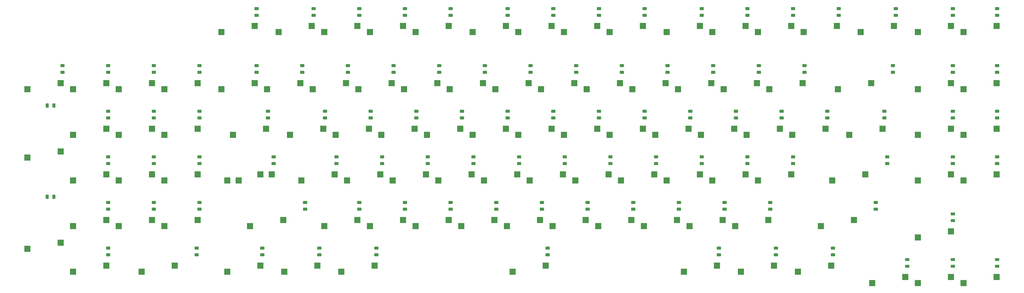
<source format=gbr>
G04 #@! TF.GenerationSoftware,KiCad,Pcbnew,5.1.5+dfsg1-2build2*
G04 #@! TF.CreationDate,2021-04-25T01:13:52+03:00*
G04 #@! TF.ProjectId,mk-ltk-02-pcb,6d6b2d6c-746b-42d3-9032-2d7063622e6b,rev?*
G04 #@! TF.SameCoordinates,Original*
G04 #@! TF.FileFunction,Paste,Bot*
G04 #@! TF.FilePolarity,Positive*
%FSLAX46Y46*%
G04 Gerber Fmt 4.6, Leading zero omitted, Abs format (unit mm)*
G04 Created by KiCad (PCBNEW 5.1.5+dfsg1-2build2) date 2021-04-25 01:13:52*
%MOMM*%
%LPD*%
G04 APERTURE LIST*
%ADD10C,0.100000*%
%ADD11R,2.550000X2.500000*%
G04 APERTURE END LIST*
D10*
G36*
X465588957Y-189904954D02*
G01*
X465613226Y-189908554D01*
X465637024Y-189914515D01*
X465660124Y-189922780D01*
X465682302Y-189933270D01*
X465703346Y-189945883D01*
X465723051Y-189960497D01*
X465741230Y-189976973D01*
X465757706Y-189995152D01*
X465772320Y-190014857D01*
X465784933Y-190035901D01*
X465795423Y-190058079D01*
X465803688Y-190081179D01*
X465809649Y-190104977D01*
X465813249Y-190129246D01*
X465814453Y-190153750D01*
X465814453Y-190903750D01*
X465813249Y-190928254D01*
X465809649Y-190952523D01*
X465803688Y-190976321D01*
X465795423Y-190999421D01*
X465784933Y-191021599D01*
X465772320Y-191042643D01*
X465757706Y-191062348D01*
X465741230Y-191080527D01*
X465723051Y-191097003D01*
X465703346Y-191111617D01*
X465682302Y-191124230D01*
X465660124Y-191134720D01*
X465637024Y-191142985D01*
X465613226Y-191148946D01*
X465588957Y-191152546D01*
X465564453Y-191153750D01*
X464314453Y-191153750D01*
X464289949Y-191152546D01*
X464265680Y-191148946D01*
X464241882Y-191142985D01*
X464218782Y-191134720D01*
X464196604Y-191124230D01*
X464175560Y-191111617D01*
X464155855Y-191097003D01*
X464137676Y-191080527D01*
X464121200Y-191062348D01*
X464106586Y-191042643D01*
X464093973Y-191021599D01*
X464083483Y-190999421D01*
X464075218Y-190976321D01*
X464069257Y-190952523D01*
X464065657Y-190928254D01*
X464064453Y-190903750D01*
X464064453Y-190153750D01*
X464065657Y-190129246D01*
X464069257Y-190104977D01*
X464075218Y-190081179D01*
X464083483Y-190058079D01*
X464093973Y-190035901D01*
X464106586Y-190014857D01*
X464121200Y-189995152D01*
X464137676Y-189976973D01*
X464155855Y-189960497D01*
X464175560Y-189945883D01*
X464196604Y-189933270D01*
X464218782Y-189922780D01*
X464241882Y-189914515D01*
X464265680Y-189908554D01*
X464289949Y-189904954D01*
X464314453Y-189903750D01*
X465564453Y-189903750D01*
X465588957Y-189904954D01*
G37*
G36*
X465588957Y-192704954D02*
G01*
X465613226Y-192708554D01*
X465637024Y-192714515D01*
X465660124Y-192722780D01*
X465682302Y-192733270D01*
X465703346Y-192745883D01*
X465723051Y-192760497D01*
X465741230Y-192776973D01*
X465757706Y-192795152D01*
X465772320Y-192814857D01*
X465784933Y-192835901D01*
X465795423Y-192858079D01*
X465803688Y-192881179D01*
X465809649Y-192904977D01*
X465813249Y-192929246D01*
X465814453Y-192953750D01*
X465814453Y-193703750D01*
X465813249Y-193728254D01*
X465809649Y-193752523D01*
X465803688Y-193776321D01*
X465795423Y-193799421D01*
X465784933Y-193821599D01*
X465772320Y-193842643D01*
X465757706Y-193862348D01*
X465741230Y-193880527D01*
X465723051Y-193897003D01*
X465703346Y-193911617D01*
X465682302Y-193924230D01*
X465660124Y-193934720D01*
X465637024Y-193942985D01*
X465613226Y-193948946D01*
X465588957Y-193952546D01*
X465564453Y-193953750D01*
X464314453Y-193953750D01*
X464289949Y-193952546D01*
X464265680Y-193948946D01*
X464241882Y-193942985D01*
X464218782Y-193934720D01*
X464196604Y-193924230D01*
X464175560Y-193911617D01*
X464155855Y-193897003D01*
X464137676Y-193880527D01*
X464121200Y-193862348D01*
X464106586Y-193842643D01*
X464093973Y-193821599D01*
X464083483Y-193799421D01*
X464075218Y-193776321D01*
X464069257Y-193752523D01*
X464065657Y-193728254D01*
X464064453Y-193703750D01*
X464064453Y-192953750D01*
X464065657Y-192929246D01*
X464069257Y-192904977D01*
X464075218Y-192881179D01*
X464083483Y-192858079D01*
X464093973Y-192835901D01*
X464106586Y-192814857D01*
X464121200Y-192795152D01*
X464137676Y-192776973D01*
X464155855Y-192760497D01*
X464175560Y-192745883D01*
X464196604Y-192733270D01*
X464218782Y-192722780D01*
X464241882Y-192714515D01*
X464265680Y-192708554D01*
X464289949Y-192704954D01*
X464314453Y-192703750D01*
X465564453Y-192703750D01*
X465588957Y-192704954D01*
G37*
G36*
X465588957Y-147042454D02*
G01*
X465613226Y-147046054D01*
X465637024Y-147052015D01*
X465660124Y-147060280D01*
X465682302Y-147070770D01*
X465703346Y-147083383D01*
X465723051Y-147097997D01*
X465741230Y-147114473D01*
X465757706Y-147132652D01*
X465772320Y-147152357D01*
X465784933Y-147173401D01*
X465795423Y-147195579D01*
X465803688Y-147218679D01*
X465809649Y-147242477D01*
X465813249Y-147266746D01*
X465814453Y-147291250D01*
X465814453Y-148041250D01*
X465813249Y-148065754D01*
X465809649Y-148090023D01*
X465803688Y-148113821D01*
X465795423Y-148136921D01*
X465784933Y-148159099D01*
X465772320Y-148180143D01*
X465757706Y-148199848D01*
X465741230Y-148218027D01*
X465723051Y-148234503D01*
X465703346Y-148249117D01*
X465682302Y-148261730D01*
X465660124Y-148272220D01*
X465637024Y-148280485D01*
X465613226Y-148286446D01*
X465588957Y-148290046D01*
X465564453Y-148291250D01*
X464314453Y-148291250D01*
X464289949Y-148290046D01*
X464265680Y-148286446D01*
X464241882Y-148280485D01*
X464218782Y-148272220D01*
X464196604Y-148261730D01*
X464175560Y-148249117D01*
X464155855Y-148234503D01*
X464137676Y-148218027D01*
X464121200Y-148199848D01*
X464106586Y-148180143D01*
X464093973Y-148159099D01*
X464083483Y-148136921D01*
X464075218Y-148113821D01*
X464069257Y-148090023D01*
X464065657Y-148065754D01*
X464064453Y-148041250D01*
X464064453Y-147291250D01*
X464065657Y-147266746D01*
X464069257Y-147242477D01*
X464075218Y-147218679D01*
X464083483Y-147195579D01*
X464093973Y-147173401D01*
X464106586Y-147152357D01*
X464121200Y-147132652D01*
X464137676Y-147114473D01*
X464155855Y-147097997D01*
X464175560Y-147083383D01*
X464196604Y-147070770D01*
X464218782Y-147060280D01*
X464241882Y-147052015D01*
X464265680Y-147046054D01*
X464289949Y-147042454D01*
X464314453Y-147041250D01*
X465564453Y-147041250D01*
X465588957Y-147042454D01*
G37*
G36*
X465588957Y-149842454D02*
G01*
X465613226Y-149846054D01*
X465637024Y-149852015D01*
X465660124Y-149860280D01*
X465682302Y-149870770D01*
X465703346Y-149883383D01*
X465723051Y-149897997D01*
X465741230Y-149914473D01*
X465757706Y-149932652D01*
X465772320Y-149952357D01*
X465784933Y-149973401D01*
X465795423Y-149995579D01*
X465803688Y-150018679D01*
X465809649Y-150042477D01*
X465813249Y-150066746D01*
X465814453Y-150091250D01*
X465814453Y-150841250D01*
X465813249Y-150865754D01*
X465809649Y-150890023D01*
X465803688Y-150913821D01*
X465795423Y-150936921D01*
X465784933Y-150959099D01*
X465772320Y-150980143D01*
X465757706Y-150999848D01*
X465741230Y-151018027D01*
X465723051Y-151034503D01*
X465703346Y-151049117D01*
X465682302Y-151061730D01*
X465660124Y-151072220D01*
X465637024Y-151080485D01*
X465613226Y-151086446D01*
X465588957Y-151090046D01*
X465564453Y-151091250D01*
X464314453Y-151091250D01*
X464289949Y-151090046D01*
X464265680Y-151086446D01*
X464241882Y-151080485D01*
X464218782Y-151072220D01*
X464196604Y-151061730D01*
X464175560Y-151049117D01*
X464155855Y-151034503D01*
X464137676Y-151018027D01*
X464121200Y-150999848D01*
X464106586Y-150980143D01*
X464093973Y-150959099D01*
X464083483Y-150936921D01*
X464075218Y-150913821D01*
X464069257Y-150890023D01*
X464065657Y-150865754D01*
X464064453Y-150841250D01*
X464064453Y-150091250D01*
X464065657Y-150066746D01*
X464069257Y-150042477D01*
X464075218Y-150018679D01*
X464083483Y-149995579D01*
X464093973Y-149973401D01*
X464106586Y-149952357D01*
X464121200Y-149932652D01*
X464137676Y-149914473D01*
X464155855Y-149897997D01*
X464175560Y-149883383D01*
X464196604Y-149870770D01*
X464218782Y-149860280D01*
X464241882Y-149852015D01*
X464265680Y-149846054D01*
X464289949Y-149842454D01*
X464314453Y-149841250D01*
X465564453Y-149841250D01*
X465588957Y-149842454D01*
G37*
G36*
X465588957Y-127992454D02*
G01*
X465613226Y-127996054D01*
X465637024Y-128002015D01*
X465660124Y-128010280D01*
X465682302Y-128020770D01*
X465703346Y-128033383D01*
X465723051Y-128047997D01*
X465741230Y-128064473D01*
X465757706Y-128082652D01*
X465772320Y-128102357D01*
X465784933Y-128123401D01*
X465795423Y-128145579D01*
X465803688Y-128168679D01*
X465809649Y-128192477D01*
X465813249Y-128216746D01*
X465814453Y-128241250D01*
X465814453Y-128991250D01*
X465813249Y-129015754D01*
X465809649Y-129040023D01*
X465803688Y-129063821D01*
X465795423Y-129086921D01*
X465784933Y-129109099D01*
X465772320Y-129130143D01*
X465757706Y-129149848D01*
X465741230Y-129168027D01*
X465723051Y-129184503D01*
X465703346Y-129199117D01*
X465682302Y-129211730D01*
X465660124Y-129222220D01*
X465637024Y-129230485D01*
X465613226Y-129236446D01*
X465588957Y-129240046D01*
X465564453Y-129241250D01*
X464314453Y-129241250D01*
X464289949Y-129240046D01*
X464265680Y-129236446D01*
X464241882Y-129230485D01*
X464218782Y-129222220D01*
X464196604Y-129211730D01*
X464175560Y-129199117D01*
X464155855Y-129184503D01*
X464137676Y-129168027D01*
X464121200Y-129149848D01*
X464106586Y-129130143D01*
X464093973Y-129109099D01*
X464083483Y-129086921D01*
X464075218Y-129063821D01*
X464069257Y-129040023D01*
X464065657Y-129015754D01*
X464064453Y-128991250D01*
X464064453Y-128241250D01*
X464065657Y-128216746D01*
X464069257Y-128192477D01*
X464075218Y-128168679D01*
X464083483Y-128145579D01*
X464093973Y-128123401D01*
X464106586Y-128102357D01*
X464121200Y-128082652D01*
X464137676Y-128064473D01*
X464155855Y-128047997D01*
X464175560Y-128033383D01*
X464196604Y-128020770D01*
X464218782Y-128010280D01*
X464241882Y-128002015D01*
X464265680Y-127996054D01*
X464289949Y-127992454D01*
X464314453Y-127991250D01*
X465564453Y-127991250D01*
X465588957Y-127992454D01*
G37*
G36*
X465588957Y-130792454D02*
G01*
X465613226Y-130796054D01*
X465637024Y-130802015D01*
X465660124Y-130810280D01*
X465682302Y-130820770D01*
X465703346Y-130833383D01*
X465723051Y-130847997D01*
X465741230Y-130864473D01*
X465757706Y-130882652D01*
X465772320Y-130902357D01*
X465784933Y-130923401D01*
X465795423Y-130945579D01*
X465803688Y-130968679D01*
X465809649Y-130992477D01*
X465813249Y-131016746D01*
X465814453Y-131041250D01*
X465814453Y-131791250D01*
X465813249Y-131815754D01*
X465809649Y-131840023D01*
X465803688Y-131863821D01*
X465795423Y-131886921D01*
X465784933Y-131909099D01*
X465772320Y-131930143D01*
X465757706Y-131949848D01*
X465741230Y-131968027D01*
X465723051Y-131984503D01*
X465703346Y-131999117D01*
X465682302Y-132011730D01*
X465660124Y-132022220D01*
X465637024Y-132030485D01*
X465613226Y-132036446D01*
X465588957Y-132040046D01*
X465564453Y-132041250D01*
X464314453Y-132041250D01*
X464289949Y-132040046D01*
X464265680Y-132036446D01*
X464241882Y-132030485D01*
X464218782Y-132022220D01*
X464196604Y-132011730D01*
X464175560Y-131999117D01*
X464155855Y-131984503D01*
X464137676Y-131968027D01*
X464121200Y-131949848D01*
X464106586Y-131930143D01*
X464093973Y-131909099D01*
X464083483Y-131886921D01*
X464075218Y-131863821D01*
X464069257Y-131840023D01*
X464065657Y-131815754D01*
X464064453Y-131791250D01*
X464064453Y-131041250D01*
X464065657Y-131016746D01*
X464069257Y-130992477D01*
X464075218Y-130968679D01*
X464083483Y-130945579D01*
X464093973Y-130923401D01*
X464106586Y-130902357D01*
X464121200Y-130882652D01*
X464137676Y-130864473D01*
X464155855Y-130847997D01*
X464175560Y-130833383D01*
X464196604Y-130820770D01*
X464218782Y-130810280D01*
X464241882Y-130802015D01*
X464265680Y-130796054D01*
X464289949Y-130792454D01*
X464314453Y-130791250D01*
X465564453Y-130791250D01*
X465588957Y-130792454D01*
G37*
G36*
X465588957Y-108942454D02*
G01*
X465613226Y-108946054D01*
X465637024Y-108952015D01*
X465660124Y-108960280D01*
X465682302Y-108970770D01*
X465703346Y-108983383D01*
X465723051Y-108997997D01*
X465741230Y-109014473D01*
X465757706Y-109032652D01*
X465772320Y-109052357D01*
X465784933Y-109073401D01*
X465795423Y-109095579D01*
X465803688Y-109118679D01*
X465809649Y-109142477D01*
X465813249Y-109166746D01*
X465814453Y-109191250D01*
X465814453Y-109941250D01*
X465813249Y-109965754D01*
X465809649Y-109990023D01*
X465803688Y-110013821D01*
X465795423Y-110036921D01*
X465784933Y-110059099D01*
X465772320Y-110080143D01*
X465757706Y-110099848D01*
X465741230Y-110118027D01*
X465723051Y-110134503D01*
X465703346Y-110149117D01*
X465682302Y-110161730D01*
X465660124Y-110172220D01*
X465637024Y-110180485D01*
X465613226Y-110186446D01*
X465588957Y-110190046D01*
X465564453Y-110191250D01*
X464314453Y-110191250D01*
X464289949Y-110190046D01*
X464265680Y-110186446D01*
X464241882Y-110180485D01*
X464218782Y-110172220D01*
X464196604Y-110161730D01*
X464175560Y-110149117D01*
X464155855Y-110134503D01*
X464137676Y-110118027D01*
X464121200Y-110099848D01*
X464106586Y-110080143D01*
X464093973Y-110059099D01*
X464083483Y-110036921D01*
X464075218Y-110013821D01*
X464069257Y-109990023D01*
X464065657Y-109965754D01*
X464064453Y-109941250D01*
X464064453Y-109191250D01*
X464065657Y-109166746D01*
X464069257Y-109142477D01*
X464075218Y-109118679D01*
X464083483Y-109095579D01*
X464093973Y-109073401D01*
X464106586Y-109052357D01*
X464121200Y-109032652D01*
X464137676Y-109014473D01*
X464155855Y-108997997D01*
X464175560Y-108983383D01*
X464196604Y-108970770D01*
X464218782Y-108960280D01*
X464241882Y-108952015D01*
X464265680Y-108946054D01*
X464289949Y-108942454D01*
X464314453Y-108941250D01*
X465564453Y-108941250D01*
X465588957Y-108942454D01*
G37*
G36*
X465588957Y-111742454D02*
G01*
X465613226Y-111746054D01*
X465637024Y-111752015D01*
X465660124Y-111760280D01*
X465682302Y-111770770D01*
X465703346Y-111783383D01*
X465723051Y-111797997D01*
X465741230Y-111814473D01*
X465757706Y-111832652D01*
X465772320Y-111852357D01*
X465784933Y-111873401D01*
X465795423Y-111895579D01*
X465803688Y-111918679D01*
X465809649Y-111942477D01*
X465813249Y-111966746D01*
X465814453Y-111991250D01*
X465814453Y-112741250D01*
X465813249Y-112765754D01*
X465809649Y-112790023D01*
X465803688Y-112813821D01*
X465795423Y-112836921D01*
X465784933Y-112859099D01*
X465772320Y-112880143D01*
X465757706Y-112899848D01*
X465741230Y-112918027D01*
X465723051Y-112934503D01*
X465703346Y-112949117D01*
X465682302Y-112961730D01*
X465660124Y-112972220D01*
X465637024Y-112980485D01*
X465613226Y-112986446D01*
X465588957Y-112990046D01*
X465564453Y-112991250D01*
X464314453Y-112991250D01*
X464289949Y-112990046D01*
X464265680Y-112986446D01*
X464241882Y-112980485D01*
X464218782Y-112972220D01*
X464196604Y-112961730D01*
X464175560Y-112949117D01*
X464155855Y-112934503D01*
X464137676Y-112918027D01*
X464121200Y-112899848D01*
X464106586Y-112880143D01*
X464093973Y-112859099D01*
X464083483Y-112836921D01*
X464075218Y-112813821D01*
X464069257Y-112790023D01*
X464065657Y-112765754D01*
X464064453Y-112741250D01*
X464064453Y-111991250D01*
X464065657Y-111966746D01*
X464069257Y-111942477D01*
X464075218Y-111918679D01*
X464083483Y-111895579D01*
X464093973Y-111873401D01*
X464106586Y-111852357D01*
X464121200Y-111832652D01*
X464137676Y-111814473D01*
X464155855Y-111797997D01*
X464175560Y-111783383D01*
X464196604Y-111770770D01*
X464218782Y-111760280D01*
X464241882Y-111752015D01*
X464265680Y-111746054D01*
X464289949Y-111742454D01*
X464314453Y-111741250D01*
X465564453Y-111741250D01*
X465588957Y-111742454D01*
G37*
G36*
X465588957Y-85129954D02*
G01*
X465613226Y-85133554D01*
X465637024Y-85139515D01*
X465660124Y-85147780D01*
X465682302Y-85158270D01*
X465703346Y-85170883D01*
X465723051Y-85185497D01*
X465741230Y-85201973D01*
X465757706Y-85220152D01*
X465772320Y-85239857D01*
X465784933Y-85260901D01*
X465795423Y-85283079D01*
X465803688Y-85306179D01*
X465809649Y-85329977D01*
X465813249Y-85354246D01*
X465814453Y-85378750D01*
X465814453Y-86128750D01*
X465813249Y-86153254D01*
X465809649Y-86177523D01*
X465803688Y-86201321D01*
X465795423Y-86224421D01*
X465784933Y-86246599D01*
X465772320Y-86267643D01*
X465757706Y-86287348D01*
X465741230Y-86305527D01*
X465723051Y-86322003D01*
X465703346Y-86336617D01*
X465682302Y-86349230D01*
X465660124Y-86359720D01*
X465637024Y-86367985D01*
X465613226Y-86373946D01*
X465588957Y-86377546D01*
X465564453Y-86378750D01*
X464314453Y-86378750D01*
X464289949Y-86377546D01*
X464265680Y-86373946D01*
X464241882Y-86367985D01*
X464218782Y-86359720D01*
X464196604Y-86349230D01*
X464175560Y-86336617D01*
X464155855Y-86322003D01*
X464137676Y-86305527D01*
X464121200Y-86287348D01*
X464106586Y-86267643D01*
X464093973Y-86246599D01*
X464083483Y-86224421D01*
X464075218Y-86201321D01*
X464069257Y-86177523D01*
X464065657Y-86153254D01*
X464064453Y-86128750D01*
X464064453Y-85378750D01*
X464065657Y-85354246D01*
X464069257Y-85329977D01*
X464075218Y-85306179D01*
X464083483Y-85283079D01*
X464093973Y-85260901D01*
X464106586Y-85239857D01*
X464121200Y-85220152D01*
X464137676Y-85201973D01*
X464155855Y-85185497D01*
X464175560Y-85170883D01*
X464196604Y-85158270D01*
X464218782Y-85147780D01*
X464241882Y-85139515D01*
X464265680Y-85133554D01*
X464289949Y-85129954D01*
X464314453Y-85128750D01*
X465564453Y-85128750D01*
X465588957Y-85129954D01*
G37*
G36*
X465588957Y-87929954D02*
G01*
X465613226Y-87933554D01*
X465637024Y-87939515D01*
X465660124Y-87947780D01*
X465682302Y-87958270D01*
X465703346Y-87970883D01*
X465723051Y-87985497D01*
X465741230Y-88001973D01*
X465757706Y-88020152D01*
X465772320Y-88039857D01*
X465784933Y-88060901D01*
X465795423Y-88083079D01*
X465803688Y-88106179D01*
X465809649Y-88129977D01*
X465813249Y-88154246D01*
X465814453Y-88178750D01*
X465814453Y-88928750D01*
X465813249Y-88953254D01*
X465809649Y-88977523D01*
X465803688Y-89001321D01*
X465795423Y-89024421D01*
X465784933Y-89046599D01*
X465772320Y-89067643D01*
X465757706Y-89087348D01*
X465741230Y-89105527D01*
X465723051Y-89122003D01*
X465703346Y-89136617D01*
X465682302Y-89149230D01*
X465660124Y-89159720D01*
X465637024Y-89167985D01*
X465613226Y-89173946D01*
X465588957Y-89177546D01*
X465564453Y-89178750D01*
X464314453Y-89178750D01*
X464289949Y-89177546D01*
X464265680Y-89173946D01*
X464241882Y-89167985D01*
X464218782Y-89159720D01*
X464196604Y-89149230D01*
X464175560Y-89136617D01*
X464155855Y-89122003D01*
X464137676Y-89105527D01*
X464121200Y-89087348D01*
X464106586Y-89067643D01*
X464093973Y-89046599D01*
X464083483Y-89024421D01*
X464075218Y-89001321D01*
X464069257Y-88977523D01*
X464065657Y-88953254D01*
X464064453Y-88928750D01*
X464064453Y-88178750D01*
X464065657Y-88154246D01*
X464069257Y-88129977D01*
X464075218Y-88106179D01*
X464083483Y-88083079D01*
X464093973Y-88060901D01*
X464106586Y-88039857D01*
X464121200Y-88020152D01*
X464137676Y-88001973D01*
X464155855Y-87985497D01*
X464175560Y-87970883D01*
X464196604Y-87958270D01*
X464218782Y-87947780D01*
X464241882Y-87939515D01*
X464265680Y-87933554D01*
X464289949Y-87929954D01*
X464314453Y-87928750D01*
X465564453Y-87928750D01*
X465588957Y-87929954D01*
G37*
G36*
X447133879Y-189904954D02*
G01*
X447158148Y-189908554D01*
X447181946Y-189914515D01*
X447205046Y-189922780D01*
X447227224Y-189933270D01*
X447248268Y-189945883D01*
X447267973Y-189960497D01*
X447286152Y-189976973D01*
X447302628Y-189995152D01*
X447317242Y-190014857D01*
X447329855Y-190035901D01*
X447340345Y-190058079D01*
X447348610Y-190081179D01*
X447354571Y-190104977D01*
X447358171Y-190129246D01*
X447359375Y-190153750D01*
X447359375Y-190903750D01*
X447358171Y-190928254D01*
X447354571Y-190952523D01*
X447348610Y-190976321D01*
X447340345Y-190999421D01*
X447329855Y-191021599D01*
X447317242Y-191042643D01*
X447302628Y-191062348D01*
X447286152Y-191080527D01*
X447267973Y-191097003D01*
X447248268Y-191111617D01*
X447227224Y-191124230D01*
X447205046Y-191134720D01*
X447181946Y-191142985D01*
X447158148Y-191148946D01*
X447133879Y-191152546D01*
X447109375Y-191153750D01*
X445859375Y-191153750D01*
X445834871Y-191152546D01*
X445810602Y-191148946D01*
X445786804Y-191142985D01*
X445763704Y-191134720D01*
X445741526Y-191124230D01*
X445720482Y-191111617D01*
X445700777Y-191097003D01*
X445682598Y-191080527D01*
X445666122Y-191062348D01*
X445651508Y-191042643D01*
X445638895Y-191021599D01*
X445628405Y-190999421D01*
X445620140Y-190976321D01*
X445614179Y-190952523D01*
X445610579Y-190928254D01*
X445609375Y-190903750D01*
X445609375Y-190153750D01*
X445610579Y-190129246D01*
X445614179Y-190104977D01*
X445620140Y-190081179D01*
X445628405Y-190058079D01*
X445638895Y-190035901D01*
X445651508Y-190014857D01*
X445666122Y-189995152D01*
X445682598Y-189976973D01*
X445700777Y-189960497D01*
X445720482Y-189945883D01*
X445741526Y-189933270D01*
X445763704Y-189922780D01*
X445786804Y-189914515D01*
X445810602Y-189908554D01*
X445834871Y-189904954D01*
X445859375Y-189903750D01*
X447109375Y-189903750D01*
X447133879Y-189904954D01*
G37*
G36*
X447133879Y-192704954D02*
G01*
X447158148Y-192708554D01*
X447181946Y-192714515D01*
X447205046Y-192722780D01*
X447227224Y-192733270D01*
X447248268Y-192745883D01*
X447267973Y-192760497D01*
X447286152Y-192776973D01*
X447302628Y-192795152D01*
X447317242Y-192814857D01*
X447329855Y-192835901D01*
X447340345Y-192858079D01*
X447348610Y-192881179D01*
X447354571Y-192904977D01*
X447358171Y-192929246D01*
X447359375Y-192953750D01*
X447359375Y-193703750D01*
X447358171Y-193728254D01*
X447354571Y-193752523D01*
X447348610Y-193776321D01*
X447340345Y-193799421D01*
X447329855Y-193821599D01*
X447317242Y-193842643D01*
X447302628Y-193862348D01*
X447286152Y-193880527D01*
X447267973Y-193897003D01*
X447248268Y-193911617D01*
X447227224Y-193924230D01*
X447205046Y-193934720D01*
X447181946Y-193942985D01*
X447158148Y-193948946D01*
X447133879Y-193952546D01*
X447109375Y-193953750D01*
X445859375Y-193953750D01*
X445834871Y-193952546D01*
X445810602Y-193948946D01*
X445786804Y-193942985D01*
X445763704Y-193934720D01*
X445741526Y-193924230D01*
X445720482Y-193911617D01*
X445700777Y-193897003D01*
X445682598Y-193880527D01*
X445666122Y-193862348D01*
X445651508Y-193842643D01*
X445638895Y-193821599D01*
X445628405Y-193799421D01*
X445620140Y-193776321D01*
X445614179Y-193752523D01*
X445610579Y-193728254D01*
X445609375Y-193703750D01*
X445609375Y-192953750D01*
X445610579Y-192929246D01*
X445614179Y-192904977D01*
X445620140Y-192881179D01*
X445628405Y-192858079D01*
X445638895Y-192835901D01*
X445651508Y-192814857D01*
X445666122Y-192795152D01*
X445682598Y-192776973D01*
X445700777Y-192760497D01*
X445720482Y-192745883D01*
X445741526Y-192733270D01*
X445763704Y-192722780D01*
X445786804Y-192714515D01*
X445810602Y-192708554D01*
X445834871Y-192704954D01*
X445859375Y-192703750D01*
X447109375Y-192703750D01*
X447133879Y-192704954D01*
G37*
G36*
X447133879Y-170854954D02*
G01*
X447158148Y-170858554D01*
X447181946Y-170864515D01*
X447205046Y-170872780D01*
X447227224Y-170883270D01*
X447248268Y-170895883D01*
X447267973Y-170910497D01*
X447286152Y-170926973D01*
X447302628Y-170945152D01*
X447317242Y-170964857D01*
X447329855Y-170985901D01*
X447340345Y-171008079D01*
X447348610Y-171031179D01*
X447354571Y-171054977D01*
X447358171Y-171079246D01*
X447359375Y-171103750D01*
X447359375Y-171853750D01*
X447358171Y-171878254D01*
X447354571Y-171902523D01*
X447348610Y-171926321D01*
X447340345Y-171949421D01*
X447329855Y-171971599D01*
X447317242Y-171992643D01*
X447302628Y-172012348D01*
X447286152Y-172030527D01*
X447267973Y-172047003D01*
X447248268Y-172061617D01*
X447227224Y-172074230D01*
X447205046Y-172084720D01*
X447181946Y-172092985D01*
X447158148Y-172098946D01*
X447133879Y-172102546D01*
X447109375Y-172103750D01*
X445859375Y-172103750D01*
X445834871Y-172102546D01*
X445810602Y-172098946D01*
X445786804Y-172092985D01*
X445763704Y-172084720D01*
X445741526Y-172074230D01*
X445720482Y-172061617D01*
X445700777Y-172047003D01*
X445682598Y-172030527D01*
X445666122Y-172012348D01*
X445651508Y-171992643D01*
X445638895Y-171971599D01*
X445628405Y-171949421D01*
X445620140Y-171926321D01*
X445614179Y-171902523D01*
X445610579Y-171878254D01*
X445609375Y-171853750D01*
X445609375Y-171103750D01*
X445610579Y-171079246D01*
X445614179Y-171054977D01*
X445620140Y-171031179D01*
X445628405Y-171008079D01*
X445638895Y-170985901D01*
X445651508Y-170964857D01*
X445666122Y-170945152D01*
X445682598Y-170926973D01*
X445700777Y-170910497D01*
X445720482Y-170895883D01*
X445741526Y-170883270D01*
X445763704Y-170872780D01*
X445786804Y-170864515D01*
X445810602Y-170858554D01*
X445834871Y-170854954D01*
X445859375Y-170853750D01*
X447109375Y-170853750D01*
X447133879Y-170854954D01*
G37*
G36*
X447133879Y-173654954D02*
G01*
X447158148Y-173658554D01*
X447181946Y-173664515D01*
X447205046Y-173672780D01*
X447227224Y-173683270D01*
X447248268Y-173695883D01*
X447267973Y-173710497D01*
X447286152Y-173726973D01*
X447302628Y-173745152D01*
X447317242Y-173764857D01*
X447329855Y-173785901D01*
X447340345Y-173808079D01*
X447348610Y-173831179D01*
X447354571Y-173854977D01*
X447358171Y-173879246D01*
X447359375Y-173903750D01*
X447359375Y-174653750D01*
X447358171Y-174678254D01*
X447354571Y-174702523D01*
X447348610Y-174726321D01*
X447340345Y-174749421D01*
X447329855Y-174771599D01*
X447317242Y-174792643D01*
X447302628Y-174812348D01*
X447286152Y-174830527D01*
X447267973Y-174847003D01*
X447248268Y-174861617D01*
X447227224Y-174874230D01*
X447205046Y-174884720D01*
X447181946Y-174892985D01*
X447158148Y-174898946D01*
X447133879Y-174902546D01*
X447109375Y-174903750D01*
X445859375Y-174903750D01*
X445834871Y-174902546D01*
X445810602Y-174898946D01*
X445786804Y-174892985D01*
X445763704Y-174884720D01*
X445741526Y-174874230D01*
X445720482Y-174861617D01*
X445700777Y-174847003D01*
X445682598Y-174830527D01*
X445666122Y-174812348D01*
X445651508Y-174792643D01*
X445638895Y-174771599D01*
X445628405Y-174749421D01*
X445620140Y-174726321D01*
X445614179Y-174702523D01*
X445610579Y-174678254D01*
X445609375Y-174653750D01*
X445609375Y-173903750D01*
X445610579Y-173879246D01*
X445614179Y-173854977D01*
X445620140Y-173831179D01*
X445628405Y-173808079D01*
X445638895Y-173785901D01*
X445651508Y-173764857D01*
X445666122Y-173745152D01*
X445682598Y-173726973D01*
X445700777Y-173710497D01*
X445720482Y-173695883D01*
X445741526Y-173683270D01*
X445763704Y-173672780D01*
X445786804Y-173664515D01*
X445810602Y-173658554D01*
X445834871Y-173654954D01*
X445859375Y-173653750D01*
X447109375Y-173653750D01*
X447133879Y-173654954D01*
G37*
G36*
X447133879Y-147042454D02*
G01*
X447158148Y-147046054D01*
X447181946Y-147052015D01*
X447205046Y-147060280D01*
X447227224Y-147070770D01*
X447248268Y-147083383D01*
X447267973Y-147097997D01*
X447286152Y-147114473D01*
X447302628Y-147132652D01*
X447317242Y-147152357D01*
X447329855Y-147173401D01*
X447340345Y-147195579D01*
X447348610Y-147218679D01*
X447354571Y-147242477D01*
X447358171Y-147266746D01*
X447359375Y-147291250D01*
X447359375Y-148041250D01*
X447358171Y-148065754D01*
X447354571Y-148090023D01*
X447348610Y-148113821D01*
X447340345Y-148136921D01*
X447329855Y-148159099D01*
X447317242Y-148180143D01*
X447302628Y-148199848D01*
X447286152Y-148218027D01*
X447267973Y-148234503D01*
X447248268Y-148249117D01*
X447227224Y-148261730D01*
X447205046Y-148272220D01*
X447181946Y-148280485D01*
X447158148Y-148286446D01*
X447133879Y-148290046D01*
X447109375Y-148291250D01*
X445859375Y-148291250D01*
X445834871Y-148290046D01*
X445810602Y-148286446D01*
X445786804Y-148280485D01*
X445763704Y-148272220D01*
X445741526Y-148261730D01*
X445720482Y-148249117D01*
X445700777Y-148234503D01*
X445682598Y-148218027D01*
X445666122Y-148199848D01*
X445651508Y-148180143D01*
X445638895Y-148159099D01*
X445628405Y-148136921D01*
X445620140Y-148113821D01*
X445614179Y-148090023D01*
X445610579Y-148065754D01*
X445609375Y-148041250D01*
X445609375Y-147291250D01*
X445610579Y-147266746D01*
X445614179Y-147242477D01*
X445620140Y-147218679D01*
X445628405Y-147195579D01*
X445638895Y-147173401D01*
X445651508Y-147152357D01*
X445666122Y-147132652D01*
X445682598Y-147114473D01*
X445700777Y-147097997D01*
X445720482Y-147083383D01*
X445741526Y-147070770D01*
X445763704Y-147060280D01*
X445786804Y-147052015D01*
X445810602Y-147046054D01*
X445834871Y-147042454D01*
X445859375Y-147041250D01*
X447109375Y-147041250D01*
X447133879Y-147042454D01*
G37*
G36*
X447133879Y-149842454D02*
G01*
X447158148Y-149846054D01*
X447181946Y-149852015D01*
X447205046Y-149860280D01*
X447227224Y-149870770D01*
X447248268Y-149883383D01*
X447267973Y-149897997D01*
X447286152Y-149914473D01*
X447302628Y-149932652D01*
X447317242Y-149952357D01*
X447329855Y-149973401D01*
X447340345Y-149995579D01*
X447348610Y-150018679D01*
X447354571Y-150042477D01*
X447358171Y-150066746D01*
X447359375Y-150091250D01*
X447359375Y-150841250D01*
X447358171Y-150865754D01*
X447354571Y-150890023D01*
X447348610Y-150913821D01*
X447340345Y-150936921D01*
X447329855Y-150959099D01*
X447317242Y-150980143D01*
X447302628Y-150999848D01*
X447286152Y-151018027D01*
X447267973Y-151034503D01*
X447248268Y-151049117D01*
X447227224Y-151061730D01*
X447205046Y-151072220D01*
X447181946Y-151080485D01*
X447158148Y-151086446D01*
X447133879Y-151090046D01*
X447109375Y-151091250D01*
X445859375Y-151091250D01*
X445834871Y-151090046D01*
X445810602Y-151086446D01*
X445786804Y-151080485D01*
X445763704Y-151072220D01*
X445741526Y-151061730D01*
X445720482Y-151049117D01*
X445700777Y-151034503D01*
X445682598Y-151018027D01*
X445666122Y-150999848D01*
X445651508Y-150980143D01*
X445638895Y-150959099D01*
X445628405Y-150936921D01*
X445620140Y-150913821D01*
X445614179Y-150890023D01*
X445610579Y-150865754D01*
X445609375Y-150841250D01*
X445609375Y-150091250D01*
X445610579Y-150066746D01*
X445614179Y-150042477D01*
X445620140Y-150018679D01*
X445628405Y-149995579D01*
X445638895Y-149973401D01*
X445651508Y-149952357D01*
X445666122Y-149932652D01*
X445682598Y-149914473D01*
X445700777Y-149897997D01*
X445720482Y-149883383D01*
X445741526Y-149870770D01*
X445763704Y-149860280D01*
X445786804Y-149852015D01*
X445810602Y-149846054D01*
X445834871Y-149842454D01*
X445859375Y-149841250D01*
X447109375Y-149841250D01*
X447133879Y-149842454D01*
G37*
G36*
X447133879Y-127992454D02*
G01*
X447158148Y-127996054D01*
X447181946Y-128002015D01*
X447205046Y-128010280D01*
X447227224Y-128020770D01*
X447248268Y-128033383D01*
X447267973Y-128047997D01*
X447286152Y-128064473D01*
X447302628Y-128082652D01*
X447317242Y-128102357D01*
X447329855Y-128123401D01*
X447340345Y-128145579D01*
X447348610Y-128168679D01*
X447354571Y-128192477D01*
X447358171Y-128216746D01*
X447359375Y-128241250D01*
X447359375Y-128991250D01*
X447358171Y-129015754D01*
X447354571Y-129040023D01*
X447348610Y-129063821D01*
X447340345Y-129086921D01*
X447329855Y-129109099D01*
X447317242Y-129130143D01*
X447302628Y-129149848D01*
X447286152Y-129168027D01*
X447267973Y-129184503D01*
X447248268Y-129199117D01*
X447227224Y-129211730D01*
X447205046Y-129222220D01*
X447181946Y-129230485D01*
X447158148Y-129236446D01*
X447133879Y-129240046D01*
X447109375Y-129241250D01*
X445859375Y-129241250D01*
X445834871Y-129240046D01*
X445810602Y-129236446D01*
X445786804Y-129230485D01*
X445763704Y-129222220D01*
X445741526Y-129211730D01*
X445720482Y-129199117D01*
X445700777Y-129184503D01*
X445682598Y-129168027D01*
X445666122Y-129149848D01*
X445651508Y-129130143D01*
X445638895Y-129109099D01*
X445628405Y-129086921D01*
X445620140Y-129063821D01*
X445614179Y-129040023D01*
X445610579Y-129015754D01*
X445609375Y-128991250D01*
X445609375Y-128241250D01*
X445610579Y-128216746D01*
X445614179Y-128192477D01*
X445620140Y-128168679D01*
X445628405Y-128145579D01*
X445638895Y-128123401D01*
X445651508Y-128102357D01*
X445666122Y-128082652D01*
X445682598Y-128064473D01*
X445700777Y-128047997D01*
X445720482Y-128033383D01*
X445741526Y-128020770D01*
X445763704Y-128010280D01*
X445786804Y-128002015D01*
X445810602Y-127996054D01*
X445834871Y-127992454D01*
X445859375Y-127991250D01*
X447109375Y-127991250D01*
X447133879Y-127992454D01*
G37*
G36*
X447133879Y-130792454D02*
G01*
X447158148Y-130796054D01*
X447181946Y-130802015D01*
X447205046Y-130810280D01*
X447227224Y-130820770D01*
X447248268Y-130833383D01*
X447267973Y-130847997D01*
X447286152Y-130864473D01*
X447302628Y-130882652D01*
X447317242Y-130902357D01*
X447329855Y-130923401D01*
X447340345Y-130945579D01*
X447348610Y-130968679D01*
X447354571Y-130992477D01*
X447358171Y-131016746D01*
X447359375Y-131041250D01*
X447359375Y-131791250D01*
X447358171Y-131815754D01*
X447354571Y-131840023D01*
X447348610Y-131863821D01*
X447340345Y-131886921D01*
X447329855Y-131909099D01*
X447317242Y-131930143D01*
X447302628Y-131949848D01*
X447286152Y-131968027D01*
X447267973Y-131984503D01*
X447248268Y-131999117D01*
X447227224Y-132011730D01*
X447205046Y-132022220D01*
X447181946Y-132030485D01*
X447158148Y-132036446D01*
X447133879Y-132040046D01*
X447109375Y-132041250D01*
X445859375Y-132041250D01*
X445834871Y-132040046D01*
X445810602Y-132036446D01*
X445786804Y-132030485D01*
X445763704Y-132022220D01*
X445741526Y-132011730D01*
X445720482Y-131999117D01*
X445700777Y-131984503D01*
X445682598Y-131968027D01*
X445666122Y-131949848D01*
X445651508Y-131930143D01*
X445638895Y-131909099D01*
X445628405Y-131886921D01*
X445620140Y-131863821D01*
X445614179Y-131840023D01*
X445610579Y-131815754D01*
X445609375Y-131791250D01*
X445609375Y-131041250D01*
X445610579Y-131016746D01*
X445614179Y-130992477D01*
X445620140Y-130968679D01*
X445628405Y-130945579D01*
X445638895Y-130923401D01*
X445651508Y-130902357D01*
X445666122Y-130882652D01*
X445682598Y-130864473D01*
X445700777Y-130847997D01*
X445720482Y-130833383D01*
X445741526Y-130820770D01*
X445763704Y-130810280D01*
X445786804Y-130802015D01*
X445810602Y-130796054D01*
X445834871Y-130792454D01*
X445859375Y-130791250D01*
X447109375Y-130791250D01*
X447133879Y-130792454D01*
G37*
G36*
X447133879Y-108942454D02*
G01*
X447158148Y-108946054D01*
X447181946Y-108952015D01*
X447205046Y-108960280D01*
X447227224Y-108970770D01*
X447248268Y-108983383D01*
X447267973Y-108997997D01*
X447286152Y-109014473D01*
X447302628Y-109032652D01*
X447317242Y-109052357D01*
X447329855Y-109073401D01*
X447340345Y-109095579D01*
X447348610Y-109118679D01*
X447354571Y-109142477D01*
X447358171Y-109166746D01*
X447359375Y-109191250D01*
X447359375Y-109941250D01*
X447358171Y-109965754D01*
X447354571Y-109990023D01*
X447348610Y-110013821D01*
X447340345Y-110036921D01*
X447329855Y-110059099D01*
X447317242Y-110080143D01*
X447302628Y-110099848D01*
X447286152Y-110118027D01*
X447267973Y-110134503D01*
X447248268Y-110149117D01*
X447227224Y-110161730D01*
X447205046Y-110172220D01*
X447181946Y-110180485D01*
X447158148Y-110186446D01*
X447133879Y-110190046D01*
X447109375Y-110191250D01*
X445859375Y-110191250D01*
X445834871Y-110190046D01*
X445810602Y-110186446D01*
X445786804Y-110180485D01*
X445763704Y-110172220D01*
X445741526Y-110161730D01*
X445720482Y-110149117D01*
X445700777Y-110134503D01*
X445682598Y-110118027D01*
X445666122Y-110099848D01*
X445651508Y-110080143D01*
X445638895Y-110059099D01*
X445628405Y-110036921D01*
X445620140Y-110013821D01*
X445614179Y-109990023D01*
X445610579Y-109965754D01*
X445609375Y-109941250D01*
X445609375Y-109191250D01*
X445610579Y-109166746D01*
X445614179Y-109142477D01*
X445620140Y-109118679D01*
X445628405Y-109095579D01*
X445638895Y-109073401D01*
X445651508Y-109052357D01*
X445666122Y-109032652D01*
X445682598Y-109014473D01*
X445700777Y-108997997D01*
X445720482Y-108983383D01*
X445741526Y-108970770D01*
X445763704Y-108960280D01*
X445786804Y-108952015D01*
X445810602Y-108946054D01*
X445834871Y-108942454D01*
X445859375Y-108941250D01*
X447109375Y-108941250D01*
X447133879Y-108942454D01*
G37*
G36*
X447133879Y-111742454D02*
G01*
X447158148Y-111746054D01*
X447181946Y-111752015D01*
X447205046Y-111760280D01*
X447227224Y-111770770D01*
X447248268Y-111783383D01*
X447267973Y-111797997D01*
X447286152Y-111814473D01*
X447302628Y-111832652D01*
X447317242Y-111852357D01*
X447329855Y-111873401D01*
X447340345Y-111895579D01*
X447348610Y-111918679D01*
X447354571Y-111942477D01*
X447358171Y-111966746D01*
X447359375Y-111991250D01*
X447359375Y-112741250D01*
X447358171Y-112765754D01*
X447354571Y-112790023D01*
X447348610Y-112813821D01*
X447340345Y-112836921D01*
X447329855Y-112859099D01*
X447317242Y-112880143D01*
X447302628Y-112899848D01*
X447286152Y-112918027D01*
X447267973Y-112934503D01*
X447248268Y-112949117D01*
X447227224Y-112961730D01*
X447205046Y-112972220D01*
X447181946Y-112980485D01*
X447158148Y-112986446D01*
X447133879Y-112990046D01*
X447109375Y-112991250D01*
X445859375Y-112991250D01*
X445834871Y-112990046D01*
X445810602Y-112986446D01*
X445786804Y-112980485D01*
X445763704Y-112972220D01*
X445741526Y-112961730D01*
X445720482Y-112949117D01*
X445700777Y-112934503D01*
X445682598Y-112918027D01*
X445666122Y-112899848D01*
X445651508Y-112880143D01*
X445638895Y-112859099D01*
X445628405Y-112836921D01*
X445620140Y-112813821D01*
X445614179Y-112790023D01*
X445610579Y-112765754D01*
X445609375Y-112741250D01*
X445609375Y-111991250D01*
X445610579Y-111966746D01*
X445614179Y-111942477D01*
X445620140Y-111918679D01*
X445628405Y-111895579D01*
X445638895Y-111873401D01*
X445651508Y-111852357D01*
X445666122Y-111832652D01*
X445682598Y-111814473D01*
X445700777Y-111797997D01*
X445720482Y-111783383D01*
X445741526Y-111770770D01*
X445763704Y-111760280D01*
X445786804Y-111752015D01*
X445810602Y-111746054D01*
X445834871Y-111742454D01*
X445859375Y-111741250D01*
X447109375Y-111741250D01*
X447133879Y-111742454D01*
G37*
G36*
X447133879Y-85129954D02*
G01*
X447158148Y-85133554D01*
X447181946Y-85139515D01*
X447205046Y-85147780D01*
X447227224Y-85158270D01*
X447248268Y-85170883D01*
X447267973Y-85185497D01*
X447286152Y-85201973D01*
X447302628Y-85220152D01*
X447317242Y-85239857D01*
X447329855Y-85260901D01*
X447340345Y-85283079D01*
X447348610Y-85306179D01*
X447354571Y-85329977D01*
X447358171Y-85354246D01*
X447359375Y-85378750D01*
X447359375Y-86128750D01*
X447358171Y-86153254D01*
X447354571Y-86177523D01*
X447348610Y-86201321D01*
X447340345Y-86224421D01*
X447329855Y-86246599D01*
X447317242Y-86267643D01*
X447302628Y-86287348D01*
X447286152Y-86305527D01*
X447267973Y-86322003D01*
X447248268Y-86336617D01*
X447227224Y-86349230D01*
X447205046Y-86359720D01*
X447181946Y-86367985D01*
X447158148Y-86373946D01*
X447133879Y-86377546D01*
X447109375Y-86378750D01*
X445859375Y-86378750D01*
X445834871Y-86377546D01*
X445810602Y-86373946D01*
X445786804Y-86367985D01*
X445763704Y-86359720D01*
X445741526Y-86349230D01*
X445720482Y-86336617D01*
X445700777Y-86322003D01*
X445682598Y-86305527D01*
X445666122Y-86287348D01*
X445651508Y-86267643D01*
X445638895Y-86246599D01*
X445628405Y-86224421D01*
X445620140Y-86201321D01*
X445614179Y-86177523D01*
X445610579Y-86153254D01*
X445609375Y-86128750D01*
X445609375Y-85378750D01*
X445610579Y-85354246D01*
X445614179Y-85329977D01*
X445620140Y-85306179D01*
X445628405Y-85283079D01*
X445638895Y-85260901D01*
X445651508Y-85239857D01*
X445666122Y-85220152D01*
X445682598Y-85201973D01*
X445700777Y-85185497D01*
X445720482Y-85170883D01*
X445741526Y-85158270D01*
X445763704Y-85147780D01*
X445786804Y-85139515D01*
X445810602Y-85133554D01*
X445834871Y-85129954D01*
X445859375Y-85128750D01*
X447109375Y-85128750D01*
X447133879Y-85129954D01*
G37*
G36*
X447133879Y-87929954D02*
G01*
X447158148Y-87933554D01*
X447181946Y-87939515D01*
X447205046Y-87947780D01*
X447227224Y-87958270D01*
X447248268Y-87970883D01*
X447267973Y-87985497D01*
X447286152Y-88001973D01*
X447302628Y-88020152D01*
X447317242Y-88039857D01*
X447329855Y-88060901D01*
X447340345Y-88083079D01*
X447348610Y-88106179D01*
X447354571Y-88129977D01*
X447358171Y-88154246D01*
X447359375Y-88178750D01*
X447359375Y-88928750D01*
X447358171Y-88953254D01*
X447354571Y-88977523D01*
X447348610Y-89001321D01*
X447340345Y-89024421D01*
X447329855Y-89046599D01*
X447317242Y-89067643D01*
X447302628Y-89087348D01*
X447286152Y-89105527D01*
X447267973Y-89122003D01*
X447248268Y-89136617D01*
X447227224Y-89149230D01*
X447205046Y-89159720D01*
X447181946Y-89167985D01*
X447158148Y-89173946D01*
X447133879Y-89177546D01*
X447109375Y-89178750D01*
X445859375Y-89178750D01*
X445834871Y-89177546D01*
X445810602Y-89173946D01*
X445786804Y-89167985D01*
X445763704Y-89159720D01*
X445741526Y-89149230D01*
X445720482Y-89136617D01*
X445700777Y-89122003D01*
X445682598Y-89105527D01*
X445666122Y-89087348D01*
X445651508Y-89067643D01*
X445638895Y-89046599D01*
X445628405Y-89024421D01*
X445620140Y-89001321D01*
X445614179Y-88977523D01*
X445610579Y-88953254D01*
X445609375Y-88928750D01*
X445609375Y-88178750D01*
X445610579Y-88154246D01*
X445614179Y-88129977D01*
X445620140Y-88106179D01*
X445628405Y-88083079D01*
X445638895Y-88060901D01*
X445651508Y-88039857D01*
X445666122Y-88020152D01*
X445682598Y-88001973D01*
X445700777Y-87985497D01*
X445720482Y-87970883D01*
X445741526Y-87958270D01*
X445763704Y-87947780D01*
X445786804Y-87939515D01*
X445810602Y-87933554D01*
X445834871Y-87929954D01*
X445859375Y-87928750D01*
X447109375Y-87928750D01*
X447133879Y-87929954D01*
G37*
G36*
X428083879Y-189904954D02*
G01*
X428108148Y-189908554D01*
X428131946Y-189914515D01*
X428155046Y-189922780D01*
X428177224Y-189933270D01*
X428198268Y-189945883D01*
X428217973Y-189960497D01*
X428236152Y-189976973D01*
X428252628Y-189995152D01*
X428267242Y-190014857D01*
X428279855Y-190035901D01*
X428290345Y-190058079D01*
X428298610Y-190081179D01*
X428304571Y-190104977D01*
X428308171Y-190129246D01*
X428309375Y-190153750D01*
X428309375Y-190903750D01*
X428308171Y-190928254D01*
X428304571Y-190952523D01*
X428298610Y-190976321D01*
X428290345Y-190999421D01*
X428279855Y-191021599D01*
X428267242Y-191042643D01*
X428252628Y-191062348D01*
X428236152Y-191080527D01*
X428217973Y-191097003D01*
X428198268Y-191111617D01*
X428177224Y-191124230D01*
X428155046Y-191134720D01*
X428131946Y-191142985D01*
X428108148Y-191148946D01*
X428083879Y-191152546D01*
X428059375Y-191153750D01*
X426809375Y-191153750D01*
X426784871Y-191152546D01*
X426760602Y-191148946D01*
X426736804Y-191142985D01*
X426713704Y-191134720D01*
X426691526Y-191124230D01*
X426670482Y-191111617D01*
X426650777Y-191097003D01*
X426632598Y-191080527D01*
X426616122Y-191062348D01*
X426601508Y-191042643D01*
X426588895Y-191021599D01*
X426578405Y-190999421D01*
X426570140Y-190976321D01*
X426564179Y-190952523D01*
X426560579Y-190928254D01*
X426559375Y-190903750D01*
X426559375Y-190153750D01*
X426560579Y-190129246D01*
X426564179Y-190104977D01*
X426570140Y-190081179D01*
X426578405Y-190058079D01*
X426588895Y-190035901D01*
X426601508Y-190014857D01*
X426616122Y-189995152D01*
X426632598Y-189976973D01*
X426650777Y-189960497D01*
X426670482Y-189945883D01*
X426691526Y-189933270D01*
X426713704Y-189922780D01*
X426736804Y-189914515D01*
X426760602Y-189908554D01*
X426784871Y-189904954D01*
X426809375Y-189903750D01*
X428059375Y-189903750D01*
X428083879Y-189904954D01*
G37*
G36*
X428083879Y-192704954D02*
G01*
X428108148Y-192708554D01*
X428131946Y-192714515D01*
X428155046Y-192722780D01*
X428177224Y-192733270D01*
X428198268Y-192745883D01*
X428217973Y-192760497D01*
X428236152Y-192776973D01*
X428252628Y-192795152D01*
X428267242Y-192814857D01*
X428279855Y-192835901D01*
X428290345Y-192858079D01*
X428298610Y-192881179D01*
X428304571Y-192904977D01*
X428308171Y-192929246D01*
X428309375Y-192953750D01*
X428309375Y-193703750D01*
X428308171Y-193728254D01*
X428304571Y-193752523D01*
X428298610Y-193776321D01*
X428290345Y-193799421D01*
X428279855Y-193821599D01*
X428267242Y-193842643D01*
X428252628Y-193862348D01*
X428236152Y-193880527D01*
X428217973Y-193897003D01*
X428198268Y-193911617D01*
X428177224Y-193924230D01*
X428155046Y-193934720D01*
X428131946Y-193942985D01*
X428108148Y-193948946D01*
X428083879Y-193952546D01*
X428059375Y-193953750D01*
X426809375Y-193953750D01*
X426784871Y-193952546D01*
X426760602Y-193948946D01*
X426736804Y-193942985D01*
X426713704Y-193934720D01*
X426691526Y-193924230D01*
X426670482Y-193911617D01*
X426650777Y-193897003D01*
X426632598Y-193880527D01*
X426616122Y-193862348D01*
X426601508Y-193842643D01*
X426588895Y-193821599D01*
X426578405Y-193799421D01*
X426570140Y-193776321D01*
X426564179Y-193752523D01*
X426560579Y-193728254D01*
X426559375Y-193703750D01*
X426559375Y-192953750D01*
X426560579Y-192929246D01*
X426564179Y-192904977D01*
X426570140Y-192881179D01*
X426578405Y-192858079D01*
X426588895Y-192835901D01*
X426601508Y-192814857D01*
X426616122Y-192795152D01*
X426632598Y-192776973D01*
X426650777Y-192760497D01*
X426670482Y-192745883D01*
X426691526Y-192733270D01*
X426713704Y-192722780D01*
X426736804Y-192714515D01*
X426760602Y-192708554D01*
X426784871Y-192704954D01*
X426809375Y-192703750D01*
X428059375Y-192703750D01*
X428083879Y-192704954D01*
G37*
G36*
X423321379Y-85129954D02*
G01*
X423345648Y-85133554D01*
X423369446Y-85139515D01*
X423392546Y-85147780D01*
X423414724Y-85158270D01*
X423435768Y-85170883D01*
X423455473Y-85185497D01*
X423473652Y-85201973D01*
X423490128Y-85220152D01*
X423504742Y-85239857D01*
X423517355Y-85260901D01*
X423527845Y-85283079D01*
X423536110Y-85306179D01*
X423542071Y-85329977D01*
X423545671Y-85354246D01*
X423546875Y-85378750D01*
X423546875Y-86128750D01*
X423545671Y-86153254D01*
X423542071Y-86177523D01*
X423536110Y-86201321D01*
X423527845Y-86224421D01*
X423517355Y-86246599D01*
X423504742Y-86267643D01*
X423490128Y-86287348D01*
X423473652Y-86305527D01*
X423455473Y-86322003D01*
X423435768Y-86336617D01*
X423414724Y-86349230D01*
X423392546Y-86359720D01*
X423369446Y-86367985D01*
X423345648Y-86373946D01*
X423321379Y-86377546D01*
X423296875Y-86378750D01*
X422046875Y-86378750D01*
X422022371Y-86377546D01*
X421998102Y-86373946D01*
X421974304Y-86367985D01*
X421951204Y-86359720D01*
X421929026Y-86349230D01*
X421907982Y-86336617D01*
X421888277Y-86322003D01*
X421870098Y-86305527D01*
X421853622Y-86287348D01*
X421839008Y-86267643D01*
X421826395Y-86246599D01*
X421815905Y-86224421D01*
X421807640Y-86201321D01*
X421801679Y-86177523D01*
X421798079Y-86153254D01*
X421796875Y-86128750D01*
X421796875Y-85378750D01*
X421798079Y-85354246D01*
X421801679Y-85329977D01*
X421807640Y-85306179D01*
X421815905Y-85283079D01*
X421826395Y-85260901D01*
X421839008Y-85239857D01*
X421853622Y-85220152D01*
X421870098Y-85201973D01*
X421888277Y-85185497D01*
X421907982Y-85170883D01*
X421929026Y-85158270D01*
X421951204Y-85147780D01*
X421974304Y-85139515D01*
X421998102Y-85133554D01*
X422022371Y-85129954D01*
X422046875Y-85128750D01*
X423296875Y-85128750D01*
X423321379Y-85129954D01*
G37*
G36*
X423321379Y-87929954D02*
G01*
X423345648Y-87933554D01*
X423369446Y-87939515D01*
X423392546Y-87947780D01*
X423414724Y-87958270D01*
X423435768Y-87970883D01*
X423455473Y-87985497D01*
X423473652Y-88001973D01*
X423490128Y-88020152D01*
X423504742Y-88039857D01*
X423517355Y-88060901D01*
X423527845Y-88083079D01*
X423536110Y-88106179D01*
X423542071Y-88129977D01*
X423545671Y-88154246D01*
X423546875Y-88178750D01*
X423546875Y-88928750D01*
X423545671Y-88953254D01*
X423542071Y-88977523D01*
X423536110Y-89001321D01*
X423527845Y-89024421D01*
X423517355Y-89046599D01*
X423504742Y-89067643D01*
X423490128Y-89087348D01*
X423473652Y-89105527D01*
X423455473Y-89122003D01*
X423435768Y-89136617D01*
X423414724Y-89149230D01*
X423392546Y-89159720D01*
X423369446Y-89167985D01*
X423345648Y-89173946D01*
X423321379Y-89177546D01*
X423296875Y-89178750D01*
X422046875Y-89178750D01*
X422022371Y-89177546D01*
X421998102Y-89173946D01*
X421974304Y-89167985D01*
X421951204Y-89159720D01*
X421929026Y-89149230D01*
X421907982Y-89136617D01*
X421888277Y-89122003D01*
X421870098Y-89105527D01*
X421853622Y-89087348D01*
X421839008Y-89067643D01*
X421826395Y-89046599D01*
X421815905Y-89024421D01*
X421807640Y-89001321D01*
X421801679Y-88977523D01*
X421798079Y-88953254D01*
X421796875Y-88928750D01*
X421796875Y-88178750D01*
X421798079Y-88154246D01*
X421801679Y-88129977D01*
X421807640Y-88106179D01*
X421815905Y-88083079D01*
X421826395Y-88060901D01*
X421839008Y-88039857D01*
X421853622Y-88020152D01*
X421870098Y-88001973D01*
X421888277Y-87985497D01*
X421907982Y-87970883D01*
X421929026Y-87958270D01*
X421951204Y-87947780D01*
X421974304Y-87939515D01*
X421998102Y-87933554D01*
X422022371Y-87929954D01*
X422046875Y-87928750D01*
X423296875Y-87928750D01*
X423321379Y-87929954D01*
G37*
G36*
X418558879Y-127992454D02*
G01*
X418583148Y-127996054D01*
X418606946Y-128002015D01*
X418630046Y-128010280D01*
X418652224Y-128020770D01*
X418673268Y-128033383D01*
X418692973Y-128047997D01*
X418711152Y-128064473D01*
X418727628Y-128082652D01*
X418742242Y-128102357D01*
X418754855Y-128123401D01*
X418765345Y-128145579D01*
X418773610Y-128168679D01*
X418779571Y-128192477D01*
X418783171Y-128216746D01*
X418784375Y-128241250D01*
X418784375Y-128991250D01*
X418783171Y-129015754D01*
X418779571Y-129040023D01*
X418773610Y-129063821D01*
X418765345Y-129086921D01*
X418754855Y-129109099D01*
X418742242Y-129130143D01*
X418727628Y-129149848D01*
X418711152Y-129168027D01*
X418692973Y-129184503D01*
X418673268Y-129199117D01*
X418652224Y-129211730D01*
X418630046Y-129222220D01*
X418606946Y-129230485D01*
X418583148Y-129236446D01*
X418558879Y-129240046D01*
X418534375Y-129241250D01*
X417284375Y-129241250D01*
X417259871Y-129240046D01*
X417235602Y-129236446D01*
X417211804Y-129230485D01*
X417188704Y-129222220D01*
X417166526Y-129211730D01*
X417145482Y-129199117D01*
X417125777Y-129184503D01*
X417107598Y-129168027D01*
X417091122Y-129149848D01*
X417076508Y-129130143D01*
X417063895Y-129109099D01*
X417053405Y-129086921D01*
X417045140Y-129063821D01*
X417039179Y-129040023D01*
X417035579Y-129015754D01*
X417034375Y-128991250D01*
X417034375Y-128241250D01*
X417035579Y-128216746D01*
X417039179Y-128192477D01*
X417045140Y-128168679D01*
X417053405Y-128145579D01*
X417063895Y-128123401D01*
X417076508Y-128102357D01*
X417091122Y-128082652D01*
X417107598Y-128064473D01*
X417125777Y-128047997D01*
X417145482Y-128033383D01*
X417166526Y-128020770D01*
X417188704Y-128010280D01*
X417211804Y-128002015D01*
X417235602Y-127996054D01*
X417259871Y-127992454D01*
X417284375Y-127991250D01*
X418534375Y-127991250D01*
X418558879Y-127992454D01*
G37*
G36*
X418558879Y-130792454D02*
G01*
X418583148Y-130796054D01*
X418606946Y-130802015D01*
X418630046Y-130810280D01*
X418652224Y-130820770D01*
X418673268Y-130833383D01*
X418692973Y-130847997D01*
X418711152Y-130864473D01*
X418727628Y-130882652D01*
X418742242Y-130902357D01*
X418754855Y-130923401D01*
X418765345Y-130945579D01*
X418773610Y-130968679D01*
X418779571Y-130992477D01*
X418783171Y-131016746D01*
X418784375Y-131041250D01*
X418784375Y-131791250D01*
X418783171Y-131815754D01*
X418779571Y-131840023D01*
X418773610Y-131863821D01*
X418765345Y-131886921D01*
X418754855Y-131909099D01*
X418742242Y-131930143D01*
X418727628Y-131949848D01*
X418711152Y-131968027D01*
X418692973Y-131984503D01*
X418673268Y-131999117D01*
X418652224Y-132011730D01*
X418630046Y-132022220D01*
X418606946Y-132030485D01*
X418583148Y-132036446D01*
X418558879Y-132040046D01*
X418534375Y-132041250D01*
X417284375Y-132041250D01*
X417259871Y-132040046D01*
X417235602Y-132036446D01*
X417211804Y-132030485D01*
X417188704Y-132022220D01*
X417166526Y-132011730D01*
X417145482Y-131999117D01*
X417125777Y-131984503D01*
X417107598Y-131968027D01*
X417091122Y-131949848D01*
X417076508Y-131930143D01*
X417063895Y-131909099D01*
X417053405Y-131886921D01*
X417045140Y-131863821D01*
X417039179Y-131840023D01*
X417035579Y-131815754D01*
X417034375Y-131791250D01*
X417034375Y-131041250D01*
X417035579Y-131016746D01*
X417039179Y-130992477D01*
X417045140Y-130968679D01*
X417053405Y-130945579D01*
X417063895Y-130923401D01*
X417076508Y-130902357D01*
X417091122Y-130882652D01*
X417107598Y-130864473D01*
X417125777Y-130847997D01*
X417145482Y-130833383D01*
X417166526Y-130820770D01*
X417188704Y-130810280D01*
X417211804Y-130802015D01*
X417235602Y-130796054D01*
X417259871Y-130792454D01*
X417284375Y-130791250D01*
X418534375Y-130791250D01*
X418558879Y-130792454D01*
G37*
G36*
X422130754Y-108942454D02*
G01*
X422155023Y-108946054D01*
X422178821Y-108952015D01*
X422201921Y-108960280D01*
X422224099Y-108970770D01*
X422245143Y-108983383D01*
X422264848Y-108997997D01*
X422283027Y-109014473D01*
X422299503Y-109032652D01*
X422314117Y-109052357D01*
X422326730Y-109073401D01*
X422337220Y-109095579D01*
X422345485Y-109118679D01*
X422351446Y-109142477D01*
X422355046Y-109166746D01*
X422356250Y-109191250D01*
X422356250Y-109941250D01*
X422355046Y-109965754D01*
X422351446Y-109990023D01*
X422345485Y-110013821D01*
X422337220Y-110036921D01*
X422326730Y-110059099D01*
X422314117Y-110080143D01*
X422299503Y-110099848D01*
X422283027Y-110118027D01*
X422264848Y-110134503D01*
X422245143Y-110149117D01*
X422224099Y-110161730D01*
X422201921Y-110172220D01*
X422178821Y-110180485D01*
X422155023Y-110186446D01*
X422130754Y-110190046D01*
X422106250Y-110191250D01*
X420856250Y-110191250D01*
X420831746Y-110190046D01*
X420807477Y-110186446D01*
X420783679Y-110180485D01*
X420760579Y-110172220D01*
X420738401Y-110161730D01*
X420717357Y-110149117D01*
X420697652Y-110134503D01*
X420679473Y-110118027D01*
X420662997Y-110099848D01*
X420648383Y-110080143D01*
X420635770Y-110059099D01*
X420625280Y-110036921D01*
X420617015Y-110013821D01*
X420611054Y-109990023D01*
X420607454Y-109965754D01*
X420606250Y-109941250D01*
X420606250Y-109191250D01*
X420607454Y-109166746D01*
X420611054Y-109142477D01*
X420617015Y-109118679D01*
X420625280Y-109095579D01*
X420635770Y-109073401D01*
X420648383Y-109052357D01*
X420662997Y-109032652D01*
X420679473Y-109014473D01*
X420697652Y-108997997D01*
X420717357Y-108983383D01*
X420738401Y-108970770D01*
X420760579Y-108960280D01*
X420783679Y-108952015D01*
X420807477Y-108946054D01*
X420831746Y-108942454D01*
X420856250Y-108941250D01*
X422106250Y-108941250D01*
X422130754Y-108942454D01*
G37*
G36*
X422130754Y-111742454D02*
G01*
X422155023Y-111746054D01*
X422178821Y-111752015D01*
X422201921Y-111760280D01*
X422224099Y-111770770D01*
X422245143Y-111783383D01*
X422264848Y-111797997D01*
X422283027Y-111814473D01*
X422299503Y-111832652D01*
X422314117Y-111852357D01*
X422326730Y-111873401D01*
X422337220Y-111895579D01*
X422345485Y-111918679D01*
X422351446Y-111942477D01*
X422355046Y-111966746D01*
X422356250Y-111991250D01*
X422356250Y-112741250D01*
X422355046Y-112765754D01*
X422351446Y-112790023D01*
X422345485Y-112813821D01*
X422337220Y-112836921D01*
X422326730Y-112859099D01*
X422314117Y-112880143D01*
X422299503Y-112899848D01*
X422283027Y-112918027D01*
X422264848Y-112934503D01*
X422245143Y-112949117D01*
X422224099Y-112961730D01*
X422201921Y-112972220D01*
X422178821Y-112980485D01*
X422155023Y-112986446D01*
X422130754Y-112990046D01*
X422106250Y-112991250D01*
X420856250Y-112991250D01*
X420831746Y-112990046D01*
X420807477Y-112986446D01*
X420783679Y-112980485D01*
X420760579Y-112972220D01*
X420738401Y-112961730D01*
X420717357Y-112949117D01*
X420697652Y-112934503D01*
X420679473Y-112918027D01*
X420662997Y-112899848D01*
X420648383Y-112880143D01*
X420635770Y-112859099D01*
X420625280Y-112836921D01*
X420617015Y-112813821D01*
X420611054Y-112790023D01*
X420607454Y-112765754D01*
X420606250Y-112741250D01*
X420606250Y-111991250D01*
X420607454Y-111966746D01*
X420611054Y-111942477D01*
X420617015Y-111918679D01*
X420625280Y-111895579D01*
X420635770Y-111873401D01*
X420648383Y-111852357D01*
X420662997Y-111832652D01*
X420679473Y-111814473D01*
X420697652Y-111797997D01*
X420717357Y-111783383D01*
X420738401Y-111770770D01*
X420760579Y-111760280D01*
X420783679Y-111752015D01*
X420807477Y-111746054D01*
X420831746Y-111742454D01*
X420856250Y-111741250D01*
X422106250Y-111741250D01*
X422130754Y-111742454D01*
G37*
G36*
X419749504Y-147042454D02*
G01*
X419773773Y-147046054D01*
X419797571Y-147052015D01*
X419820671Y-147060280D01*
X419842849Y-147070770D01*
X419863893Y-147083383D01*
X419883598Y-147097997D01*
X419901777Y-147114473D01*
X419918253Y-147132652D01*
X419932867Y-147152357D01*
X419945480Y-147173401D01*
X419955970Y-147195579D01*
X419964235Y-147218679D01*
X419970196Y-147242477D01*
X419973796Y-147266746D01*
X419975000Y-147291250D01*
X419975000Y-148041250D01*
X419973796Y-148065754D01*
X419970196Y-148090023D01*
X419964235Y-148113821D01*
X419955970Y-148136921D01*
X419945480Y-148159099D01*
X419932867Y-148180143D01*
X419918253Y-148199848D01*
X419901777Y-148218027D01*
X419883598Y-148234503D01*
X419863893Y-148249117D01*
X419842849Y-148261730D01*
X419820671Y-148272220D01*
X419797571Y-148280485D01*
X419773773Y-148286446D01*
X419749504Y-148290046D01*
X419725000Y-148291250D01*
X418475000Y-148291250D01*
X418450496Y-148290046D01*
X418426227Y-148286446D01*
X418402429Y-148280485D01*
X418379329Y-148272220D01*
X418357151Y-148261730D01*
X418336107Y-148249117D01*
X418316402Y-148234503D01*
X418298223Y-148218027D01*
X418281747Y-148199848D01*
X418267133Y-148180143D01*
X418254520Y-148159099D01*
X418244030Y-148136921D01*
X418235765Y-148113821D01*
X418229804Y-148090023D01*
X418226204Y-148065754D01*
X418225000Y-148041250D01*
X418225000Y-147291250D01*
X418226204Y-147266746D01*
X418229804Y-147242477D01*
X418235765Y-147218679D01*
X418244030Y-147195579D01*
X418254520Y-147173401D01*
X418267133Y-147152357D01*
X418281747Y-147132652D01*
X418298223Y-147114473D01*
X418316402Y-147097997D01*
X418336107Y-147083383D01*
X418357151Y-147070770D01*
X418379329Y-147060280D01*
X418402429Y-147052015D01*
X418426227Y-147046054D01*
X418450496Y-147042454D01*
X418475000Y-147041250D01*
X419725000Y-147041250D01*
X419749504Y-147042454D01*
G37*
G36*
X419749504Y-149842454D02*
G01*
X419773773Y-149846054D01*
X419797571Y-149852015D01*
X419820671Y-149860280D01*
X419842849Y-149870770D01*
X419863893Y-149883383D01*
X419883598Y-149897997D01*
X419901777Y-149914473D01*
X419918253Y-149932652D01*
X419932867Y-149952357D01*
X419945480Y-149973401D01*
X419955970Y-149995579D01*
X419964235Y-150018679D01*
X419970196Y-150042477D01*
X419973796Y-150066746D01*
X419975000Y-150091250D01*
X419975000Y-150841250D01*
X419973796Y-150865754D01*
X419970196Y-150890023D01*
X419964235Y-150913821D01*
X419955970Y-150936921D01*
X419945480Y-150959099D01*
X419932867Y-150980143D01*
X419918253Y-150999848D01*
X419901777Y-151018027D01*
X419883598Y-151034503D01*
X419863893Y-151049117D01*
X419842849Y-151061730D01*
X419820671Y-151072220D01*
X419797571Y-151080485D01*
X419773773Y-151086446D01*
X419749504Y-151090046D01*
X419725000Y-151091250D01*
X418475000Y-151091250D01*
X418450496Y-151090046D01*
X418426227Y-151086446D01*
X418402429Y-151080485D01*
X418379329Y-151072220D01*
X418357151Y-151061730D01*
X418336107Y-151049117D01*
X418316402Y-151034503D01*
X418298223Y-151018027D01*
X418281747Y-150999848D01*
X418267133Y-150980143D01*
X418254520Y-150959099D01*
X418244030Y-150936921D01*
X418235765Y-150913821D01*
X418229804Y-150890023D01*
X418226204Y-150865754D01*
X418225000Y-150841250D01*
X418225000Y-150091250D01*
X418226204Y-150066746D01*
X418229804Y-150042477D01*
X418235765Y-150018679D01*
X418244030Y-149995579D01*
X418254520Y-149973401D01*
X418267133Y-149952357D01*
X418281747Y-149932652D01*
X418298223Y-149914473D01*
X418316402Y-149897997D01*
X418336107Y-149883383D01*
X418357151Y-149870770D01*
X418379329Y-149860280D01*
X418402429Y-149852015D01*
X418426227Y-149846054D01*
X418450496Y-149842454D01*
X418475000Y-149841250D01*
X419725000Y-149841250D01*
X419749504Y-149842454D01*
G37*
G36*
X414987004Y-166092454D02*
G01*
X415011273Y-166096054D01*
X415035071Y-166102015D01*
X415058171Y-166110280D01*
X415080349Y-166120770D01*
X415101393Y-166133383D01*
X415121098Y-166147997D01*
X415139277Y-166164473D01*
X415155753Y-166182652D01*
X415170367Y-166202357D01*
X415182980Y-166223401D01*
X415193470Y-166245579D01*
X415201735Y-166268679D01*
X415207696Y-166292477D01*
X415211296Y-166316746D01*
X415212500Y-166341250D01*
X415212500Y-167091250D01*
X415211296Y-167115754D01*
X415207696Y-167140023D01*
X415201735Y-167163821D01*
X415193470Y-167186921D01*
X415182980Y-167209099D01*
X415170367Y-167230143D01*
X415155753Y-167249848D01*
X415139277Y-167268027D01*
X415121098Y-167284503D01*
X415101393Y-167299117D01*
X415080349Y-167311730D01*
X415058171Y-167322220D01*
X415035071Y-167330485D01*
X415011273Y-167336446D01*
X414987004Y-167340046D01*
X414962500Y-167341250D01*
X413712500Y-167341250D01*
X413687996Y-167340046D01*
X413663727Y-167336446D01*
X413639929Y-167330485D01*
X413616829Y-167322220D01*
X413594651Y-167311730D01*
X413573607Y-167299117D01*
X413553902Y-167284503D01*
X413535723Y-167268027D01*
X413519247Y-167249848D01*
X413504633Y-167230143D01*
X413492020Y-167209099D01*
X413481530Y-167186921D01*
X413473265Y-167163821D01*
X413467304Y-167140023D01*
X413463704Y-167115754D01*
X413462500Y-167091250D01*
X413462500Y-166341250D01*
X413463704Y-166316746D01*
X413467304Y-166292477D01*
X413473265Y-166268679D01*
X413481530Y-166245579D01*
X413492020Y-166223401D01*
X413504633Y-166202357D01*
X413519247Y-166182652D01*
X413535723Y-166164473D01*
X413553902Y-166147997D01*
X413573607Y-166133383D01*
X413594651Y-166120770D01*
X413616829Y-166110280D01*
X413639929Y-166102015D01*
X413663727Y-166096054D01*
X413687996Y-166092454D01*
X413712500Y-166091250D01*
X414962500Y-166091250D01*
X414987004Y-166092454D01*
G37*
G36*
X414987004Y-168892454D02*
G01*
X415011273Y-168896054D01*
X415035071Y-168902015D01*
X415058171Y-168910280D01*
X415080349Y-168920770D01*
X415101393Y-168933383D01*
X415121098Y-168947997D01*
X415139277Y-168964473D01*
X415155753Y-168982652D01*
X415170367Y-169002357D01*
X415182980Y-169023401D01*
X415193470Y-169045579D01*
X415201735Y-169068679D01*
X415207696Y-169092477D01*
X415211296Y-169116746D01*
X415212500Y-169141250D01*
X415212500Y-169891250D01*
X415211296Y-169915754D01*
X415207696Y-169940023D01*
X415201735Y-169963821D01*
X415193470Y-169986921D01*
X415182980Y-170009099D01*
X415170367Y-170030143D01*
X415155753Y-170049848D01*
X415139277Y-170068027D01*
X415121098Y-170084503D01*
X415101393Y-170099117D01*
X415080349Y-170111730D01*
X415058171Y-170122220D01*
X415035071Y-170130485D01*
X415011273Y-170136446D01*
X414987004Y-170140046D01*
X414962500Y-170141250D01*
X413712500Y-170141250D01*
X413687996Y-170140046D01*
X413663727Y-170136446D01*
X413639929Y-170130485D01*
X413616829Y-170122220D01*
X413594651Y-170111730D01*
X413573607Y-170099117D01*
X413553902Y-170084503D01*
X413535723Y-170068027D01*
X413519247Y-170049848D01*
X413504633Y-170030143D01*
X413492020Y-170009099D01*
X413481530Y-169986921D01*
X413473265Y-169963821D01*
X413467304Y-169940023D01*
X413463704Y-169915754D01*
X413462500Y-169891250D01*
X413462500Y-169141250D01*
X413463704Y-169116746D01*
X413467304Y-169092477D01*
X413473265Y-169068679D01*
X413481530Y-169045579D01*
X413492020Y-169023401D01*
X413504633Y-169002357D01*
X413519247Y-168982652D01*
X413535723Y-168964473D01*
X413553902Y-168947997D01*
X413573607Y-168933383D01*
X413594651Y-168920770D01*
X413616829Y-168910280D01*
X413639929Y-168902015D01*
X413663727Y-168896054D01*
X413687996Y-168892454D01*
X413712500Y-168891250D01*
X414962500Y-168891250D01*
X414987004Y-168892454D01*
G37*
G36*
X399508879Y-85129954D02*
G01*
X399533148Y-85133554D01*
X399556946Y-85139515D01*
X399580046Y-85147780D01*
X399602224Y-85158270D01*
X399623268Y-85170883D01*
X399642973Y-85185497D01*
X399661152Y-85201973D01*
X399677628Y-85220152D01*
X399692242Y-85239857D01*
X399704855Y-85260901D01*
X399715345Y-85283079D01*
X399723610Y-85306179D01*
X399729571Y-85329977D01*
X399733171Y-85354246D01*
X399734375Y-85378750D01*
X399734375Y-86128750D01*
X399733171Y-86153254D01*
X399729571Y-86177523D01*
X399723610Y-86201321D01*
X399715345Y-86224421D01*
X399704855Y-86246599D01*
X399692242Y-86267643D01*
X399677628Y-86287348D01*
X399661152Y-86305527D01*
X399642973Y-86322003D01*
X399623268Y-86336617D01*
X399602224Y-86349230D01*
X399580046Y-86359720D01*
X399556946Y-86367985D01*
X399533148Y-86373946D01*
X399508879Y-86377546D01*
X399484375Y-86378750D01*
X398234375Y-86378750D01*
X398209871Y-86377546D01*
X398185602Y-86373946D01*
X398161804Y-86367985D01*
X398138704Y-86359720D01*
X398116526Y-86349230D01*
X398095482Y-86336617D01*
X398075777Y-86322003D01*
X398057598Y-86305527D01*
X398041122Y-86287348D01*
X398026508Y-86267643D01*
X398013895Y-86246599D01*
X398003405Y-86224421D01*
X397995140Y-86201321D01*
X397989179Y-86177523D01*
X397985579Y-86153254D01*
X397984375Y-86128750D01*
X397984375Y-85378750D01*
X397985579Y-85354246D01*
X397989179Y-85329977D01*
X397995140Y-85306179D01*
X398003405Y-85283079D01*
X398013895Y-85260901D01*
X398026508Y-85239857D01*
X398041122Y-85220152D01*
X398057598Y-85201973D01*
X398075777Y-85185497D01*
X398095482Y-85170883D01*
X398116526Y-85158270D01*
X398138704Y-85147780D01*
X398161804Y-85139515D01*
X398185602Y-85133554D01*
X398209871Y-85129954D01*
X398234375Y-85128750D01*
X399484375Y-85128750D01*
X399508879Y-85129954D01*
G37*
G36*
X399508879Y-87929954D02*
G01*
X399533148Y-87933554D01*
X399556946Y-87939515D01*
X399580046Y-87947780D01*
X399602224Y-87958270D01*
X399623268Y-87970883D01*
X399642973Y-87985497D01*
X399661152Y-88001973D01*
X399677628Y-88020152D01*
X399692242Y-88039857D01*
X399704855Y-88060901D01*
X399715345Y-88083079D01*
X399723610Y-88106179D01*
X399729571Y-88129977D01*
X399733171Y-88154246D01*
X399734375Y-88178750D01*
X399734375Y-88928750D01*
X399733171Y-88953254D01*
X399729571Y-88977523D01*
X399723610Y-89001321D01*
X399715345Y-89024421D01*
X399704855Y-89046599D01*
X399692242Y-89067643D01*
X399677628Y-89087348D01*
X399661152Y-89105527D01*
X399642973Y-89122003D01*
X399623268Y-89136617D01*
X399602224Y-89149230D01*
X399580046Y-89159720D01*
X399556946Y-89167985D01*
X399533148Y-89173946D01*
X399508879Y-89177546D01*
X399484375Y-89178750D01*
X398234375Y-89178750D01*
X398209871Y-89177546D01*
X398185602Y-89173946D01*
X398161804Y-89167985D01*
X398138704Y-89159720D01*
X398116526Y-89149230D01*
X398095482Y-89136617D01*
X398075777Y-89122003D01*
X398057598Y-89105527D01*
X398041122Y-89087348D01*
X398026508Y-89067643D01*
X398013895Y-89046599D01*
X398003405Y-89024421D01*
X397995140Y-89001321D01*
X397989179Y-88977523D01*
X397985579Y-88953254D01*
X397984375Y-88928750D01*
X397984375Y-88178750D01*
X397985579Y-88154246D01*
X397989179Y-88129977D01*
X397995140Y-88106179D01*
X398003405Y-88083079D01*
X398013895Y-88060901D01*
X398026508Y-88039857D01*
X398041122Y-88020152D01*
X398057598Y-88001973D01*
X398075777Y-87985497D01*
X398095482Y-87970883D01*
X398116526Y-87958270D01*
X398138704Y-87947780D01*
X398161804Y-87939515D01*
X398185602Y-87933554D01*
X398209871Y-87929954D01*
X398234375Y-87928750D01*
X399484375Y-87928750D01*
X399508879Y-87929954D01*
G37*
G36*
X397127629Y-185142454D02*
G01*
X397151898Y-185146054D01*
X397175696Y-185152015D01*
X397198796Y-185160280D01*
X397220974Y-185170770D01*
X397242018Y-185183383D01*
X397261723Y-185197997D01*
X397279902Y-185214473D01*
X397296378Y-185232652D01*
X397310992Y-185252357D01*
X397323605Y-185273401D01*
X397334095Y-185295579D01*
X397342360Y-185318679D01*
X397348321Y-185342477D01*
X397351921Y-185366746D01*
X397353125Y-185391250D01*
X397353125Y-186141250D01*
X397351921Y-186165754D01*
X397348321Y-186190023D01*
X397342360Y-186213821D01*
X397334095Y-186236921D01*
X397323605Y-186259099D01*
X397310992Y-186280143D01*
X397296378Y-186299848D01*
X397279902Y-186318027D01*
X397261723Y-186334503D01*
X397242018Y-186349117D01*
X397220974Y-186361730D01*
X397198796Y-186372220D01*
X397175696Y-186380485D01*
X397151898Y-186386446D01*
X397127629Y-186390046D01*
X397103125Y-186391250D01*
X395853125Y-186391250D01*
X395828621Y-186390046D01*
X395804352Y-186386446D01*
X395780554Y-186380485D01*
X395757454Y-186372220D01*
X395735276Y-186361730D01*
X395714232Y-186349117D01*
X395694527Y-186334503D01*
X395676348Y-186318027D01*
X395659872Y-186299848D01*
X395645258Y-186280143D01*
X395632645Y-186259099D01*
X395622155Y-186236921D01*
X395613890Y-186213821D01*
X395607929Y-186190023D01*
X395604329Y-186165754D01*
X395603125Y-186141250D01*
X395603125Y-185391250D01*
X395604329Y-185366746D01*
X395607929Y-185342477D01*
X395613890Y-185318679D01*
X395622155Y-185295579D01*
X395632645Y-185273401D01*
X395645258Y-185252357D01*
X395659872Y-185232652D01*
X395676348Y-185214473D01*
X395694527Y-185197997D01*
X395714232Y-185183383D01*
X395735276Y-185170770D01*
X395757454Y-185160280D01*
X395780554Y-185152015D01*
X395804352Y-185146054D01*
X395828621Y-185142454D01*
X395853125Y-185141250D01*
X397103125Y-185141250D01*
X397127629Y-185142454D01*
G37*
G36*
X397127629Y-187942454D02*
G01*
X397151898Y-187946054D01*
X397175696Y-187952015D01*
X397198796Y-187960280D01*
X397220974Y-187970770D01*
X397242018Y-187983383D01*
X397261723Y-187997997D01*
X397279902Y-188014473D01*
X397296378Y-188032652D01*
X397310992Y-188052357D01*
X397323605Y-188073401D01*
X397334095Y-188095579D01*
X397342360Y-188118679D01*
X397348321Y-188142477D01*
X397351921Y-188166746D01*
X397353125Y-188191250D01*
X397353125Y-188941250D01*
X397351921Y-188965754D01*
X397348321Y-188990023D01*
X397342360Y-189013821D01*
X397334095Y-189036921D01*
X397323605Y-189059099D01*
X397310992Y-189080143D01*
X397296378Y-189099848D01*
X397279902Y-189118027D01*
X397261723Y-189134503D01*
X397242018Y-189149117D01*
X397220974Y-189161730D01*
X397198796Y-189172220D01*
X397175696Y-189180485D01*
X397151898Y-189186446D01*
X397127629Y-189190046D01*
X397103125Y-189191250D01*
X395853125Y-189191250D01*
X395828621Y-189190046D01*
X395804352Y-189186446D01*
X395780554Y-189180485D01*
X395757454Y-189172220D01*
X395735276Y-189161730D01*
X395714232Y-189149117D01*
X395694527Y-189134503D01*
X395676348Y-189118027D01*
X395659872Y-189099848D01*
X395645258Y-189080143D01*
X395632645Y-189059099D01*
X395622155Y-189036921D01*
X395613890Y-189013821D01*
X395607929Y-188990023D01*
X395604329Y-188965754D01*
X395603125Y-188941250D01*
X395603125Y-188191250D01*
X395604329Y-188166746D01*
X395607929Y-188142477D01*
X395613890Y-188118679D01*
X395622155Y-188095579D01*
X395632645Y-188073401D01*
X395645258Y-188052357D01*
X395659872Y-188032652D01*
X395676348Y-188014473D01*
X395694527Y-187997997D01*
X395714232Y-187983383D01*
X395735276Y-187970770D01*
X395757454Y-187960280D01*
X395780554Y-187952015D01*
X395804352Y-187946054D01*
X395828621Y-187942454D01*
X395853125Y-187941250D01*
X397103125Y-187941250D01*
X397127629Y-187942454D01*
G37*
G36*
X394746379Y-127992454D02*
G01*
X394770648Y-127996054D01*
X394794446Y-128002015D01*
X394817546Y-128010280D01*
X394839724Y-128020770D01*
X394860768Y-128033383D01*
X394880473Y-128047997D01*
X394898652Y-128064473D01*
X394915128Y-128082652D01*
X394929742Y-128102357D01*
X394942355Y-128123401D01*
X394952845Y-128145579D01*
X394961110Y-128168679D01*
X394967071Y-128192477D01*
X394970671Y-128216746D01*
X394971875Y-128241250D01*
X394971875Y-128991250D01*
X394970671Y-129015754D01*
X394967071Y-129040023D01*
X394961110Y-129063821D01*
X394952845Y-129086921D01*
X394942355Y-129109099D01*
X394929742Y-129130143D01*
X394915128Y-129149848D01*
X394898652Y-129168027D01*
X394880473Y-129184503D01*
X394860768Y-129199117D01*
X394839724Y-129211730D01*
X394817546Y-129222220D01*
X394794446Y-129230485D01*
X394770648Y-129236446D01*
X394746379Y-129240046D01*
X394721875Y-129241250D01*
X393471875Y-129241250D01*
X393447371Y-129240046D01*
X393423102Y-129236446D01*
X393399304Y-129230485D01*
X393376204Y-129222220D01*
X393354026Y-129211730D01*
X393332982Y-129199117D01*
X393313277Y-129184503D01*
X393295098Y-129168027D01*
X393278622Y-129149848D01*
X393264008Y-129130143D01*
X393251395Y-129109099D01*
X393240905Y-129086921D01*
X393232640Y-129063821D01*
X393226679Y-129040023D01*
X393223079Y-129015754D01*
X393221875Y-128991250D01*
X393221875Y-128241250D01*
X393223079Y-128216746D01*
X393226679Y-128192477D01*
X393232640Y-128168679D01*
X393240905Y-128145579D01*
X393251395Y-128123401D01*
X393264008Y-128102357D01*
X393278622Y-128082652D01*
X393295098Y-128064473D01*
X393313277Y-128047997D01*
X393332982Y-128033383D01*
X393354026Y-128020770D01*
X393376204Y-128010280D01*
X393399304Y-128002015D01*
X393423102Y-127996054D01*
X393447371Y-127992454D01*
X393471875Y-127991250D01*
X394721875Y-127991250D01*
X394746379Y-127992454D01*
G37*
G36*
X394746379Y-130792454D02*
G01*
X394770648Y-130796054D01*
X394794446Y-130802015D01*
X394817546Y-130810280D01*
X394839724Y-130820770D01*
X394860768Y-130833383D01*
X394880473Y-130847997D01*
X394898652Y-130864473D01*
X394915128Y-130882652D01*
X394929742Y-130902357D01*
X394942355Y-130923401D01*
X394952845Y-130945579D01*
X394961110Y-130968679D01*
X394967071Y-130992477D01*
X394970671Y-131016746D01*
X394971875Y-131041250D01*
X394971875Y-131791250D01*
X394970671Y-131815754D01*
X394967071Y-131840023D01*
X394961110Y-131863821D01*
X394952845Y-131886921D01*
X394942355Y-131909099D01*
X394929742Y-131930143D01*
X394915128Y-131949848D01*
X394898652Y-131968027D01*
X394880473Y-131984503D01*
X394860768Y-131999117D01*
X394839724Y-132011730D01*
X394817546Y-132022220D01*
X394794446Y-132030485D01*
X394770648Y-132036446D01*
X394746379Y-132040046D01*
X394721875Y-132041250D01*
X393471875Y-132041250D01*
X393447371Y-132040046D01*
X393423102Y-132036446D01*
X393399304Y-132030485D01*
X393376204Y-132022220D01*
X393354026Y-132011730D01*
X393332982Y-131999117D01*
X393313277Y-131984503D01*
X393295098Y-131968027D01*
X393278622Y-131949848D01*
X393264008Y-131930143D01*
X393251395Y-131909099D01*
X393240905Y-131886921D01*
X393232640Y-131863821D01*
X393226679Y-131840023D01*
X393223079Y-131815754D01*
X393221875Y-131791250D01*
X393221875Y-131041250D01*
X393223079Y-131016746D01*
X393226679Y-130992477D01*
X393232640Y-130968679D01*
X393240905Y-130945579D01*
X393251395Y-130923401D01*
X393264008Y-130902357D01*
X393278622Y-130882652D01*
X393295098Y-130864473D01*
X393313277Y-130847997D01*
X393332982Y-130833383D01*
X393354026Y-130820770D01*
X393376204Y-130810280D01*
X393399304Y-130802015D01*
X393423102Y-130796054D01*
X393447371Y-130792454D01*
X393471875Y-130791250D01*
X394721875Y-130791250D01*
X394746379Y-130792454D01*
G37*
G36*
X385221379Y-108942454D02*
G01*
X385245648Y-108946054D01*
X385269446Y-108952015D01*
X385292546Y-108960280D01*
X385314724Y-108970770D01*
X385335768Y-108983383D01*
X385355473Y-108997997D01*
X385373652Y-109014473D01*
X385390128Y-109032652D01*
X385404742Y-109052357D01*
X385417355Y-109073401D01*
X385427845Y-109095579D01*
X385436110Y-109118679D01*
X385442071Y-109142477D01*
X385445671Y-109166746D01*
X385446875Y-109191250D01*
X385446875Y-109941250D01*
X385445671Y-109965754D01*
X385442071Y-109990023D01*
X385436110Y-110013821D01*
X385427845Y-110036921D01*
X385417355Y-110059099D01*
X385404742Y-110080143D01*
X385390128Y-110099848D01*
X385373652Y-110118027D01*
X385355473Y-110134503D01*
X385335768Y-110149117D01*
X385314724Y-110161730D01*
X385292546Y-110172220D01*
X385269446Y-110180485D01*
X385245648Y-110186446D01*
X385221379Y-110190046D01*
X385196875Y-110191250D01*
X383946875Y-110191250D01*
X383922371Y-110190046D01*
X383898102Y-110186446D01*
X383874304Y-110180485D01*
X383851204Y-110172220D01*
X383829026Y-110161730D01*
X383807982Y-110149117D01*
X383788277Y-110134503D01*
X383770098Y-110118027D01*
X383753622Y-110099848D01*
X383739008Y-110080143D01*
X383726395Y-110059099D01*
X383715905Y-110036921D01*
X383707640Y-110013821D01*
X383701679Y-109990023D01*
X383698079Y-109965754D01*
X383696875Y-109941250D01*
X383696875Y-109191250D01*
X383698079Y-109166746D01*
X383701679Y-109142477D01*
X383707640Y-109118679D01*
X383715905Y-109095579D01*
X383726395Y-109073401D01*
X383739008Y-109052357D01*
X383753622Y-109032652D01*
X383770098Y-109014473D01*
X383788277Y-108997997D01*
X383807982Y-108983383D01*
X383829026Y-108970770D01*
X383851204Y-108960280D01*
X383874304Y-108952015D01*
X383898102Y-108946054D01*
X383922371Y-108942454D01*
X383946875Y-108941250D01*
X385196875Y-108941250D01*
X385221379Y-108942454D01*
G37*
G36*
X385221379Y-111742454D02*
G01*
X385245648Y-111746054D01*
X385269446Y-111752015D01*
X385292546Y-111760280D01*
X385314724Y-111770770D01*
X385335768Y-111783383D01*
X385355473Y-111797997D01*
X385373652Y-111814473D01*
X385390128Y-111832652D01*
X385404742Y-111852357D01*
X385417355Y-111873401D01*
X385427845Y-111895579D01*
X385436110Y-111918679D01*
X385442071Y-111942477D01*
X385445671Y-111966746D01*
X385446875Y-111991250D01*
X385446875Y-112741250D01*
X385445671Y-112765754D01*
X385442071Y-112790023D01*
X385436110Y-112813821D01*
X385427845Y-112836921D01*
X385417355Y-112859099D01*
X385404742Y-112880143D01*
X385390128Y-112899848D01*
X385373652Y-112918027D01*
X385355473Y-112934503D01*
X385335768Y-112949117D01*
X385314724Y-112961730D01*
X385292546Y-112972220D01*
X385269446Y-112980485D01*
X385245648Y-112986446D01*
X385221379Y-112990046D01*
X385196875Y-112991250D01*
X383946875Y-112991250D01*
X383922371Y-112990046D01*
X383898102Y-112986446D01*
X383874304Y-112980485D01*
X383851204Y-112972220D01*
X383829026Y-112961730D01*
X383807982Y-112949117D01*
X383788277Y-112934503D01*
X383770098Y-112918027D01*
X383753622Y-112899848D01*
X383739008Y-112880143D01*
X383726395Y-112859099D01*
X383715905Y-112836921D01*
X383707640Y-112813821D01*
X383701679Y-112790023D01*
X383698079Y-112765754D01*
X383696875Y-112741250D01*
X383696875Y-111991250D01*
X383698079Y-111966746D01*
X383701679Y-111942477D01*
X383707640Y-111918679D01*
X383715905Y-111895579D01*
X383726395Y-111873401D01*
X383739008Y-111852357D01*
X383753622Y-111832652D01*
X383770098Y-111814473D01*
X383788277Y-111797997D01*
X383807982Y-111783383D01*
X383829026Y-111770770D01*
X383851204Y-111760280D01*
X383874304Y-111752015D01*
X383898102Y-111746054D01*
X383922371Y-111742454D01*
X383946875Y-111741250D01*
X385196875Y-111741250D01*
X385221379Y-111742454D01*
G37*
G36*
X380458879Y-147042454D02*
G01*
X380483148Y-147046054D01*
X380506946Y-147052015D01*
X380530046Y-147060280D01*
X380552224Y-147070770D01*
X380573268Y-147083383D01*
X380592973Y-147097997D01*
X380611152Y-147114473D01*
X380627628Y-147132652D01*
X380642242Y-147152357D01*
X380654855Y-147173401D01*
X380665345Y-147195579D01*
X380673610Y-147218679D01*
X380679571Y-147242477D01*
X380683171Y-147266746D01*
X380684375Y-147291250D01*
X380684375Y-148041250D01*
X380683171Y-148065754D01*
X380679571Y-148090023D01*
X380673610Y-148113821D01*
X380665345Y-148136921D01*
X380654855Y-148159099D01*
X380642242Y-148180143D01*
X380627628Y-148199848D01*
X380611152Y-148218027D01*
X380592973Y-148234503D01*
X380573268Y-148249117D01*
X380552224Y-148261730D01*
X380530046Y-148272220D01*
X380506946Y-148280485D01*
X380483148Y-148286446D01*
X380458879Y-148290046D01*
X380434375Y-148291250D01*
X379184375Y-148291250D01*
X379159871Y-148290046D01*
X379135602Y-148286446D01*
X379111804Y-148280485D01*
X379088704Y-148272220D01*
X379066526Y-148261730D01*
X379045482Y-148249117D01*
X379025777Y-148234503D01*
X379007598Y-148218027D01*
X378991122Y-148199848D01*
X378976508Y-148180143D01*
X378963895Y-148159099D01*
X378953405Y-148136921D01*
X378945140Y-148113821D01*
X378939179Y-148090023D01*
X378935579Y-148065754D01*
X378934375Y-148041250D01*
X378934375Y-147291250D01*
X378935579Y-147266746D01*
X378939179Y-147242477D01*
X378945140Y-147218679D01*
X378953405Y-147195579D01*
X378963895Y-147173401D01*
X378976508Y-147152357D01*
X378991122Y-147132652D01*
X379007598Y-147114473D01*
X379025777Y-147097997D01*
X379045482Y-147083383D01*
X379066526Y-147070770D01*
X379088704Y-147060280D01*
X379111804Y-147052015D01*
X379135602Y-147046054D01*
X379159871Y-147042454D01*
X379184375Y-147041250D01*
X380434375Y-147041250D01*
X380458879Y-147042454D01*
G37*
G36*
X380458879Y-149842454D02*
G01*
X380483148Y-149846054D01*
X380506946Y-149852015D01*
X380530046Y-149860280D01*
X380552224Y-149870770D01*
X380573268Y-149883383D01*
X380592973Y-149897997D01*
X380611152Y-149914473D01*
X380627628Y-149932652D01*
X380642242Y-149952357D01*
X380654855Y-149973401D01*
X380665345Y-149995579D01*
X380673610Y-150018679D01*
X380679571Y-150042477D01*
X380683171Y-150066746D01*
X380684375Y-150091250D01*
X380684375Y-150841250D01*
X380683171Y-150865754D01*
X380679571Y-150890023D01*
X380673610Y-150913821D01*
X380665345Y-150936921D01*
X380654855Y-150959099D01*
X380642242Y-150980143D01*
X380627628Y-150999848D01*
X380611152Y-151018027D01*
X380592973Y-151034503D01*
X380573268Y-151049117D01*
X380552224Y-151061730D01*
X380530046Y-151072220D01*
X380506946Y-151080485D01*
X380483148Y-151086446D01*
X380458879Y-151090046D01*
X380434375Y-151091250D01*
X379184375Y-151091250D01*
X379159871Y-151090046D01*
X379135602Y-151086446D01*
X379111804Y-151080485D01*
X379088704Y-151072220D01*
X379066526Y-151061730D01*
X379045482Y-151049117D01*
X379025777Y-151034503D01*
X379007598Y-151018027D01*
X378991122Y-150999848D01*
X378976508Y-150980143D01*
X378963895Y-150959099D01*
X378953405Y-150936921D01*
X378945140Y-150913821D01*
X378939179Y-150890023D01*
X378935579Y-150865754D01*
X378934375Y-150841250D01*
X378934375Y-150091250D01*
X378935579Y-150066746D01*
X378939179Y-150042477D01*
X378945140Y-150018679D01*
X378953405Y-149995579D01*
X378963895Y-149973401D01*
X378976508Y-149952357D01*
X378991122Y-149932652D01*
X379007598Y-149914473D01*
X379025777Y-149897997D01*
X379045482Y-149883383D01*
X379066526Y-149870770D01*
X379088704Y-149860280D01*
X379111804Y-149852015D01*
X379135602Y-149846054D01*
X379159871Y-149842454D01*
X379184375Y-149841250D01*
X380434375Y-149841250D01*
X380458879Y-149842454D01*
G37*
G36*
X380458879Y-85129954D02*
G01*
X380483148Y-85133554D01*
X380506946Y-85139515D01*
X380530046Y-85147780D01*
X380552224Y-85158270D01*
X380573268Y-85170883D01*
X380592973Y-85185497D01*
X380611152Y-85201973D01*
X380627628Y-85220152D01*
X380642242Y-85239857D01*
X380654855Y-85260901D01*
X380665345Y-85283079D01*
X380673610Y-85306179D01*
X380679571Y-85329977D01*
X380683171Y-85354246D01*
X380684375Y-85378750D01*
X380684375Y-86128750D01*
X380683171Y-86153254D01*
X380679571Y-86177523D01*
X380673610Y-86201321D01*
X380665345Y-86224421D01*
X380654855Y-86246599D01*
X380642242Y-86267643D01*
X380627628Y-86287348D01*
X380611152Y-86305527D01*
X380592973Y-86322003D01*
X380573268Y-86336617D01*
X380552224Y-86349230D01*
X380530046Y-86359720D01*
X380506946Y-86367985D01*
X380483148Y-86373946D01*
X380458879Y-86377546D01*
X380434375Y-86378750D01*
X379184375Y-86378750D01*
X379159871Y-86377546D01*
X379135602Y-86373946D01*
X379111804Y-86367985D01*
X379088704Y-86359720D01*
X379066526Y-86349230D01*
X379045482Y-86336617D01*
X379025777Y-86322003D01*
X379007598Y-86305527D01*
X378991122Y-86287348D01*
X378976508Y-86267643D01*
X378963895Y-86246599D01*
X378953405Y-86224421D01*
X378945140Y-86201321D01*
X378939179Y-86177523D01*
X378935579Y-86153254D01*
X378934375Y-86128750D01*
X378934375Y-85378750D01*
X378935579Y-85354246D01*
X378939179Y-85329977D01*
X378945140Y-85306179D01*
X378953405Y-85283079D01*
X378963895Y-85260901D01*
X378976508Y-85239857D01*
X378991122Y-85220152D01*
X379007598Y-85201973D01*
X379025777Y-85185497D01*
X379045482Y-85170883D01*
X379066526Y-85158270D01*
X379088704Y-85147780D01*
X379111804Y-85139515D01*
X379135602Y-85133554D01*
X379159871Y-85129954D01*
X379184375Y-85128750D01*
X380434375Y-85128750D01*
X380458879Y-85129954D01*
G37*
G36*
X380458879Y-87929954D02*
G01*
X380483148Y-87933554D01*
X380506946Y-87939515D01*
X380530046Y-87947780D01*
X380552224Y-87958270D01*
X380573268Y-87970883D01*
X380592973Y-87985497D01*
X380611152Y-88001973D01*
X380627628Y-88020152D01*
X380642242Y-88039857D01*
X380654855Y-88060901D01*
X380665345Y-88083079D01*
X380673610Y-88106179D01*
X380679571Y-88129977D01*
X380683171Y-88154246D01*
X380684375Y-88178750D01*
X380684375Y-88928750D01*
X380683171Y-88953254D01*
X380679571Y-88977523D01*
X380673610Y-89001321D01*
X380665345Y-89024421D01*
X380654855Y-89046599D01*
X380642242Y-89067643D01*
X380627628Y-89087348D01*
X380611152Y-89105527D01*
X380592973Y-89122003D01*
X380573268Y-89136617D01*
X380552224Y-89149230D01*
X380530046Y-89159720D01*
X380506946Y-89167985D01*
X380483148Y-89173946D01*
X380458879Y-89177546D01*
X380434375Y-89178750D01*
X379184375Y-89178750D01*
X379159871Y-89177546D01*
X379135602Y-89173946D01*
X379111804Y-89167985D01*
X379088704Y-89159720D01*
X379066526Y-89149230D01*
X379045482Y-89136617D01*
X379025777Y-89122003D01*
X379007598Y-89105527D01*
X378991122Y-89087348D01*
X378976508Y-89067643D01*
X378963895Y-89046599D01*
X378953405Y-89024421D01*
X378945140Y-89001321D01*
X378939179Y-88977523D01*
X378935579Y-88953254D01*
X378934375Y-88928750D01*
X378934375Y-88178750D01*
X378935579Y-88154246D01*
X378939179Y-88129977D01*
X378945140Y-88106179D01*
X378953405Y-88083079D01*
X378963895Y-88060901D01*
X378976508Y-88039857D01*
X378991122Y-88020152D01*
X379007598Y-88001973D01*
X379025777Y-87985497D01*
X379045482Y-87970883D01*
X379066526Y-87958270D01*
X379088704Y-87947780D01*
X379111804Y-87939515D01*
X379135602Y-87933554D01*
X379159871Y-87929954D01*
X379184375Y-87928750D01*
X380434375Y-87928750D01*
X380458879Y-87929954D01*
G37*
G36*
X375696379Y-127992454D02*
G01*
X375720648Y-127996054D01*
X375744446Y-128002015D01*
X375767546Y-128010280D01*
X375789724Y-128020770D01*
X375810768Y-128033383D01*
X375830473Y-128047997D01*
X375848652Y-128064473D01*
X375865128Y-128082652D01*
X375879742Y-128102357D01*
X375892355Y-128123401D01*
X375902845Y-128145579D01*
X375911110Y-128168679D01*
X375917071Y-128192477D01*
X375920671Y-128216746D01*
X375921875Y-128241250D01*
X375921875Y-128991250D01*
X375920671Y-129015754D01*
X375917071Y-129040023D01*
X375911110Y-129063821D01*
X375902845Y-129086921D01*
X375892355Y-129109099D01*
X375879742Y-129130143D01*
X375865128Y-129149848D01*
X375848652Y-129168027D01*
X375830473Y-129184503D01*
X375810768Y-129199117D01*
X375789724Y-129211730D01*
X375767546Y-129222220D01*
X375744446Y-129230485D01*
X375720648Y-129236446D01*
X375696379Y-129240046D01*
X375671875Y-129241250D01*
X374421875Y-129241250D01*
X374397371Y-129240046D01*
X374373102Y-129236446D01*
X374349304Y-129230485D01*
X374326204Y-129222220D01*
X374304026Y-129211730D01*
X374282982Y-129199117D01*
X374263277Y-129184503D01*
X374245098Y-129168027D01*
X374228622Y-129149848D01*
X374214008Y-129130143D01*
X374201395Y-129109099D01*
X374190905Y-129086921D01*
X374182640Y-129063821D01*
X374176679Y-129040023D01*
X374173079Y-129015754D01*
X374171875Y-128991250D01*
X374171875Y-128241250D01*
X374173079Y-128216746D01*
X374176679Y-128192477D01*
X374182640Y-128168679D01*
X374190905Y-128145579D01*
X374201395Y-128123401D01*
X374214008Y-128102357D01*
X374228622Y-128082652D01*
X374245098Y-128064473D01*
X374263277Y-128047997D01*
X374282982Y-128033383D01*
X374304026Y-128020770D01*
X374326204Y-128010280D01*
X374349304Y-128002015D01*
X374373102Y-127996054D01*
X374397371Y-127992454D01*
X374421875Y-127991250D01*
X375671875Y-127991250D01*
X375696379Y-127992454D01*
G37*
G36*
X375696379Y-130792454D02*
G01*
X375720648Y-130796054D01*
X375744446Y-130802015D01*
X375767546Y-130810280D01*
X375789724Y-130820770D01*
X375810768Y-130833383D01*
X375830473Y-130847997D01*
X375848652Y-130864473D01*
X375865128Y-130882652D01*
X375879742Y-130902357D01*
X375892355Y-130923401D01*
X375902845Y-130945579D01*
X375911110Y-130968679D01*
X375917071Y-130992477D01*
X375920671Y-131016746D01*
X375921875Y-131041250D01*
X375921875Y-131791250D01*
X375920671Y-131815754D01*
X375917071Y-131840023D01*
X375911110Y-131863821D01*
X375902845Y-131886921D01*
X375892355Y-131909099D01*
X375879742Y-131930143D01*
X375865128Y-131949848D01*
X375848652Y-131968027D01*
X375830473Y-131984503D01*
X375810768Y-131999117D01*
X375789724Y-132011730D01*
X375767546Y-132022220D01*
X375744446Y-132030485D01*
X375720648Y-132036446D01*
X375696379Y-132040046D01*
X375671875Y-132041250D01*
X374421875Y-132041250D01*
X374397371Y-132040046D01*
X374373102Y-132036446D01*
X374349304Y-132030485D01*
X374326204Y-132022220D01*
X374304026Y-132011730D01*
X374282982Y-131999117D01*
X374263277Y-131984503D01*
X374245098Y-131968027D01*
X374228622Y-131949848D01*
X374214008Y-131930143D01*
X374201395Y-131909099D01*
X374190905Y-131886921D01*
X374182640Y-131863821D01*
X374176679Y-131840023D01*
X374173079Y-131815754D01*
X374171875Y-131791250D01*
X374171875Y-131041250D01*
X374173079Y-131016746D01*
X374176679Y-130992477D01*
X374182640Y-130968679D01*
X374190905Y-130945579D01*
X374201395Y-130923401D01*
X374214008Y-130902357D01*
X374228622Y-130882652D01*
X374245098Y-130864473D01*
X374263277Y-130847997D01*
X374282982Y-130833383D01*
X374304026Y-130820770D01*
X374326204Y-130810280D01*
X374349304Y-130802015D01*
X374373102Y-130796054D01*
X374397371Y-130792454D01*
X374421875Y-130791250D01*
X375671875Y-130791250D01*
X375696379Y-130792454D01*
G37*
G36*
X373315129Y-185142454D02*
G01*
X373339398Y-185146054D01*
X373363196Y-185152015D01*
X373386296Y-185160280D01*
X373408474Y-185170770D01*
X373429518Y-185183383D01*
X373449223Y-185197997D01*
X373467402Y-185214473D01*
X373483878Y-185232652D01*
X373498492Y-185252357D01*
X373511105Y-185273401D01*
X373521595Y-185295579D01*
X373529860Y-185318679D01*
X373535821Y-185342477D01*
X373539421Y-185366746D01*
X373540625Y-185391250D01*
X373540625Y-186141250D01*
X373539421Y-186165754D01*
X373535821Y-186190023D01*
X373529860Y-186213821D01*
X373521595Y-186236921D01*
X373511105Y-186259099D01*
X373498492Y-186280143D01*
X373483878Y-186299848D01*
X373467402Y-186318027D01*
X373449223Y-186334503D01*
X373429518Y-186349117D01*
X373408474Y-186361730D01*
X373386296Y-186372220D01*
X373363196Y-186380485D01*
X373339398Y-186386446D01*
X373315129Y-186390046D01*
X373290625Y-186391250D01*
X372040625Y-186391250D01*
X372016121Y-186390046D01*
X371991852Y-186386446D01*
X371968054Y-186380485D01*
X371944954Y-186372220D01*
X371922776Y-186361730D01*
X371901732Y-186349117D01*
X371882027Y-186334503D01*
X371863848Y-186318027D01*
X371847372Y-186299848D01*
X371832758Y-186280143D01*
X371820145Y-186259099D01*
X371809655Y-186236921D01*
X371801390Y-186213821D01*
X371795429Y-186190023D01*
X371791829Y-186165754D01*
X371790625Y-186141250D01*
X371790625Y-185391250D01*
X371791829Y-185366746D01*
X371795429Y-185342477D01*
X371801390Y-185318679D01*
X371809655Y-185295579D01*
X371820145Y-185273401D01*
X371832758Y-185252357D01*
X371847372Y-185232652D01*
X371863848Y-185214473D01*
X371882027Y-185197997D01*
X371901732Y-185183383D01*
X371922776Y-185170770D01*
X371944954Y-185160280D01*
X371968054Y-185152015D01*
X371991852Y-185146054D01*
X372016121Y-185142454D01*
X372040625Y-185141250D01*
X373290625Y-185141250D01*
X373315129Y-185142454D01*
G37*
G36*
X373315129Y-187942454D02*
G01*
X373339398Y-187946054D01*
X373363196Y-187952015D01*
X373386296Y-187960280D01*
X373408474Y-187970770D01*
X373429518Y-187983383D01*
X373449223Y-187997997D01*
X373467402Y-188014473D01*
X373483878Y-188032652D01*
X373498492Y-188052357D01*
X373511105Y-188073401D01*
X373521595Y-188095579D01*
X373529860Y-188118679D01*
X373535821Y-188142477D01*
X373539421Y-188166746D01*
X373540625Y-188191250D01*
X373540625Y-188941250D01*
X373539421Y-188965754D01*
X373535821Y-188990023D01*
X373529860Y-189013821D01*
X373521595Y-189036921D01*
X373511105Y-189059099D01*
X373498492Y-189080143D01*
X373483878Y-189099848D01*
X373467402Y-189118027D01*
X373449223Y-189134503D01*
X373429518Y-189149117D01*
X373408474Y-189161730D01*
X373386296Y-189172220D01*
X373363196Y-189180485D01*
X373339398Y-189186446D01*
X373315129Y-189190046D01*
X373290625Y-189191250D01*
X372040625Y-189191250D01*
X372016121Y-189190046D01*
X371991852Y-189186446D01*
X371968054Y-189180485D01*
X371944954Y-189172220D01*
X371922776Y-189161730D01*
X371901732Y-189149117D01*
X371882027Y-189134503D01*
X371863848Y-189118027D01*
X371847372Y-189099848D01*
X371832758Y-189080143D01*
X371820145Y-189059099D01*
X371809655Y-189036921D01*
X371801390Y-189013821D01*
X371795429Y-188990023D01*
X371791829Y-188965754D01*
X371790625Y-188941250D01*
X371790625Y-188191250D01*
X371791829Y-188166746D01*
X371795429Y-188142477D01*
X371801390Y-188118679D01*
X371809655Y-188095579D01*
X371820145Y-188073401D01*
X371832758Y-188052357D01*
X371847372Y-188032652D01*
X371863848Y-188014473D01*
X371882027Y-187997997D01*
X371901732Y-187983383D01*
X371922776Y-187970770D01*
X371944954Y-187960280D01*
X371968054Y-187952015D01*
X371991852Y-187946054D01*
X372016121Y-187942454D01*
X372040625Y-187941250D01*
X373290625Y-187941250D01*
X373315129Y-187942454D01*
G37*
G36*
X370933879Y-166092454D02*
G01*
X370958148Y-166096054D01*
X370981946Y-166102015D01*
X371005046Y-166110280D01*
X371027224Y-166120770D01*
X371048268Y-166133383D01*
X371067973Y-166147997D01*
X371086152Y-166164473D01*
X371102628Y-166182652D01*
X371117242Y-166202357D01*
X371129855Y-166223401D01*
X371140345Y-166245579D01*
X371148610Y-166268679D01*
X371154571Y-166292477D01*
X371158171Y-166316746D01*
X371159375Y-166341250D01*
X371159375Y-167091250D01*
X371158171Y-167115754D01*
X371154571Y-167140023D01*
X371148610Y-167163821D01*
X371140345Y-167186921D01*
X371129855Y-167209099D01*
X371117242Y-167230143D01*
X371102628Y-167249848D01*
X371086152Y-167268027D01*
X371067973Y-167284503D01*
X371048268Y-167299117D01*
X371027224Y-167311730D01*
X371005046Y-167322220D01*
X370981946Y-167330485D01*
X370958148Y-167336446D01*
X370933879Y-167340046D01*
X370909375Y-167341250D01*
X369659375Y-167341250D01*
X369634871Y-167340046D01*
X369610602Y-167336446D01*
X369586804Y-167330485D01*
X369563704Y-167322220D01*
X369541526Y-167311730D01*
X369520482Y-167299117D01*
X369500777Y-167284503D01*
X369482598Y-167268027D01*
X369466122Y-167249848D01*
X369451508Y-167230143D01*
X369438895Y-167209099D01*
X369428405Y-167186921D01*
X369420140Y-167163821D01*
X369414179Y-167140023D01*
X369410579Y-167115754D01*
X369409375Y-167091250D01*
X369409375Y-166341250D01*
X369410579Y-166316746D01*
X369414179Y-166292477D01*
X369420140Y-166268679D01*
X369428405Y-166245579D01*
X369438895Y-166223401D01*
X369451508Y-166202357D01*
X369466122Y-166182652D01*
X369482598Y-166164473D01*
X369500777Y-166147997D01*
X369520482Y-166133383D01*
X369541526Y-166120770D01*
X369563704Y-166110280D01*
X369586804Y-166102015D01*
X369610602Y-166096054D01*
X369634871Y-166092454D01*
X369659375Y-166091250D01*
X370909375Y-166091250D01*
X370933879Y-166092454D01*
G37*
G36*
X370933879Y-168892454D02*
G01*
X370958148Y-168896054D01*
X370981946Y-168902015D01*
X371005046Y-168910280D01*
X371027224Y-168920770D01*
X371048268Y-168933383D01*
X371067973Y-168947997D01*
X371086152Y-168964473D01*
X371102628Y-168982652D01*
X371117242Y-169002357D01*
X371129855Y-169023401D01*
X371140345Y-169045579D01*
X371148610Y-169068679D01*
X371154571Y-169092477D01*
X371158171Y-169116746D01*
X371159375Y-169141250D01*
X371159375Y-169891250D01*
X371158171Y-169915754D01*
X371154571Y-169940023D01*
X371148610Y-169963821D01*
X371140345Y-169986921D01*
X371129855Y-170009099D01*
X371117242Y-170030143D01*
X371102628Y-170049848D01*
X371086152Y-170068027D01*
X371067973Y-170084503D01*
X371048268Y-170099117D01*
X371027224Y-170111730D01*
X371005046Y-170122220D01*
X370981946Y-170130485D01*
X370958148Y-170136446D01*
X370933879Y-170140046D01*
X370909375Y-170141250D01*
X369659375Y-170141250D01*
X369634871Y-170140046D01*
X369610602Y-170136446D01*
X369586804Y-170130485D01*
X369563704Y-170122220D01*
X369541526Y-170111730D01*
X369520482Y-170099117D01*
X369500777Y-170084503D01*
X369482598Y-170068027D01*
X369466122Y-170049848D01*
X369451508Y-170030143D01*
X369438895Y-170009099D01*
X369428405Y-169986921D01*
X369420140Y-169963821D01*
X369414179Y-169940023D01*
X369410579Y-169915754D01*
X369409375Y-169891250D01*
X369409375Y-169141250D01*
X369410579Y-169116746D01*
X369414179Y-169092477D01*
X369420140Y-169068679D01*
X369428405Y-169045579D01*
X369438895Y-169023401D01*
X369451508Y-169002357D01*
X369466122Y-168982652D01*
X369482598Y-168964473D01*
X369500777Y-168947997D01*
X369520482Y-168933383D01*
X369541526Y-168920770D01*
X369563704Y-168910280D01*
X369586804Y-168902015D01*
X369610602Y-168896054D01*
X369634871Y-168892454D01*
X369659375Y-168891250D01*
X370909375Y-168891250D01*
X370933879Y-168892454D01*
G37*
G36*
X366171379Y-108942454D02*
G01*
X366195648Y-108946054D01*
X366219446Y-108952015D01*
X366242546Y-108960280D01*
X366264724Y-108970770D01*
X366285768Y-108983383D01*
X366305473Y-108997997D01*
X366323652Y-109014473D01*
X366340128Y-109032652D01*
X366354742Y-109052357D01*
X366367355Y-109073401D01*
X366377845Y-109095579D01*
X366386110Y-109118679D01*
X366392071Y-109142477D01*
X366395671Y-109166746D01*
X366396875Y-109191250D01*
X366396875Y-109941250D01*
X366395671Y-109965754D01*
X366392071Y-109990023D01*
X366386110Y-110013821D01*
X366377845Y-110036921D01*
X366367355Y-110059099D01*
X366354742Y-110080143D01*
X366340128Y-110099848D01*
X366323652Y-110118027D01*
X366305473Y-110134503D01*
X366285768Y-110149117D01*
X366264724Y-110161730D01*
X366242546Y-110172220D01*
X366219446Y-110180485D01*
X366195648Y-110186446D01*
X366171379Y-110190046D01*
X366146875Y-110191250D01*
X364896875Y-110191250D01*
X364872371Y-110190046D01*
X364848102Y-110186446D01*
X364824304Y-110180485D01*
X364801204Y-110172220D01*
X364779026Y-110161730D01*
X364757982Y-110149117D01*
X364738277Y-110134503D01*
X364720098Y-110118027D01*
X364703622Y-110099848D01*
X364689008Y-110080143D01*
X364676395Y-110059099D01*
X364665905Y-110036921D01*
X364657640Y-110013821D01*
X364651679Y-109990023D01*
X364648079Y-109965754D01*
X364646875Y-109941250D01*
X364646875Y-109191250D01*
X364648079Y-109166746D01*
X364651679Y-109142477D01*
X364657640Y-109118679D01*
X364665905Y-109095579D01*
X364676395Y-109073401D01*
X364689008Y-109052357D01*
X364703622Y-109032652D01*
X364720098Y-109014473D01*
X364738277Y-108997997D01*
X364757982Y-108983383D01*
X364779026Y-108970770D01*
X364801204Y-108960280D01*
X364824304Y-108952015D01*
X364848102Y-108946054D01*
X364872371Y-108942454D01*
X364896875Y-108941250D01*
X366146875Y-108941250D01*
X366171379Y-108942454D01*
G37*
G36*
X366171379Y-111742454D02*
G01*
X366195648Y-111746054D01*
X366219446Y-111752015D01*
X366242546Y-111760280D01*
X366264724Y-111770770D01*
X366285768Y-111783383D01*
X366305473Y-111797997D01*
X366323652Y-111814473D01*
X366340128Y-111832652D01*
X366354742Y-111852357D01*
X366367355Y-111873401D01*
X366377845Y-111895579D01*
X366386110Y-111918679D01*
X366392071Y-111942477D01*
X366395671Y-111966746D01*
X366396875Y-111991250D01*
X366396875Y-112741250D01*
X366395671Y-112765754D01*
X366392071Y-112790023D01*
X366386110Y-112813821D01*
X366377845Y-112836921D01*
X366367355Y-112859099D01*
X366354742Y-112880143D01*
X366340128Y-112899848D01*
X366323652Y-112918027D01*
X366305473Y-112934503D01*
X366285768Y-112949117D01*
X366264724Y-112961730D01*
X366242546Y-112972220D01*
X366219446Y-112980485D01*
X366195648Y-112986446D01*
X366171379Y-112990046D01*
X366146875Y-112991250D01*
X364896875Y-112991250D01*
X364872371Y-112990046D01*
X364848102Y-112986446D01*
X364824304Y-112980485D01*
X364801204Y-112972220D01*
X364779026Y-112961730D01*
X364757982Y-112949117D01*
X364738277Y-112934503D01*
X364720098Y-112918027D01*
X364703622Y-112899848D01*
X364689008Y-112880143D01*
X364676395Y-112859099D01*
X364665905Y-112836921D01*
X364657640Y-112813821D01*
X364651679Y-112790023D01*
X364648079Y-112765754D01*
X364646875Y-112741250D01*
X364646875Y-111991250D01*
X364648079Y-111966746D01*
X364651679Y-111942477D01*
X364657640Y-111918679D01*
X364665905Y-111895579D01*
X364676395Y-111873401D01*
X364689008Y-111852357D01*
X364703622Y-111832652D01*
X364720098Y-111814473D01*
X364738277Y-111797997D01*
X364757982Y-111783383D01*
X364779026Y-111770770D01*
X364801204Y-111760280D01*
X364824304Y-111752015D01*
X364848102Y-111746054D01*
X364872371Y-111742454D01*
X364896875Y-111741250D01*
X366146875Y-111741250D01*
X366171379Y-111742454D01*
G37*
G36*
X361408879Y-147042454D02*
G01*
X361433148Y-147046054D01*
X361456946Y-147052015D01*
X361480046Y-147060280D01*
X361502224Y-147070770D01*
X361523268Y-147083383D01*
X361542973Y-147097997D01*
X361561152Y-147114473D01*
X361577628Y-147132652D01*
X361592242Y-147152357D01*
X361604855Y-147173401D01*
X361615345Y-147195579D01*
X361623610Y-147218679D01*
X361629571Y-147242477D01*
X361633171Y-147266746D01*
X361634375Y-147291250D01*
X361634375Y-148041250D01*
X361633171Y-148065754D01*
X361629571Y-148090023D01*
X361623610Y-148113821D01*
X361615345Y-148136921D01*
X361604855Y-148159099D01*
X361592242Y-148180143D01*
X361577628Y-148199848D01*
X361561152Y-148218027D01*
X361542973Y-148234503D01*
X361523268Y-148249117D01*
X361502224Y-148261730D01*
X361480046Y-148272220D01*
X361456946Y-148280485D01*
X361433148Y-148286446D01*
X361408879Y-148290046D01*
X361384375Y-148291250D01*
X360134375Y-148291250D01*
X360109871Y-148290046D01*
X360085602Y-148286446D01*
X360061804Y-148280485D01*
X360038704Y-148272220D01*
X360016526Y-148261730D01*
X359995482Y-148249117D01*
X359975777Y-148234503D01*
X359957598Y-148218027D01*
X359941122Y-148199848D01*
X359926508Y-148180143D01*
X359913895Y-148159099D01*
X359903405Y-148136921D01*
X359895140Y-148113821D01*
X359889179Y-148090023D01*
X359885579Y-148065754D01*
X359884375Y-148041250D01*
X359884375Y-147291250D01*
X359885579Y-147266746D01*
X359889179Y-147242477D01*
X359895140Y-147218679D01*
X359903405Y-147195579D01*
X359913895Y-147173401D01*
X359926508Y-147152357D01*
X359941122Y-147132652D01*
X359957598Y-147114473D01*
X359975777Y-147097997D01*
X359995482Y-147083383D01*
X360016526Y-147070770D01*
X360038704Y-147060280D01*
X360061804Y-147052015D01*
X360085602Y-147046054D01*
X360109871Y-147042454D01*
X360134375Y-147041250D01*
X361384375Y-147041250D01*
X361408879Y-147042454D01*
G37*
G36*
X361408879Y-149842454D02*
G01*
X361433148Y-149846054D01*
X361456946Y-149852015D01*
X361480046Y-149860280D01*
X361502224Y-149870770D01*
X361523268Y-149883383D01*
X361542973Y-149897997D01*
X361561152Y-149914473D01*
X361577628Y-149932652D01*
X361592242Y-149952357D01*
X361604855Y-149973401D01*
X361615345Y-149995579D01*
X361623610Y-150018679D01*
X361629571Y-150042477D01*
X361633171Y-150066746D01*
X361634375Y-150091250D01*
X361634375Y-150841250D01*
X361633171Y-150865754D01*
X361629571Y-150890023D01*
X361623610Y-150913821D01*
X361615345Y-150936921D01*
X361604855Y-150959099D01*
X361592242Y-150980143D01*
X361577628Y-150999848D01*
X361561152Y-151018027D01*
X361542973Y-151034503D01*
X361523268Y-151049117D01*
X361502224Y-151061730D01*
X361480046Y-151072220D01*
X361456946Y-151080485D01*
X361433148Y-151086446D01*
X361408879Y-151090046D01*
X361384375Y-151091250D01*
X360134375Y-151091250D01*
X360109871Y-151090046D01*
X360085602Y-151086446D01*
X360061804Y-151080485D01*
X360038704Y-151072220D01*
X360016526Y-151061730D01*
X359995482Y-151049117D01*
X359975777Y-151034503D01*
X359957598Y-151018027D01*
X359941122Y-150999848D01*
X359926508Y-150980143D01*
X359913895Y-150959099D01*
X359903405Y-150936921D01*
X359895140Y-150913821D01*
X359889179Y-150890023D01*
X359885579Y-150865754D01*
X359884375Y-150841250D01*
X359884375Y-150091250D01*
X359885579Y-150066746D01*
X359889179Y-150042477D01*
X359895140Y-150018679D01*
X359903405Y-149995579D01*
X359913895Y-149973401D01*
X359926508Y-149952357D01*
X359941122Y-149932652D01*
X359957598Y-149914473D01*
X359975777Y-149897997D01*
X359995482Y-149883383D01*
X360016526Y-149870770D01*
X360038704Y-149860280D01*
X360061804Y-149852015D01*
X360085602Y-149846054D01*
X360109871Y-149842454D01*
X360134375Y-149841250D01*
X361384375Y-149841250D01*
X361408879Y-149842454D01*
G37*
G36*
X361408879Y-85129954D02*
G01*
X361433148Y-85133554D01*
X361456946Y-85139515D01*
X361480046Y-85147780D01*
X361502224Y-85158270D01*
X361523268Y-85170883D01*
X361542973Y-85185497D01*
X361561152Y-85201973D01*
X361577628Y-85220152D01*
X361592242Y-85239857D01*
X361604855Y-85260901D01*
X361615345Y-85283079D01*
X361623610Y-85306179D01*
X361629571Y-85329977D01*
X361633171Y-85354246D01*
X361634375Y-85378750D01*
X361634375Y-86128750D01*
X361633171Y-86153254D01*
X361629571Y-86177523D01*
X361623610Y-86201321D01*
X361615345Y-86224421D01*
X361604855Y-86246599D01*
X361592242Y-86267643D01*
X361577628Y-86287348D01*
X361561152Y-86305527D01*
X361542973Y-86322003D01*
X361523268Y-86336617D01*
X361502224Y-86349230D01*
X361480046Y-86359720D01*
X361456946Y-86367985D01*
X361433148Y-86373946D01*
X361408879Y-86377546D01*
X361384375Y-86378750D01*
X360134375Y-86378750D01*
X360109871Y-86377546D01*
X360085602Y-86373946D01*
X360061804Y-86367985D01*
X360038704Y-86359720D01*
X360016526Y-86349230D01*
X359995482Y-86336617D01*
X359975777Y-86322003D01*
X359957598Y-86305527D01*
X359941122Y-86287348D01*
X359926508Y-86267643D01*
X359913895Y-86246599D01*
X359903405Y-86224421D01*
X359895140Y-86201321D01*
X359889179Y-86177523D01*
X359885579Y-86153254D01*
X359884375Y-86128750D01*
X359884375Y-85378750D01*
X359885579Y-85354246D01*
X359889179Y-85329977D01*
X359895140Y-85306179D01*
X359903405Y-85283079D01*
X359913895Y-85260901D01*
X359926508Y-85239857D01*
X359941122Y-85220152D01*
X359957598Y-85201973D01*
X359975777Y-85185497D01*
X359995482Y-85170883D01*
X360016526Y-85158270D01*
X360038704Y-85147780D01*
X360061804Y-85139515D01*
X360085602Y-85133554D01*
X360109871Y-85129954D01*
X360134375Y-85128750D01*
X361384375Y-85128750D01*
X361408879Y-85129954D01*
G37*
G36*
X361408879Y-87929954D02*
G01*
X361433148Y-87933554D01*
X361456946Y-87939515D01*
X361480046Y-87947780D01*
X361502224Y-87958270D01*
X361523268Y-87970883D01*
X361542973Y-87985497D01*
X361561152Y-88001973D01*
X361577628Y-88020152D01*
X361592242Y-88039857D01*
X361604855Y-88060901D01*
X361615345Y-88083079D01*
X361623610Y-88106179D01*
X361629571Y-88129977D01*
X361633171Y-88154246D01*
X361634375Y-88178750D01*
X361634375Y-88928750D01*
X361633171Y-88953254D01*
X361629571Y-88977523D01*
X361623610Y-89001321D01*
X361615345Y-89024421D01*
X361604855Y-89046599D01*
X361592242Y-89067643D01*
X361577628Y-89087348D01*
X361561152Y-89105527D01*
X361542973Y-89122003D01*
X361523268Y-89136617D01*
X361502224Y-89149230D01*
X361480046Y-89159720D01*
X361456946Y-89167985D01*
X361433148Y-89173946D01*
X361408879Y-89177546D01*
X361384375Y-89178750D01*
X360134375Y-89178750D01*
X360109871Y-89177546D01*
X360085602Y-89173946D01*
X360061804Y-89167985D01*
X360038704Y-89159720D01*
X360016526Y-89149230D01*
X359995482Y-89136617D01*
X359975777Y-89122003D01*
X359957598Y-89105527D01*
X359941122Y-89087348D01*
X359926508Y-89067643D01*
X359913895Y-89046599D01*
X359903405Y-89024421D01*
X359895140Y-89001321D01*
X359889179Y-88977523D01*
X359885579Y-88953254D01*
X359884375Y-88928750D01*
X359884375Y-88178750D01*
X359885579Y-88154246D01*
X359889179Y-88129977D01*
X359895140Y-88106179D01*
X359903405Y-88083079D01*
X359913895Y-88060901D01*
X359926508Y-88039857D01*
X359941122Y-88020152D01*
X359957598Y-88001973D01*
X359975777Y-87985497D01*
X359995482Y-87970883D01*
X360016526Y-87958270D01*
X360038704Y-87947780D01*
X360061804Y-87939515D01*
X360085602Y-87933554D01*
X360109871Y-87929954D01*
X360134375Y-87928750D01*
X361384375Y-87928750D01*
X361408879Y-87929954D01*
G37*
G36*
X356646379Y-127992454D02*
G01*
X356670648Y-127996054D01*
X356694446Y-128002015D01*
X356717546Y-128010280D01*
X356739724Y-128020770D01*
X356760768Y-128033383D01*
X356780473Y-128047997D01*
X356798652Y-128064473D01*
X356815128Y-128082652D01*
X356829742Y-128102357D01*
X356842355Y-128123401D01*
X356852845Y-128145579D01*
X356861110Y-128168679D01*
X356867071Y-128192477D01*
X356870671Y-128216746D01*
X356871875Y-128241250D01*
X356871875Y-128991250D01*
X356870671Y-129015754D01*
X356867071Y-129040023D01*
X356861110Y-129063821D01*
X356852845Y-129086921D01*
X356842355Y-129109099D01*
X356829742Y-129130143D01*
X356815128Y-129149848D01*
X356798652Y-129168027D01*
X356780473Y-129184503D01*
X356760768Y-129199117D01*
X356739724Y-129211730D01*
X356717546Y-129222220D01*
X356694446Y-129230485D01*
X356670648Y-129236446D01*
X356646379Y-129240046D01*
X356621875Y-129241250D01*
X355371875Y-129241250D01*
X355347371Y-129240046D01*
X355323102Y-129236446D01*
X355299304Y-129230485D01*
X355276204Y-129222220D01*
X355254026Y-129211730D01*
X355232982Y-129199117D01*
X355213277Y-129184503D01*
X355195098Y-129168027D01*
X355178622Y-129149848D01*
X355164008Y-129130143D01*
X355151395Y-129109099D01*
X355140905Y-129086921D01*
X355132640Y-129063821D01*
X355126679Y-129040023D01*
X355123079Y-129015754D01*
X355121875Y-128991250D01*
X355121875Y-128241250D01*
X355123079Y-128216746D01*
X355126679Y-128192477D01*
X355132640Y-128168679D01*
X355140905Y-128145579D01*
X355151395Y-128123401D01*
X355164008Y-128102357D01*
X355178622Y-128082652D01*
X355195098Y-128064473D01*
X355213277Y-128047997D01*
X355232982Y-128033383D01*
X355254026Y-128020770D01*
X355276204Y-128010280D01*
X355299304Y-128002015D01*
X355323102Y-127996054D01*
X355347371Y-127992454D01*
X355371875Y-127991250D01*
X356621875Y-127991250D01*
X356646379Y-127992454D01*
G37*
G36*
X356646379Y-130792454D02*
G01*
X356670648Y-130796054D01*
X356694446Y-130802015D01*
X356717546Y-130810280D01*
X356739724Y-130820770D01*
X356760768Y-130833383D01*
X356780473Y-130847997D01*
X356798652Y-130864473D01*
X356815128Y-130882652D01*
X356829742Y-130902357D01*
X356842355Y-130923401D01*
X356852845Y-130945579D01*
X356861110Y-130968679D01*
X356867071Y-130992477D01*
X356870671Y-131016746D01*
X356871875Y-131041250D01*
X356871875Y-131791250D01*
X356870671Y-131815754D01*
X356867071Y-131840023D01*
X356861110Y-131863821D01*
X356852845Y-131886921D01*
X356842355Y-131909099D01*
X356829742Y-131930143D01*
X356815128Y-131949848D01*
X356798652Y-131968027D01*
X356780473Y-131984503D01*
X356760768Y-131999117D01*
X356739724Y-132011730D01*
X356717546Y-132022220D01*
X356694446Y-132030485D01*
X356670648Y-132036446D01*
X356646379Y-132040046D01*
X356621875Y-132041250D01*
X355371875Y-132041250D01*
X355347371Y-132040046D01*
X355323102Y-132036446D01*
X355299304Y-132030485D01*
X355276204Y-132022220D01*
X355254026Y-132011730D01*
X355232982Y-131999117D01*
X355213277Y-131984503D01*
X355195098Y-131968027D01*
X355178622Y-131949848D01*
X355164008Y-131930143D01*
X355151395Y-131909099D01*
X355140905Y-131886921D01*
X355132640Y-131863821D01*
X355126679Y-131840023D01*
X355123079Y-131815754D01*
X355121875Y-131791250D01*
X355121875Y-131041250D01*
X355123079Y-131016746D01*
X355126679Y-130992477D01*
X355132640Y-130968679D01*
X355140905Y-130945579D01*
X355151395Y-130923401D01*
X355164008Y-130902357D01*
X355178622Y-130882652D01*
X355195098Y-130864473D01*
X355213277Y-130847997D01*
X355232982Y-130833383D01*
X355254026Y-130820770D01*
X355276204Y-130810280D01*
X355299304Y-130802015D01*
X355323102Y-130796054D01*
X355347371Y-130792454D01*
X355371875Y-130791250D01*
X356621875Y-130791250D01*
X356646379Y-130792454D01*
G37*
G36*
X351883879Y-166092454D02*
G01*
X351908148Y-166096054D01*
X351931946Y-166102015D01*
X351955046Y-166110280D01*
X351977224Y-166120770D01*
X351998268Y-166133383D01*
X352017973Y-166147997D01*
X352036152Y-166164473D01*
X352052628Y-166182652D01*
X352067242Y-166202357D01*
X352079855Y-166223401D01*
X352090345Y-166245579D01*
X352098610Y-166268679D01*
X352104571Y-166292477D01*
X352108171Y-166316746D01*
X352109375Y-166341250D01*
X352109375Y-167091250D01*
X352108171Y-167115754D01*
X352104571Y-167140023D01*
X352098610Y-167163821D01*
X352090345Y-167186921D01*
X352079855Y-167209099D01*
X352067242Y-167230143D01*
X352052628Y-167249848D01*
X352036152Y-167268027D01*
X352017973Y-167284503D01*
X351998268Y-167299117D01*
X351977224Y-167311730D01*
X351955046Y-167322220D01*
X351931946Y-167330485D01*
X351908148Y-167336446D01*
X351883879Y-167340046D01*
X351859375Y-167341250D01*
X350609375Y-167341250D01*
X350584871Y-167340046D01*
X350560602Y-167336446D01*
X350536804Y-167330485D01*
X350513704Y-167322220D01*
X350491526Y-167311730D01*
X350470482Y-167299117D01*
X350450777Y-167284503D01*
X350432598Y-167268027D01*
X350416122Y-167249848D01*
X350401508Y-167230143D01*
X350388895Y-167209099D01*
X350378405Y-167186921D01*
X350370140Y-167163821D01*
X350364179Y-167140023D01*
X350360579Y-167115754D01*
X350359375Y-167091250D01*
X350359375Y-166341250D01*
X350360579Y-166316746D01*
X350364179Y-166292477D01*
X350370140Y-166268679D01*
X350378405Y-166245579D01*
X350388895Y-166223401D01*
X350401508Y-166202357D01*
X350416122Y-166182652D01*
X350432598Y-166164473D01*
X350450777Y-166147997D01*
X350470482Y-166133383D01*
X350491526Y-166120770D01*
X350513704Y-166110280D01*
X350536804Y-166102015D01*
X350560602Y-166096054D01*
X350584871Y-166092454D01*
X350609375Y-166091250D01*
X351859375Y-166091250D01*
X351883879Y-166092454D01*
G37*
G36*
X351883879Y-168892454D02*
G01*
X351908148Y-168896054D01*
X351931946Y-168902015D01*
X351955046Y-168910280D01*
X351977224Y-168920770D01*
X351998268Y-168933383D01*
X352017973Y-168947997D01*
X352036152Y-168964473D01*
X352052628Y-168982652D01*
X352067242Y-169002357D01*
X352079855Y-169023401D01*
X352090345Y-169045579D01*
X352098610Y-169068679D01*
X352104571Y-169092477D01*
X352108171Y-169116746D01*
X352109375Y-169141250D01*
X352109375Y-169891250D01*
X352108171Y-169915754D01*
X352104571Y-169940023D01*
X352098610Y-169963821D01*
X352090345Y-169986921D01*
X352079855Y-170009099D01*
X352067242Y-170030143D01*
X352052628Y-170049848D01*
X352036152Y-170068027D01*
X352017973Y-170084503D01*
X351998268Y-170099117D01*
X351977224Y-170111730D01*
X351955046Y-170122220D01*
X351931946Y-170130485D01*
X351908148Y-170136446D01*
X351883879Y-170140046D01*
X351859375Y-170141250D01*
X350609375Y-170141250D01*
X350584871Y-170140046D01*
X350560602Y-170136446D01*
X350536804Y-170130485D01*
X350513704Y-170122220D01*
X350491526Y-170111730D01*
X350470482Y-170099117D01*
X350450777Y-170084503D01*
X350432598Y-170068027D01*
X350416122Y-170049848D01*
X350401508Y-170030143D01*
X350388895Y-170009099D01*
X350378405Y-169986921D01*
X350370140Y-169963821D01*
X350364179Y-169940023D01*
X350360579Y-169915754D01*
X350359375Y-169891250D01*
X350359375Y-169141250D01*
X350360579Y-169116746D01*
X350364179Y-169092477D01*
X350370140Y-169068679D01*
X350378405Y-169045579D01*
X350388895Y-169023401D01*
X350401508Y-169002357D01*
X350416122Y-168982652D01*
X350432598Y-168964473D01*
X350450777Y-168947997D01*
X350470482Y-168933383D01*
X350491526Y-168920770D01*
X350513704Y-168910280D01*
X350536804Y-168902015D01*
X350560602Y-168896054D01*
X350584871Y-168892454D01*
X350609375Y-168891250D01*
X351859375Y-168891250D01*
X351883879Y-168892454D01*
G37*
G36*
X349502629Y-185142454D02*
G01*
X349526898Y-185146054D01*
X349550696Y-185152015D01*
X349573796Y-185160280D01*
X349595974Y-185170770D01*
X349617018Y-185183383D01*
X349636723Y-185197997D01*
X349654902Y-185214473D01*
X349671378Y-185232652D01*
X349685992Y-185252357D01*
X349698605Y-185273401D01*
X349709095Y-185295579D01*
X349717360Y-185318679D01*
X349723321Y-185342477D01*
X349726921Y-185366746D01*
X349728125Y-185391250D01*
X349728125Y-186141250D01*
X349726921Y-186165754D01*
X349723321Y-186190023D01*
X349717360Y-186213821D01*
X349709095Y-186236921D01*
X349698605Y-186259099D01*
X349685992Y-186280143D01*
X349671378Y-186299848D01*
X349654902Y-186318027D01*
X349636723Y-186334503D01*
X349617018Y-186349117D01*
X349595974Y-186361730D01*
X349573796Y-186372220D01*
X349550696Y-186380485D01*
X349526898Y-186386446D01*
X349502629Y-186390046D01*
X349478125Y-186391250D01*
X348228125Y-186391250D01*
X348203621Y-186390046D01*
X348179352Y-186386446D01*
X348155554Y-186380485D01*
X348132454Y-186372220D01*
X348110276Y-186361730D01*
X348089232Y-186349117D01*
X348069527Y-186334503D01*
X348051348Y-186318027D01*
X348034872Y-186299848D01*
X348020258Y-186280143D01*
X348007645Y-186259099D01*
X347997155Y-186236921D01*
X347988890Y-186213821D01*
X347982929Y-186190023D01*
X347979329Y-186165754D01*
X347978125Y-186141250D01*
X347978125Y-185391250D01*
X347979329Y-185366746D01*
X347982929Y-185342477D01*
X347988890Y-185318679D01*
X347997155Y-185295579D01*
X348007645Y-185273401D01*
X348020258Y-185252357D01*
X348034872Y-185232652D01*
X348051348Y-185214473D01*
X348069527Y-185197997D01*
X348089232Y-185183383D01*
X348110276Y-185170770D01*
X348132454Y-185160280D01*
X348155554Y-185152015D01*
X348179352Y-185146054D01*
X348203621Y-185142454D01*
X348228125Y-185141250D01*
X349478125Y-185141250D01*
X349502629Y-185142454D01*
G37*
G36*
X349502629Y-187942454D02*
G01*
X349526898Y-187946054D01*
X349550696Y-187952015D01*
X349573796Y-187960280D01*
X349595974Y-187970770D01*
X349617018Y-187983383D01*
X349636723Y-187997997D01*
X349654902Y-188014473D01*
X349671378Y-188032652D01*
X349685992Y-188052357D01*
X349698605Y-188073401D01*
X349709095Y-188095579D01*
X349717360Y-188118679D01*
X349723321Y-188142477D01*
X349726921Y-188166746D01*
X349728125Y-188191250D01*
X349728125Y-188941250D01*
X349726921Y-188965754D01*
X349723321Y-188990023D01*
X349717360Y-189013821D01*
X349709095Y-189036921D01*
X349698605Y-189059099D01*
X349685992Y-189080143D01*
X349671378Y-189099848D01*
X349654902Y-189118027D01*
X349636723Y-189134503D01*
X349617018Y-189149117D01*
X349595974Y-189161730D01*
X349573796Y-189172220D01*
X349550696Y-189180485D01*
X349526898Y-189186446D01*
X349502629Y-189190046D01*
X349478125Y-189191250D01*
X348228125Y-189191250D01*
X348203621Y-189190046D01*
X348179352Y-189186446D01*
X348155554Y-189180485D01*
X348132454Y-189172220D01*
X348110276Y-189161730D01*
X348089232Y-189149117D01*
X348069527Y-189134503D01*
X348051348Y-189118027D01*
X348034872Y-189099848D01*
X348020258Y-189080143D01*
X348007645Y-189059099D01*
X347997155Y-189036921D01*
X347988890Y-189013821D01*
X347982929Y-188990023D01*
X347979329Y-188965754D01*
X347978125Y-188941250D01*
X347978125Y-188191250D01*
X347979329Y-188166746D01*
X347982929Y-188142477D01*
X347988890Y-188118679D01*
X347997155Y-188095579D01*
X348007645Y-188073401D01*
X348020258Y-188052357D01*
X348034872Y-188032652D01*
X348051348Y-188014473D01*
X348069527Y-187997997D01*
X348089232Y-187983383D01*
X348110276Y-187970770D01*
X348132454Y-187960280D01*
X348155554Y-187952015D01*
X348179352Y-187946054D01*
X348203621Y-187942454D01*
X348228125Y-187941250D01*
X349478125Y-187941250D01*
X349502629Y-187942454D01*
G37*
G36*
X347121379Y-108942454D02*
G01*
X347145648Y-108946054D01*
X347169446Y-108952015D01*
X347192546Y-108960280D01*
X347214724Y-108970770D01*
X347235768Y-108983383D01*
X347255473Y-108997997D01*
X347273652Y-109014473D01*
X347290128Y-109032652D01*
X347304742Y-109052357D01*
X347317355Y-109073401D01*
X347327845Y-109095579D01*
X347336110Y-109118679D01*
X347342071Y-109142477D01*
X347345671Y-109166746D01*
X347346875Y-109191250D01*
X347346875Y-109941250D01*
X347345671Y-109965754D01*
X347342071Y-109990023D01*
X347336110Y-110013821D01*
X347327845Y-110036921D01*
X347317355Y-110059099D01*
X347304742Y-110080143D01*
X347290128Y-110099848D01*
X347273652Y-110118027D01*
X347255473Y-110134503D01*
X347235768Y-110149117D01*
X347214724Y-110161730D01*
X347192546Y-110172220D01*
X347169446Y-110180485D01*
X347145648Y-110186446D01*
X347121379Y-110190046D01*
X347096875Y-110191250D01*
X345846875Y-110191250D01*
X345822371Y-110190046D01*
X345798102Y-110186446D01*
X345774304Y-110180485D01*
X345751204Y-110172220D01*
X345729026Y-110161730D01*
X345707982Y-110149117D01*
X345688277Y-110134503D01*
X345670098Y-110118027D01*
X345653622Y-110099848D01*
X345639008Y-110080143D01*
X345626395Y-110059099D01*
X345615905Y-110036921D01*
X345607640Y-110013821D01*
X345601679Y-109990023D01*
X345598079Y-109965754D01*
X345596875Y-109941250D01*
X345596875Y-109191250D01*
X345598079Y-109166746D01*
X345601679Y-109142477D01*
X345607640Y-109118679D01*
X345615905Y-109095579D01*
X345626395Y-109073401D01*
X345639008Y-109052357D01*
X345653622Y-109032652D01*
X345670098Y-109014473D01*
X345688277Y-108997997D01*
X345707982Y-108983383D01*
X345729026Y-108970770D01*
X345751204Y-108960280D01*
X345774304Y-108952015D01*
X345798102Y-108946054D01*
X345822371Y-108942454D01*
X345846875Y-108941250D01*
X347096875Y-108941250D01*
X347121379Y-108942454D01*
G37*
G36*
X347121379Y-111742454D02*
G01*
X347145648Y-111746054D01*
X347169446Y-111752015D01*
X347192546Y-111760280D01*
X347214724Y-111770770D01*
X347235768Y-111783383D01*
X347255473Y-111797997D01*
X347273652Y-111814473D01*
X347290128Y-111832652D01*
X347304742Y-111852357D01*
X347317355Y-111873401D01*
X347327845Y-111895579D01*
X347336110Y-111918679D01*
X347342071Y-111942477D01*
X347345671Y-111966746D01*
X347346875Y-111991250D01*
X347346875Y-112741250D01*
X347345671Y-112765754D01*
X347342071Y-112790023D01*
X347336110Y-112813821D01*
X347327845Y-112836921D01*
X347317355Y-112859099D01*
X347304742Y-112880143D01*
X347290128Y-112899848D01*
X347273652Y-112918027D01*
X347255473Y-112934503D01*
X347235768Y-112949117D01*
X347214724Y-112961730D01*
X347192546Y-112972220D01*
X347169446Y-112980485D01*
X347145648Y-112986446D01*
X347121379Y-112990046D01*
X347096875Y-112991250D01*
X345846875Y-112991250D01*
X345822371Y-112990046D01*
X345798102Y-112986446D01*
X345774304Y-112980485D01*
X345751204Y-112972220D01*
X345729026Y-112961730D01*
X345707982Y-112949117D01*
X345688277Y-112934503D01*
X345670098Y-112918027D01*
X345653622Y-112899848D01*
X345639008Y-112880143D01*
X345626395Y-112859099D01*
X345615905Y-112836921D01*
X345607640Y-112813821D01*
X345601679Y-112790023D01*
X345598079Y-112765754D01*
X345596875Y-112741250D01*
X345596875Y-111991250D01*
X345598079Y-111966746D01*
X345601679Y-111942477D01*
X345607640Y-111918679D01*
X345615905Y-111895579D01*
X345626395Y-111873401D01*
X345639008Y-111852357D01*
X345653622Y-111832652D01*
X345670098Y-111814473D01*
X345688277Y-111797997D01*
X345707982Y-111783383D01*
X345729026Y-111770770D01*
X345751204Y-111760280D01*
X345774304Y-111752015D01*
X345798102Y-111746054D01*
X345822371Y-111742454D01*
X345846875Y-111741250D01*
X347096875Y-111741250D01*
X347121379Y-111742454D01*
G37*
G36*
X342358879Y-147042454D02*
G01*
X342383148Y-147046054D01*
X342406946Y-147052015D01*
X342430046Y-147060280D01*
X342452224Y-147070770D01*
X342473268Y-147083383D01*
X342492973Y-147097997D01*
X342511152Y-147114473D01*
X342527628Y-147132652D01*
X342542242Y-147152357D01*
X342554855Y-147173401D01*
X342565345Y-147195579D01*
X342573610Y-147218679D01*
X342579571Y-147242477D01*
X342583171Y-147266746D01*
X342584375Y-147291250D01*
X342584375Y-148041250D01*
X342583171Y-148065754D01*
X342579571Y-148090023D01*
X342573610Y-148113821D01*
X342565345Y-148136921D01*
X342554855Y-148159099D01*
X342542242Y-148180143D01*
X342527628Y-148199848D01*
X342511152Y-148218027D01*
X342492973Y-148234503D01*
X342473268Y-148249117D01*
X342452224Y-148261730D01*
X342430046Y-148272220D01*
X342406946Y-148280485D01*
X342383148Y-148286446D01*
X342358879Y-148290046D01*
X342334375Y-148291250D01*
X341084375Y-148291250D01*
X341059871Y-148290046D01*
X341035602Y-148286446D01*
X341011804Y-148280485D01*
X340988704Y-148272220D01*
X340966526Y-148261730D01*
X340945482Y-148249117D01*
X340925777Y-148234503D01*
X340907598Y-148218027D01*
X340891122Y-148199848D01*
X340876508Y-148180143D01*
X340863895Y-148159099D01*
X340853405Y-148136921D01*
X340845140Y-148113821D01*
X340839179Y-148090023D01*
X340835579Y-148065754D01*
X340834375Y-148041250D01*
X340834375Y-147291250D01*
X340835579Y-147266746D01*
X340839179Y-147242477D01*
X340845140Y-147218679D01*
X340853405Y-147195579D01*
X340863895Y-147173401D01*
X340876508Y-147152357D01*
X340891122Y-147132652D01*
X340907598Y-147114473D01*
X340925777Y-147097997D01*
X340945482Y-147083383D01*
X340966526Y-147070770D01*
X340988704Y-147060280D01*
X341011804Y-147052015D01*
X341035602Y-147046054D01*
X341059871Y-147042454D01*
X341084375Y-147041250D01*
X342334375Y-147041250D01*
X342358879Y-147042454D01*
G37*
G36*
X342358879Y-149842454D02*
G01*
X342383148Y-149846054D01*
X342406946Y-149852015D01*
X342430046Y-149860280D01*
X342452224Y-149870770D01*
X342473268Y-149883383D01*
X342492973Y-149897997D01*
X342511152Y-149914473D01*
X342527628Y-149932652D01*
X342542242Y-149952357D01*
X342554855Y-149973401D01*
X342565345Y-149995579D01*
X342573610Y-150018679D01*
X342579571Y-150042477D01*
X342583171Y-150066746D01*
X342584375Y-150091250D01*
X342584375Y-150841250D01*
X342583171Y-150865754D01*
X342579571Y-150890023D01*
X342573610Y-150913821D01*
X342565345Y-150936921D01*
X342554855Y-150959099D01*
X342542242Y-150980143D01*
X342527628Y-150999848D01*
X342511152Y-151018027D01*
X342492973Y-151034503D01*
X342473268Y-151049117D01*
X342452224Y-151061730D01*
X342430046Y-151072220D01*
X342406946Y-151080485D01*
X342383148Y-151086446D01*
X342358879Y-151090046D01*
X342334375Y-151091250D01*
X341084375Y-151091250D01*
X341059871Y-151090046D01*
X341035602Y-151086446D01*
X341011804Y-151080485D01*
X340988704Y-151072220D01*
X340966526Y-151061730D01*
X340945482Y-151049117D01*
X340925777Y-151034503D01*
X340907598Y-151018027D01*
X340891122Y-150999848D01*
X340876508Y-150980143D01*
X340863895Y-150959099D01*
X340853405Y-150936921D01*
X340845140Y-150913821D01*
X340839179Y-150890023D01*
X340835579Y-150865754D01*
X340834375Y-150841250D01*
X340834375Y-150091250D01*
X340835579Y-150066746D01*
X340839179Y-150042477D01*
X340845140Y-150018679D01*
X340853405Y-149995579D01*
X340863895Y-149973401D01*
X340876508Y-149952357D01*
X340891122Y-149932652D01*
X340907598Y-149914473D01*
X340925777Y-149897997D01*
X340945482Y-149883383D01*
X340966526Y-149870770D01*
X340988704Y-149860280D01*
X341011804Y-149852015D01*
X341035602Y-149846054D01*
X341059871Y-149842454D01*
X341084375Y-149841250D01*
X342334375Y-149841250D01*
X342358879Y-149842454D01*
G37*
G36*
X342358879Y-85129954D02*
G01*
X342383148Y-85133554D01*
X342406946Y-85139515D01*
X342430046Y-85147780D01*
X342452224Y-85158270D01*
X342473268Y-85170883D01*
X342492973Y-85185497D01*
X342511152Y-85201973D01*
X342527628Y-85220152D01*
X342542242Y-85239857D01*
X342554855Y-85260901D01*
X342565345Y-85283079D01*
X342573610Y-85306179D01*
X342579571Y-85329977D01*
X342583171Y-85354246D01*
X342584375Y-85378750D01*
X342584375Y-86128750D01*
X342583171Y-86153254D01*
X342579571Y-86177523D01*
X342573610Y-86201321D01*
X342565345Y-86224421D01*
X342554855Y-86246599D01*
X342542242Y-86267643D01*
X342527628Y-86287348D01*
X342511152Y-86305527D01*
X342492973Y-86322003D01*
X342473268Y-86336617D01*
X342452224Y-86349230D01*
X342430046Y-86359720D01*
X342406946Y-86367985D01*
X342383148Y-86373946D01*
X342358879Y-86377546D01*
X342334375Y-86378750D01*
X341084375Y-86378750D01*
X341059871Y-86377546D01*
X341035602Y-86373946D01*
X341011804Y-86367985D01*
X340988704Y-86359720D01*
X340966526Y-86349230D01*
X340945482Y-86336617D01*
X340925777Y-86322003D01*
X340907598Y-86305527D01*
X340891122Y-86287348D01*
X340876508Y-86267643D01*
X340863895Y-86246599D01*
X340853405Y-86224421D01*
X340845140Y-86201321D01*
X340839179Y-86177523D01*
X340835579Y-86153254D01*
X340834375Y-86128750D01*
X340834375Y-85378750D01*
X340835579Y-85354246D01*
X340839179Y-85329977D01*
X340845140Y-85306179D01*
X340853405Y-85283079D01*
X340863895Y-85260901D01*
X340876508Y-85239857D01*
X340891122Y-85220152D01*
X340907598Y-85201973D01*
X340925777Y-85185497D01*
X340945482Y-85170883D01*
X340966526Y-85158270D01*
X340988704Y-85147780D01*
X341011804Y-85139515D01*
X341035602Y-85133554D01*
X341059871Y-85129954D01*
X341084375Y-85128750D01*
X342334375Y-85128750D01*
X342358879Y-85129954D01*
G37*
G36*
X342358879Y-87929954D02*
G01*
X342383148Y-87933554D01*
X342406946Y-87939515D01*
X342430046Y-87947780D01*
X342452224Y-87958270D01*
X342473268Y-87970883D01*
X342492973Y-87985497D01*
X342511152Y-88001973D01*
X342527628Y-88020152D01*
X342542242Y-88039857D01*
X342554855Y-88060901D01*
X342565345Y-88083079D01*
X342573610Y-88106179D01*
X342579571Y-88129977D01*
X342583171Y-88154246D01*
X342584375Y-88178750D01*
X342584375Y-88928750D01*
X342583171Y-88953254D01*
X342579571Y-88977523D01*
X342573610Y-89001321D01*
X342565345Y-89024421D01*
X342554855Y-89046599D01*
X342542242Y-89067643D01*
X342527628Y-89087348D01*
X342511152Y-89105527D01*
X342492973Y-89122003D01*
X342473268Y-89136617D01*
X342452224Y-89149230D01*
X342430046Y-89159720D01*
X342406946Y-89167985D01*
X342383148Y-89173946D01*
X342358879Y-89177546D01*
X342334375Y-89178750D01*
X341084375Y-89178750D01*
X341059871Y-89177546D01*
X341035602Y-89173946D01*
X341011804Y-89167985D01*
X340988704Y-89159720D01*
X340966526Y-89149230D01*
X340945482Y-89136617D01*
X340925777Y-89122003D01*
X340907598Y-89105527D01*
X340891122Y-89087348D01*
X340876508Y-89067643D01*
X340863895Y-89046599D01*
X340853405Y-89024421D01*
X340845140Y-89001321D01*
X340839179Y-88977523D01*
X340835579Y-88953254D01*
X340834375Y-88928750D01*
X340834375Y-88178750D01*
X340835579Y-88154246D01*
X340839179Y-88129977D01*
X340845140Y-88106179D01*
X340853405Y-88083079D01*
X340863895Y-88060901D01*
X340876508Y-88039857D01*
X340891122Y-88020152D01*
X340907598Y-88001973D01*
X340925777Y-87985497D01*
X340945482Y-87970883D01*
X340966526Y-87958270D01*
X340988704Y-87947780D01*
X341011804Y-87939515D01*
X341035602Y-87933554D01*
X341059871Y-87929954D01*
X341084375Y-87928750D01*
X342334375Y-87928750D01*
X342358879Y-87929954D01*
G37*
G36*
X337596379Y-127992454D02*
G01*
X337620648Y-127996054D01*
X337644446Y-128002015D01*
X337667546Y-128010280D01*
X337689724Y-128020770D01*
X337710768Y-128033383D01*
X337730473Y-128047997D01*
X337748652Y-128064473D01*
X337765128Y-128082652D01*
X337779742Y-128102357D01*
X337792355Y-128123401D01*
X337802845Y-128145579D01*
X337811110Y-128168679D01*
X337817071Y-128192477D01*
X337820671Y-128216746D01*
X337821875Y-128241250D01*
X337821875Y-128991250D01*
X337820671Y-129015754D01*
X337817071Y-129040023D01*
X337811110Y-129063821D01*
X337802845Y-129086921D01*
X337792355Y-129109099D01*
X337779742Y-129130143D01*
X337765128Y-129149848D01*
X337748652Y-129168027D01*
X337730473Y-129184503D01*
X337710768Y-129199117D01*
X337689724Y-129211730D01*
X337667546Y-129222220D01*
X337644446Y-129230485D01*
X337620648Y-129236446D01*
X337596379Y-129240046D01*
X337571875Y-129241250D01*
X336321875Y-129241250D01*
X336297371Y-129240046D01*
X336273102Y-129236446D01*
X336249304Y-129230485D01*
X336226204Y-129222220D01*
X336204026Y-129211730D01*
X336182982Y-129199117D01*
X336163277Y-129184503D01*
X336145098Y-129168027D01*
X336128622Y-129149848D01*
X336114008Y-129130143D01*
X336101395Y-129109099D01*
X336090905Y-129086921D01*
X336082640Y-129063821D01*
X336076679Y-129040023D01*
X336073079Y-129015754D01*
X336071875Y-128991250D01*
X336071875Y-128241250D01*
X336073079Y-128216746D01*
X336076679Y-128192477D01*
X336082640Y-128168679D01*
X336090905Y-128145579D01*
X336101395Y-128123401D01*
X336114008Y-128102357D01*
X336128622Y-128082652D01*
X336145098Y-128064473D01*
X336163277Y-128047997D01*
X336182982Y-128033383D01*
X336204026Y-128020770D01*
X336226204Y-128010280D01*
X336249304Y-128002015D01*
X336273102Y-127996054D01*
X336297371Y-127992454D01*
X336321875Y-127991250D01*
X337571875Y-127991250D01*
X337596379Y-127992454D01*
G37*
G36*
X337596379Y-130792454D02*
G01*
X337620648Y-130796054D01*
X337644446Y-130802015D01*
X337667546Y-130810280D01*
X337689724Y-130820770D01*
X337710768Y-130833383D01*
X337730473Y-130847997D01*
X337748652Y-130864473D01*
X337765128Y-130882652D01*
X337779742Y-130902357D01*
X337792355Y-130923401D01*
X337802845Y-130945579D01*
X337811110Y-130968679D01*
X337817071Y-130992477D01*
X337820671Y-131016746D01*
X337821875Y-131041250D01*
X337821875Y-131791250D01*
X337820671Y-131815754D01*
X337817071Y-131840023D01*
X337811110Y-131863821D01*
X337802845Y-131886921D01*
X337792355Y-131909099D01*
X337779742Y-131930143D01*
X337765128Y-131949848D01*
X337748652Y-131968027D01*
X337730473Y-131984503D01*
X337710768Y-131999117D01*
X337689724Y-132011730D01*
X337667546Y-132022220D01*
X337644446Y-132030485D01*
X337620648Y-132036446D01*
X337596379Y-132040046D01*
X337571875Y-132041250D01*
X336321875Y-132041250D01*
X336297371Y-132040046D01*
X336273102Y-132036446D01*
X336249304Y-132030485D01*
X336226204Y-132022220D01*
X336204026Y-132011730D01*
X336182982Y-131999117D01*
X336163277Y-131984503D01*
X336145098Y-131968027D01*
X336128622Y-131949848D01*
X336114008Y-131930143D01*
X336101395Y-131909099D01*
X336090905Y-131886921D01*
X336082640Y-131863821D01*
X336076679Y-131840023D01*
X336073079Y-131815754D01*
X336071875Y-131791250D01*
X336071875Y-131041250D01*
X336073079Y-131016746D01*
X336076679Y-130992477D01*
X336082640Y-130968679D01*
X336090905Y-130945579D01*
X336101395Y-130923401D01*
X336114008Y-130902357D01*
X336128622Y-130882652D01*
X336145098Y-130864473D01*
X336163277Y-130847997D01*
X336182982Y-130833383D01*
X336204026Y-130820770D01*
X336226204Y-130810280D01*
X336249304Y-130802015D01*
X336273102Y-130796054D01*
X336297371Y-130792454D01*
X336321875Y-130791250D01*
X337571875Y-130791250D01*
X337596379Y-130792454D01*
G37*
G36*
X332833879Y-166092454D02*
G01*
X332858148Y-166096054D01*
X332881946Y-166102015D01*
X332905046Y-166110280D01*
X332927224Y-166120770D01*
X332948268Y-166133383D01*
X332967973Y-166147997D01*
X332986152Y-166164473D01*
X333002628Y-166182652D01*
X333017242Y-166202357D01*
X333029855Y-166223401D01*
X333040345Y-166245579D01*
X333048610Y-166268679D01*
X333054571Y-166292477D01*
X333058171Y-166316746D01*
X333059375Y-166341250D01*
X333059375Y-167091250D01*
X333058171Y-167115754D01*
X333054571Y-167140023D01*
X333048610Y-167163821D01*
X333040345Y-167186921D01*
X333029855Y-167209099D01*
X333017242Y-167230143D01*
X333002628Y-167249848D01*
X332986152Y-167268027D01*
X332967973Y-167284503D01*
X332948268Y-167299117D01*
X332927224Y-167311730D01*
X332905046Y-167322220D01*
X332881946Y-167330485D01*
X332858148Y-167336446D01*
X332833879Y-167340046D01*
X332809375Y-167341250D01*
X331559375Y-167341250D01*
X331534871Y-167340046D01*
X331510602Y-167336446D01*
X331486804Y-167330485D01*
X331463704Y-167322220D01*
X331441526Y-167311730D01*
X331420482Y-167299117D01*
X331400777Y-167284503D01*
X331382598Y-167268027D01*
X331366122Y-167249848D01*
X331351508Y-167230143D01*
X331338895Y-167209099D01*
X331328405Y-167186921D01*
X331320140Y-167163821D01*
X331314179Y-167140023D01*
X331310579Y-167115754D01*
X331309375Y-167091250D01*
X331309375Y-166341250D01*
X331310579Y-166316746D01*
X331314179Y-166292477D01*
X331320140Y-166268679D01*
X331328405Y-166245579D01*
X331338895Y-166223401D01*
X331351508Y-166202357D01*
X331366122Y-166182652D01*
X331382598Y-166164473D01*
X331400777Y-166147997D01*
X331420482Y-166133383D01*
X331441526Y-166120770D01*
X331463704Y-166110280D01*
X331486804Y-166102015D01*
X331510602Y-166096054D01*
X331534871Y-166092454D01*
X331559375Y-166091250D01*
X332809375Y-166091250D01*
X332833879Y-166092454D01*
G37*
G36*
X332833879Y-168892454D02*
G01*
X332858148Y-168896054D01*
X332881946Y-168902015D01*
X332905046Y-168910280D01*
X332927224Y-168920770D01*
X332948268Y-168933383D01*
X332967973Y-168947997D01*
X332986152Y-168964473D01*
X333002628Y-168982652D01*
X333017242Y-169002357D01*
X333029855Y-169023401D01*
X333040345Y-169045579D01*
X333048610Y-169068679D01*
X333054571Y-169092477D01*
X333058171Y-169116746D01*
X333059375Y-169141250D01*
X333059375Y-169891250D01*
X333058171Y-169915754D01*
X333054571Y-169940023D01*
X333048610Y-169963821D01*
X333040345Y-169986921D01*
X333029855Y-170009099D01*
X333017242Y-170030143D01*
X333002628Y-170049848D01*
X332986152Y-170068027D01*
X332967973Y-170084503D01*
X332948268Y-170099117D01*
X332927224Y-170111730D01*
X332905046Y-170122220D01*
X332881946Y-170130485D01*
X332858148Y-170136446D01*
X332833879Y-170140046D01*
X332809375Y-170141250D01*
X331559375Y-170141250D01*
X331534871Y-170140046D01*
X331510602Y-170136446D01*
X331486804Y-170130485D01*
X331463704Y-170122220D01*
X331441526Y-170111730D01*
X331420482Y-170099117D01*
X331400777Y-170084503D01*
X331382598Y-170068027D01*
X331366122Y-170049848D01*
X331351508Y-170030143D01*
X331338895Y-170009099D01*
X331328405Y-169986921D01*
X331320140Y-169963821D01*
X331314179Y-169940023D01*
X331310579Y-169915754D01*
X331309375Y-169891250D01*
X331309375Y-169141250D01*
X331310579Y-169116746D01*
X331314179Y-169092477D01*
X331320140Y-169068679D01*
X331328405Y-169045579D01*
X331338895Y-169023401D01*
X331351508Y-169002357D01*
X331366122Y-168982652D01*
X331382598Y-168964473D01*
X331400777Y-168947997D01*
X331420482Y-168933383D01*
X331441526Y-168920770D01*
X331463704Y-168910280D01*
X331486804Y-168902015D01*
X331510602Y-168896054D01*
X331534871Y-168892454D01*
X331559375Y-168891250D01*
X332809375Y-168891250D01*
X332833879Y-168892454D01*
G37*
G36*
X328071379Y-108942454D02*
G01*
X328095648Y-108946054D01*
X328119446Y-108952015D01*
X328142546Y-108960280D01*
X328164724Y-108970770D01*
X328185768Y-108983383D01*
X328205473Y-108997997D01*
X328223652Y-109014473D01*
X328240128Y-109032652D01*
X328254742Y-109052357D01*
X328267355Y-109073401D01*
X328277845Y-109095579D01*
X328286110Y-109118679D01*
X328292071Y-109142477D01*
X328295671Y-109166746D01*
X328296875Y-109191250D01*
X328296875Y-109941250D01*
X328295671Y-109965754D01*
X328292071Y-109990023D01*
X328286110Y-110013821D01*
X328277845Y-110036921D01*
X328267355Y-110059099D01*
X328254742Y-110080143D01*
X328240128Y-110099848D01*
X328223652Y-110118027D01*
X328205473Y-110134503D01*
X328185768Y-110149117D01*
X328164724Y-110161730D01*
X328142546Y-110172220D01*
X328119446Y-110180485D01*
X328095648Y-110186446D01*
X328071379Y-110190046D01*
X328046875Y-110191250D01*
X326796875Y-110191250D01*
X326772371Y-110190046D01*
X326748102Y-110186446D01*
X326724304Y-110180485D01*
X326701204Y-110172220D01*
X326679026Y-110161730D01*
X326657982Y-110149117D01*
X326638277Y-110134503D01*
X326620098Y-110118027D01*
X326603622Y-110099848D01*
X326589008Y-110080143D01*
X326576395Y-110059099D01*
X326565905Y-110036921D01*
X326557640Y-110013821D01*
X326551679Y-109990023D01*
X326548079Y-109965754D01*
X326546875Y-109941250D01*
X326546875Y-109191250D01*
X326548079Y-109166746D01*
X326551679Y-109142477D01*
X326557640Y-109118679D01*
X326565905Y-109095579D01*
X326576395Y-109073401D01*
X326589008Y-109052357D01*
X326603622Y-109032652D01*
X326620098Y-109014473D01*
X326638277Y-108997997D01*
X326657982Y-108983383D01*
X326679026Y-108970770D01*
X326701204Y-108960280D01*
X326724304Y-108952015D01*
X326748102Y-108946054D01*
X326772371Y-108942454D01*
X326796875Y-108941250D01*
X328046875Y-108941250D01*
X328071379Y-108942454D01*
G37*
G36*
X328071379Y-111742454D02*
G01*
X328095648Y-111746054D01*
X328119446Y-111752015D01*
X328142546Y-111760280D01*
X328164724Y-111770770D01*
X328185768Y-111783383D01*
X328205473Y-111797997D01*
X328223652Y-111814473D01*
X328240128Y-111832652D01*
X328254742Y-111852357D01*
X328267355Y-111873401D01*
X328277845Y-111895579D01*
X328286110Y-111918679D01*
X328292071Y-111942477D01*
X328295671Y-111966746D01*
X328296875Y-111991250D01*
X328296875Y-112741250D01*
X328295671Y-112765754D01*
X328292071Y-112790023D01*
X328286110Y-112813821D01*
X328277845Y-112836921D01*
X328267355Y-112859099D01*
X328254742Y-112880143D01*
X328240128Y-112899848D01*
X328223652Y-112918027D01*
X328205473Y-112934503D01*
X328185768Y-112949117D01*
X328164724Y-112961730D01*
X328142546Y-112972220D01*
X328119446Y-112980485D01*
X328095648Y-112986446D01*
X328071379Y-112990046D01*
X328046875Y-112991250D01*
X326796875Y-112991250D01*
X326772371Y-112990046D01*
X326748102Y-112986446D01*
X326724304Y-112980485D01*
X326701204Y-112972220D01*
X326679026Y-112961730D01*
X326657982Y-112949117D01*
X326638277Y-112934503D01*
X326620098Y-112918027D01*
X326603622Y-112899848D01*
X326589008Y-112880143D01*
X326576395Y-112859099D01*
X326565905Y-112836921D01*
X326557640Y-112813821D01*
X326551679Y-112790023D01*
X326548079Y-112765754D01*
X326546875Y-112741250D01*
X326546875Y-111991250D01*
X326548079Y-111966746D01*
X326551679Y-111942477D01*
X326557640Y-111918679D01*
X326565905Y-111895579D01*
X326576395Y-111873401D01*
X326589008Y-111852357D01*
X326603622Y-111832652D01*
X326620098Y-111814473D01*
X326638277Y-111797997D01*
X326657982Y-111783383D01*
X326679026Y-111770770D01*
X326701204Y-111760280D01*
X326724304Y-111752015D01*
X326748102Y-111746054D01*
X326772371Y-111742454D01*
X326796875Y-111741250D01*
X328046875Y-111741250D01*
X328071379Y-111742454D01*
G37*
G36*
X323308879Y-147042454D02*
G01*
X323333148Y-147046054D01*
X323356946Y-147052015D01*
X323380046Y-147060280D01*
X323402224Y-147070770D01*
X323423268Y-147083383D01*
X323442973Y-147097997D01*
X323461152Y-147114473D01*
X323477628Y-147132652D01*
X323492242Y-147152357D01*
X323504855Y-147173401D01*
X323515345Y-147195579D01*
X323523610Y-147218679D01*
X323529571Y-147242477D01*
X323533171Y-147266746D01*
X323534375Y-147291250D01*
X323534375Y-148041250D01*
X323533171Y-148065754D01*
X323529571Y-148090023D01*
X323523610Y-148113821D01*
X323515345Y-148136921D01*
X323504855Y-148159099D01*
X323492242Y-148180143D01*
X323477628Y-148199848D01*
X323461152Y-148218027D01*
X323442973Y-148234503D01*
X323423268Y-148249117D01*
X323402224Y-148261730D01*
X323380046Y-148272220D01*
X323356946Y-148280485D01*
X323333148Y-148286446D01*
X323308879Y-148290046D01*
X323284375Y-148291250D01*
X322034375Y-148291250D01*
X322009871Y-148290046D01*
X321985602Y-148286446D01*
X321961804Y-148280485D01*
X321938704Y-148272220D01*
X321916526Y-148261730D01*
X321895482Y-148249117D01*
X321875777Y-148234503D01*
X321857598Y-148218027D01*
X321841122Y-148199848D01*
X321826508Y-148180143D01*
X321813895Y-148159099D01*
X321803405Y-148136921D01*
X321795140Y-148113821D01*
X321789179Y-148090023D01*
X321785579Y-148065754D01*
X321784375Y-148041250D01*
X321784375Y-147291250D01*
X321785579Y-147266746D01*
X321789179Y-147242477D01*
X321795140Y-147218679D01*
X321803405Y-147195579D01*
X321813895Y-147173401D01*
X321826508Y-147152357D01*
X321841122Y-147132652D01*
X321857598Y-147114473D01*
X321875777Y-147097997D01*
X321895482Y-147083383D01*
X321916526Y-147070770D01*
X321938704Y-147060280D01*
X321961804Y-147052015D01*
X321985602Y-147046054D01*
X322009871Y-147042454D01*
X322034375Y-147041250D01*
X323284375Y-147041250D01*
X323308879Y-147042454D01*
G37*
G36*
X323308879Y-149842454D02*
G01*
X323333148Y-149846054D01*
X323356946Y-149852015D01*
X323380046Y-149860280D01*
X323402224Y-149870770D01*
X323423268Y-149883383D01*
X323442973Y-149897997D01*
X323461152Y-149914473D01*
X323477628Y-149932652D01*
X323492242Y-149952357D01*
X323504855Y-149973401D01*
X323515345Y-149995579D01*
X323523610Y-150018679D01*
X323529571Y-150042477D01*
X323533171Y-150066746D01*
X323534375Y-150091250D01*
X323534375Y-150841250D01*
X323533171Y-150865754D01*
X323529571Y-150890023D01*
X323523610Y-150913821D01*
X323515345Y-150936921D01*
X323504855Y-150959099D01*
X323492242Y-150980143D01*
X323477628Y-150999848D01*
X323461152Y-151018027D01*
X323442973Y-151034503D01*
X323423268Y-151049117D01*
X323402224Y-151061730D01*
X323380046Y-151072220D01*
X323356946Y-151080485D01*
X323333148Y-151086446D01*
X323308879Y-151090046D01*
X323284375Y-151091250D01*
X322034375Y-151091250D01*
X322009871Y-151090046D01*
X321985602Y-151086446D01*
X321961804Y-151080485D01*
X321938704Y-151072220D01*
X321916526Y-151061730D01*
X321895482Y-151049117D01*
X321875777Y-151034503D01*
X321857598Y-151018027D01*
X321841122Y-150999848D01*
X321826508Y-150980143D01*
X321813895Y-150959099D01*
X321803405Y-150936921D01*
X321795140Y-150913821D01*
X321789179Y-150890023D01*
X321785579Y-150865754D01*
X321784375Y-150841250D01*
X321784375Y-150091250D01*
X321785579Y-150066746D01*
X321789179Y-150042477D01*
X321795140Y-150018679D01*
X321803405Y-149995579D01*
X321813895Y-149973401D01*
X321826508Y-149952357D01*
X321841122Y-149932652D01*
X321857598Y-149914473D01*
X321875777Y-149897997D01*
X321895482Y-149883383D01*
X321916526Y-149870770D01*
X321938704Y-149860280D01*
X321961804Y-149852015D01*
X321985602Y-149846054D01*
X322009871Y-149842454D01*
X322034375Y-149841250D01*
X323284375Y-149841250D01*
X323308879Y-149842454D01*
G37*
G36*
X318546379Y-127992454D02*
G01*
X318570648Y-127996054D01*
X318594446Y-128002015D01*
X318617546Y-128010280D01*
X318639724Y-128020770D01*
X318660768Y-128033383D01*
X318680473Y-128047997D01*
X318698652Y-128064473D01*
X318715128Y-128082652D01*
X318729742Y-128102357D01*
X318742355Y-128123401D01*
X318752845Y-128145579D01*
X318761110Y-128168679D01*
X318767071Y-128192477D01*
X318770671Y-128216746D01*
X318771875Y-128241250D01*
X318771875Y-128991250D01*
X318770671Y-129015754D01*
X318767071Y-129040023D01*
X318761110Y-129063821D01*
X318752845Y-129086921D01*
X318742355Y-129109099D01*
X318729742Y-129130143D01*
X318715128Y-129149848D01*
X318698652Y-129168027D01*
X318680473Y-129184503D01*
X318660768Y-129199117D01*
X318639724Y-129211730D01*
X318617546Y-129222220D01*
X318594446Y-129230485D01*
X318570648Y-129236446D01*
X318546379Y-129240046D01*
X318521875Y-129241250D01*
X317271875Y-129241250D01*
X317247371Y-129240046D01*
X317223102Y-129236446D01*
X317199304Y-129230485D01*
X317176204Y-129222220D01*
X317154026Y-129211730D01*
X317132982Y-129199117D01*
X317113277Y-129184503D01*
X317095098Y-129168027D01*
X317078622Y-129149848D01*
X317064008Y-129130143D01*
X317051395Y-129109099D01*
X317040905Y-129086921D01*
X317032640Y-129063821D01*
X317026679Y-129040023D01*
X317023079Y-129015754D01*
X317021875Y-128991250D01*
X317021875Y-128241250D01*
X317023079Y-128216746D01*
X317026679Y-128192477D01*
X317032640Y-128168679D01*
X317040905Y-128145579D01*
X317051395Y-128123401D01*
X317064008Y-128102357D01*
X317078622Y-128082652D01*
X317095098Y-128064473D01*
X317113277Y-128047997D01*
X317132982Y-128033383D01*
X317154026Y-128020770D01*
X317176204Y-128010280D01*
X317199304Y-128002015D01*
X317223102Y-127996054D01*
X317247371Y-127992454D01*
X317271875Y-127991250D01*
X318521875Y-127991250D01*
X318546379Y-127992454D01*
G37*
G36*
X318546379Y-130792454D02*
G01*
X318570648Y-130796054D01*
X318594446Y-130802015D01*
X318617546Y-130810280D01*
X318639724Y-130820770D01*
X318660768Y-130833383D01*
X318680473Y-130847997D01*
X318698652Y-130864473D01*
X318715128Y-130882652D01*
X318729742Y-130902357D01*
X318742355Y-130923401D01*
X318752845Y-130945579D01*
X318761110Y-130968679D01*
X318767071Y-130992477D01*
X318770671Y-131016746D01*
X318771875Y-131041250D01*
X318771875Y-131791250D01*
X318770671Y-131815754D01*
X318767071Y-131840023D01*
X318761110Y-131863821D01*
X318752845Y-131886921D01*
X318742355Y-131909099D01*
X318729742Y-131930143D01*
X318715128Y-131949848D01*
X318698652Y-131968027D01*
X318680473Y-131984503D01*
X318660768Y-131999117D01*
X318639724Y-132011730D01*
X318617546Y-132022220D01*
X318594446Y-132030485D01*
X318570648Y-132036446D01*
X318546379Y-132040046D01*
X318521875Y-132041250D01*
X317271875Y-132041250D01*
X317247371Y-132040046D01*
X317223102Y-132036446D01*
X317199304Y-132030485D01*
X317176204Y-132022220D01*
X317154026Y-132011730D01*
X317132982Y-131999117D01*
X317113277Y-131984503D01*
X317095098Y-131968027D01*
X317078622Y-131949848D01*
X317064008Y-131930143D01*
X317051395Y-131909099D01*
X317040905Y-131886921D01*
X317032640Y-131863821D01*
X317026679Y-131840023D01*
X317023079Y-131815754D01*
X317021875Y-131791250D01*
X317021875Y-131041250D01*
X317023079Y-131016746D01*
X317026679Y-130992477D01*
X317032640Y-130968679D01*
X317040905Y-130945579D01*
X317051395Y-130923401D01*
X317064008Y-130902357D01*
X317078622Y-130882652D01*
X317095098Y-130864473D01*
X317113277Y-130847997D01*
X317132982Y-130833383D01*
X317154026Y-130820770D01*
X317176204Y-130810280D01*
X317199304Y-130802015D01*
X317223102Y-130796054D01*
X317247371Y-130792454D01*
X317271875Y-130791250D01*
X318521875Y-130791250D01*
X318546379Y-130792454D01*
G37*
G36*
X318546379Y-85129954D02*
G01*
X318570648Y-85133554D01*
X318594446Y-85139515D01*
X318617546Y-85147780D01*
X318639724Y-85158270D01*
X318660768Y-85170883D01*
X318680473Y-85185497D01*
X318698652Y-85201973D01*
X318715128Y-85220152D01*
X318729742Y-85239857D01*
X318742355Y-85260901D01*
X318752845Y-85283079D01*
X318761110Y-85306179D01*
X318767071Y-85329977D01*
X318770671Y-85354246D01*
X318771875Y-85378750D01*
X318771875Y-86128750D01*
X318770671Y-86153254D01*
X318767071Y-86177523D01*
X318761110Y-86201321D01*
X318752845Y-86224421D01*
X318742355Y-86246599D01*
X318729742Y-86267643D01*
X318715128Y-86287348D01*
X318698652Y-86305527D01*
X318680473Y-86322003D01*
X318660768Y-86336617D01*
X318639724Y-86349230D01*
X318617546Y-86359720D01*
X318594446Y-86367985D01*
X318570648Y-86373946D01*
X318546379Y-86377546D01*
X318521875Y-86378750D01*
X317271875Y-86378750D01*
X317247371Y-86377546D01*
X317223102Y-86373946D01*
X317199304Y-86367985D01*
X317176204Y-86359720D01*
X317154026Y-86349230D01*
X317132982Y-86336617D01*
X317113277Y-86322003D01*
X317095098Y-86305527D01*
X317078622Y-86287348D01*
X317064008Y-86267643D01*
X317051395Y-86246599D01*
X317040905Y-86224421D01*
X317032640Y-86201321D01*
X317026679Y-86177523D01*
X317023079Y-86153254D01*
X317021875Y-86128750D01*
X317021875Y-85378750D01*
X317023079Y-85354246D01*
X317026679Y-85329977D01*
X317032640Y-85306179D01*
X317040905Y-85283079D01*
X317051395Y-85260901D01*
X317064008Y-85239857D01*
X317078622Y-85220152D01*
X317095098Y-85201973D01*
X317113277Y-85185497D01*
X317132982Y-85170883D01*
X317154026Y-85158270D01*
X317176204Y-85147780D01*
X317199304Y-85139515D01*
X317223102Y-85133554D01*
X317247371Y-85129954D01*
X317271875Y-85128750D01*
X318521875Y-85128750D01*
X318546379Y-85129954D01*
G37*
G36*
X318546379Y-87929954D02*
G01*
X318570648Y-87933554D01*
X318594446Y-87939515D01*
X318617546Y-87947780D01*
X318639724Y-87958270D01*
X318660768Y-87970883D01*
X318680473Y-87985497D01*
X318698652Y-88001973D01*
X318715128Y-88020152D01*
X318729742Y-88039857D01*
X318742355Y-88060901D01*
X318752845Y-88083079D01*
X318761110Y-88106179D01*
X318767071Y-88129977D01*
X318770671Y-88154246D01*
X318771875Y-88178750D01*
X318771875Y-88928750D01*
X318770671Y-88953254D01*
X318767071Y-88977523D01*
X318761110Y-89001321D01*
X318752845Y-89024421D01*
X318742355Y-89046599D01*
X318729742Y-89067643D01*
X318715128Y-89087348D01*
X318698652Y-89105527D01*
X318680473Y-89122003D01*
X318660768Y-89136617D01*
X318639724Y-89149230D01*
X318617546Y-89159720D01*
X318594446Y-89167985D01*
X318570648Y-89173946D01*
X318546379Y-89177546D01*
X318521875Y-89178750D01*
X317271875Y-89178750D01*
X317247371Y-89177546D01*
X317223102Y-89173946D01*
X317199304Y-89167985D01*
X317176204Y-89159720D01*
X317154026Y-89149230D01*
X317132982Y-89136617D01*
X317113277Y-89122003D01*
X317095098Y-89105527D01*
X317078622Y-89087348D01*
X317064008Y-89067643D01*
X317051395Y-89046599D01*
X317040905Y-89024421D01*
X317032640Y-89001321D01*
X317026679Y-88977523D01*
X317023079Y-88953254D01*
X317021875Y-88928750D01*
X317021875Y-88178750D01*
X317023079Y-88154246D01*
X317026679Y-88129977D01*
X317032640Y-88106179D01*
X317040905Y-88083079D01*
X317051395Y-88060901D01*
X317064008Y-88039857D01*
X317078622Y-88020152D01*
X317095098Y-88001973D01*
X317113277Y-87985497D01*
X317132982Y-87970883D01*
X317154026Y-87958270D01*
X317176204Y-87947780D01*
X317199304Y-87939515D01*
X317223102Y-87933554D01*
X317247371Y-87929954D01*
X317271875Y-87928750D01*
X318521875Y-87928750D01*
X318546379Y-87929954D01*
G37*
G36*
X313783879Y-166092454D02*
G01*
X313808148Y-166096054D01*
X313831946Y-166102015D01*
X313855046Y-166110280D01*
X313877224Y-166120770D01*
X313898268Y-166133383D01*
X313917973Y-166147997D01*
X313936152Y-166164473D01*
X313952628Y-166182652D01*
X313967242Y-166202357D01*
X313979855Y-166223401D01*
X313990345Y-166245579D01*
X313998610Y-166268679D01*
X314004571Y-166292477D01*
X314008171Y-166316746D01*
X314009375Y-166341250D01*
X314009375Y-167091250D01*
X314008171Y-167115754D01*
X314004571Y-167140023D01*
X313998610Y-167163821D01*
X313990345Y-167186921D01*
X313979855Y-167209099D01*
X313967242Y-167230143D01*
X313952628Y-167249848D01*
X313936152Y-167268027D01*
X313917973Y-167284503D01*
X313898268Y-167299117D01*
X313877224Y-167311730D01*
X313855046Y-167322220D01*
X313831946Y-167330485D01*
X313808148Y-167336446D01*
X313783879Y-167340046D01*
X313759375Y-167341250D01*
X312509375Y-167341250D01*
X312484871Y-167340046D01*
X312460602Y-167336446D01*
X312436804Y-167330485D01*
X312413704Y-167322220D01*
X312391526Y-167311730D01*
X312370482Y-167299117D01*
X312350777Y-167284503D01*
X312332598Y-167268027D01*
X312316122Y-167249848D01*
X312301508Y-167230143D01*
X312288895Y-167209099D01*
X312278405Y-167186921D01*
X312270140Y-167163821D01*
X312264179Y-167140023D01*
X312260579Y-167115754D01*
X312259375Y-167091250D01*
X312259375Y-166341250D01*
X312260579Y-166316746D01*
X312264179Y-166292477D01*
X312270140Y-166268679D01*
X312278405Y-166245579D01*
X312288895Y-166223401D01*
X312301508Y-166202357D01*
X312316122Y-166182652D01*
X312332598Y-166164473D01*
X312350777Y-166147997D01*
X312370482Y-166133383D01*
X312391526Y-166120770D01*
X312413704Y-166110280D01*
X312436804Y-166102015D01*
X312460602Y-166096054D01*
X312484871Y-166092454D01*
X312509375Y-166091250D01*
X313759375Y-166091250D01*
X313783879Y-166092454D01*
G37*
G36*
X313783879Y-168892454D02*
G01*
X313808148Y-168896054D01*
X313831946Y-168902015D01*
X313855046Y-168910280D01*
X313877224Y-168920770D01*
X313898268Y-168933383D01*
X313917973Y-168947997D01*
X313936152Y-168964473D01*
X313952628Y-168982652D01*
X313967242Y-169002357D01*
X313979855Y-169023401D01*
X313990345Y-169045579D01*
X313998610Y-169068679D01*
X314004571Y-169092477D01*
X314008171Y-169116746D01*
X314009375Y-169141250D01*
X314009375Y-169891250D01*
X314008171Y-169915754D01*
X314004571Y-169940023D01*
X313998610Y-169963821D01*
X313990345Y-169986921D01*
X313979855Y-170009099D01*
X313967242Y-170030143D01*
X313952628Y-170049848D01*
X313936152Y-170068027D01*
X313917973Y-170084503D01*
X313898268Y-170099117D01*
X313877224Y-170111730D01*
X313855046Y-170122220D01*
X313831946Y-170130485D01*
X313808148Y-170136446D01*
X313783879Y-170140046D01*
X313759375Y-170141250D01*
X312509375Y-170141250D01*
X312484871Y-170140046D01*
X312460602Y-170136446D01*
X312436804Y-170130485D01*
X312413704Y-170122220D01*
X312391526Y-170111730D01*
X312370482Y-170099117D01*
X312350777Y-170084503D01*
X312332598Y-170068027D01*
X312316122Y-170049848D01*
X312301508Y-170030143D01*
X312288895Y-170009099D01*
X312278405Y-169986921D01*
X312270140Y-169963821D01*
X312264179Y-169940023D01*
X312260579Y-169915754D01*
X312259375Y-169891250D01*
X312259375Y-169141250D01*
X312260579Y-169116746D01*
X312264179Y-169092477D01*
X312270140Y-169068679D01*
X312278405Y-169045579D01*
X312288895Y-169023401D01*
X312301508Y-169002357D01*
X312316122Y-168982652D01*
X312332598Y-168964473D01*
X312350777Y-168947997D01*
X312370482Y-168933383D01*
X312391526Y-168920770D01*
X312413704Y-168910280D01*
X312436804Y-168902015D01*
X312460602Y-168896054D01*
X312484871Y-168892454D01*
X312509375Y-168891250D01*
X313759375Y-168891250D01*
X313783879Y-168892454D01*
G37*
G36*
X309021379Y-108942454D02*
G01*
X309045648Y-108946054D01*
X309069446Y-108952015D01*
X309092546Y-108960280D01*
X309114724Y-108970770D01*
X309135768Y-108983383D01*
X309155473Y-108997997D01*
X309173652Y-109014473D01*
X309190128Y-109032652D01*
X309204742Y-109052357D01*
X309217355Y-109073401D01*
X309227845Y-109095579D01*
X309236110Y-109118679D01*
X309242071Y-109142477D01*
X309245671Y-109166746D01*
X309246875Y-109191250D01*
X309246875Y-109941250D01*
X309245671Y-109965754D01*
X309242071Y-109990023D01*
X309236110Y-110013821D01*
X309227845Y-110036921D01*
X309217355Y-110059099D01*
X309204742Y-110080143D01*
X309190128Y-110099848D01*
X309173652Y-110118027D01*
X309155473Y-110134503D01*
X309135768Y-110149117D01*
X309114724Y-110161730D01*
X309092546Y-110172220D01*
X309069446Y-110180485D01*
X309045648Y-110186446D01*
X309021379Y-110190046D01*
X308996875Y-110191250D01*
X307746875Y-110191250D01*
X307722371Y-110190046D01*
X307698102Y-110186446D01*
X307674304Y-110180485D01*
X307651204Y-110172220D01*
X307629026Y-110161730D01*
X307607982Y-110149117D01*
X307588277Y-110134503D01*
X307570098Y-110118027D01*
X307553622Y-110099848D01*
X307539008Y-110080143D01*
X307526395Y-110059099D01*
X307515905Y-110036921D01*
X307507640Y-110013821D01*
X307501679Y-109990023D01*
X307498079Y-109965754D01*
X307496875Y-109941250D01*
X307496875Y-109191250D01*
X307498079Y-109166746D01*
X307501679Y-109142477D01*
X307507640Y-109118679D01*
X307515905Y-109095579D01*
X307526395Y-109073401D01*
X307539008Y-109052357D01*
X307553622Y-109032652D01*
X307570098Y-109014473D01*
X307588277Y-108997997D01*
X307607982Y-108983383D01*
X307629026Y-108970770D01*
X307651204Y-108960280D01*
X307674304Y-108952015D01*
X307698102Y-108946054D01*
X307722371Y-108942454D01*
X307746875Y-108941250D01*
X308996875Y-108941250D01*
X309021379Y-108942454D01*
G37*
G36*
X309021379Y-111742454D02*
G01*
X309045648Y-111746054D01*
X309069446Y-111752015D01*
X309092546Y-111760280D01*
X309114724Y-111770770D01*
X309135768Y-111783383D01*
X309155473Y-111797997D01*
X309173652Y-111814473D01*
X309190128Y-111832652D01*
X309204742Y-111852357D01*
X309217355Y-111873401D01*
X309227845Y-111895579D01*
X309236110Y-111918679D01*
X309242071Y-111942477D01*
X309245671Y-111966746D01*
X309246875Y-111991250D01*
X309246875Y-112741250D01*
X309245671Y-112765754D01*
X309242071Y-112790023D01*
X309236110Y-112813821D01*
X309227845Y-112836921D01*
X309217355Y-112859099D01*
X309204742Y-112880143D01*
X309190128Y-112899848D01*
X309173652Y-112918027D01*
X309155473Y-112934503D01*
X309135768Y-112949117D01*
X309114724Y-112961730D01*
X309092546Y-112972220D01*
X309069446Y-112980485D01*
X309045648Y-112986446D01*
X309021379Y-112990046D01*
X308996875Y-112991250D01*
X307746875Y-112991250D01*
X307722371Y-112990046D01*
X307698102Y-112986446D01*
X307674304Y-112980485D01*
X307651204Y-112972220D01*
X307629026Y-112961730D01*
X307607982Y-112949117D01*
X307588277Y-112934503D01*
X307570098Y-112918027D01*
X307553622Y-112899848D01*
X307539008Y-112880143D01*
X307526395Y-112859099D01*
X307515905Y-112836921D01*
X307507640Y-112813821D01*
X307501679Y-112790023D01*
X307498079Y-112765754D01*
X307496875Y-112741250D01*
X307496875Y-111991250D01*
X307498079Y-111966746D01*
X307501679Y-111942477D01*
X307507640Y-111918679D01*
X307515905Y-111895579D01*
X307526395Y-111873401D01*
X307539008Y-111852357D01*
X307553622Y-111832652D01*
X307570098Y-111814473D01*
X307588277Y-111797997D01*
X307607982Y-111783383D01*
X307629026Y-111770770D01*
X307651204Y-111760280D01*
X307674304Y-111752015D01*
X307698102Y-111746054D01*
X307722371Y-111742454D01*
X307746875Y-111741250D01*
X308996875Y-111741250D01*
X309021379Y-111742454D01*
G37*
G36*
X304258879Y-147042454D02*
G01*
X304283148Y-147046054D01*
X304306946Y-147052015D01*
X304330046Y-147060280D01*
X304352224Y-147070770D01*
X304373268Y-147083383D01*
X304392973Y-147097997D01*
X304411152Y-147114473D01*
X304427628Y-147132652D01*
X304442242Y-147152357D01*
X304454855Y-147173401D01*
X304465345Y-147195579D01*
X304473610Y-147218679D01*
X304479571Y-147242477D01*
X304483171Y-147266746D01*
X304484375Y-147291250D01*
X304484375Y-148041250D01*
X304483171Y-148065754D01*
X304479571Y-148090023D01*
X304473610Y-148113821D01*
X304465345Y-148136921D01*
X304454855Y-148159099D01*
X304442242Y-148180143D01*
X304427628Y-148199848D01*
X304411152Y-148218027D01*
X304392973Y-148234503D01*
X304373268Y-148249117D01*
X304352224Y-148261730D01*
X304330046Y-148272220D01*
X304306946Y-148280485D01*
X304283148Y-148286446D01*
X304258879Y-148290046D01*
X304234375Y-148291250D01*
X302984375Y-148291250D01*
X302959871Y-148290046D01*
X302935602Y-148286446D01*
X302911804Y-148280485D01*
X302888704Y-148272220D01*
X302866526Y-148261730D01*
X302845482Y-148249117D01*
X302825777Y-148234503D01*
X302807598Y-148218027D01*
X302791122Y-148199848D01*
X302776508Y-148180143D01*
X302763895Y-148159099D01*
X302753405Y-148136921D01*
X302745140Y-148113821D01*
X302739179Y-148090023D01*
X302735579Y-148065754D01*
X302734375Y-148041250D01*
X302734375Y-147291250D01*
X302735579Y-147266746D01*
X302739179Y-147242477D01*
X302745140Y-147218679D01*
X302753405Y-147195579D01*
X302763895Y-147173401D01*
X302776508Y-147152357D01*
X302791122Y-147132652D01*
X302807598Y-147114473D01*
X302825777Y-147097997D01*
X302845482Y-147083383D01*
X302866526Y-147070770D01*
X302888704Y-147060280D01*
X302911804Y-147052015D01*
X302935602Y-147046054D01*
X302959871Y-147042454D01*
X302984375Y-147041250D01*
X304234375Y-147041250D01*
X304258879Y-147042454D01*
G37*
G36*
X304258879Y-149842454D02*
G01*
X304283148Y-149846054D01*
X304306946Y-149852015D01*
X304330046Y-149860280D01*
X304352224Y-149870770D01*
X304373268Y-149883383D01*
X304392973Y-149897997D01*
X304411152Y-149914473D01*
X304427628Y-149932652D01*
X304442242Y-149952357D01*
X304454855Y-149973401D01*
X304465345Y-149995579D01*
X304473610Y-150018679D01*
X304479571Y-150042477D01*
X304483171Y-150066746D01*
X304484375Y-150091250D01*
X304484375Y-150841250D01*
X304483171Y-150865754D01*
X304479571Y-150890023D01*
X304473610Y-150913821D01*
X304465345Y-150936921D01*
X304454855Y-150959099D01*
X304442242Y-150980143D01*
X304427628Y-150999848D01*
X304411152Y-151018027D01*
X304392973Y-151034503D01*
X304373268Y-151049117D01*
X304352224Y-151061730D01*
X304330046Y-151072220D01*
X304306946Y-151080485D01*
X304283148Y-151086446D01*
X304258879Y-151090046D01*
X304234375Y-151091250D01*
X302984375Y-151091250D01*
X302959871Y-151090046D01*
X302935602Y-151086446D01*
X302911804Y-151080485D01*
X302888704Y-151072220D01*
X302866526Y-151061730D01*
X302845482Y-151049117D01*
X302825777Y-151034503D01*
X302807598Y-151018027D01*
X302791122Y-150999848D01*
X302776508Y-150980143D01*
X302763895Y-150959099D01*
X302753405Y-150936921D01*
X302745140Y-150913821D01*
X302739179Y-150890023D01*
X302735579Y-150865754D01*
X302734375Y-150841250D01*
X302734375Y-150091250D01*
X302735579Y-150066746D01*
X302739179Y-150042477D01*
X302745140Y-150018679D01*
X302753405Y-149995579D01*
X302763895Y-149973401D01*
X302776508Y-149952357D01*
X302791122Y-149932652D01*
X302807598Y-149914473D01*
X302825777Y-149897997D01*
X302845482Y-149883383D01*
X302866526Y-149870770D01*
X302888704Y-149860280D01*
X302911804Y-149852015D01*
X302935602Y-149846054D01*
X302959871Y-149842454D01*
X302984375Y-149841250D01*
X304234375Y-149841250D01*
X304258879Y-149842454D01*
G37*
G36*
X299496379Y-127992454D02*
G01*
X299520648Y-127996054D01*
X299544446Y-128002015D01*
X299567546Y-128010280D01*
X299589724Y-128020770D01*
X299610768Y-128033383D01*
X299630473Y-128047997D01*
X299648652Y-128064473D01*
X299665128Y-128082652D01*
X299679742Y-128102357D01*
X299692355Y-128123401D01*
X299702845Y-128145579D01*
X299711110Y-128168679D01*
X299717071Y-128192477D01*
X299720671Y-128216746D01*
X299721875Y-128241250D01*
X299721875Y-128991250D01*
X299720671Y-129015754D01*
X299717071Y-129040023D01*
X299711110Y-129063821D01*
X299702845Y-129086921D01*
X299692355Y-129109099D01*
X299679742Y-129130143D01*
X299665128Y-129149848D01*
X299648652Y-129168027D01*
X299630473Y-129184503D01*
X299610768Y-129199117D01*
X299589724Y-129211730D01*
X299567546Y-129222220D01*
X299544446Y-129230485D01*
X299520648Y-129236446D01*
X299496379Y-129240046D01*
X299471875Y-129241250D01*
X298221875Y-129241250D01*
X298197371Y-129240046D01*
X298173102Y-129236446D01*
X298149304Y-129230485D01*
X298126204Y-129222220D01*
X298104026Y-129211730D01*
X298082982Y-129199117D01*
X298063277Y-129184503D01*
X298045098Y-129168027D01*
X298028622Y-129149848D01*
X298014008Y-129130143D01*
X298001395Y-129109099D01*
X297990905Y-129086921D01*
X297982640Y-129063821D01*
X297976679Y-129040023D01*
X297973079Y-129015754D01*
X297971875Y-128991250D01*
X297971875Y-128241250D01*
X297973079Y-128216746D01*
X297976679Y-128192477D01*
X297982640Y-128168679D01*
X297990905Y-128145579D01*
X298001395Y-128123401D01*
X298014008Y-128102357D01*
X298028622Y-128082652D01*
X298045098Y-128064473D01*
X298063277Y-128047997D01*
X298082982Y-128033383D01*
X298104026Y-128020770D01*
X298126204Y-128010280D01*
X298149304Y-128002015D01*
X298173102Y-127996054D01*
X298197371Y-127992454D01*
X298221875Y-127991250D01*
X299471875Y-127991250D01*
X299496379Y-127992454D01*
G37*
G36*
X299496379Y-130792454D02*
G01*
X299520648Y-130796054D01*
X299544446Y-130802015D01*
X299567546Y-130810280D01*
X299589724Y-130820770D01*
X299610768Y-130833383D01*
X299630473Y-130847997D01*
X299648652Y-130864473D01*
X299665128Y-130882652D01*
X299679742Y-130902357D01*
X299692355Y-130923401D01*
X299702845Y-130945579D01*
X299711110Y-130968679D01*
X299717071Y-130992477D01*
X299720671Y-131016746D01*
X299721875Y-131041250D01*
X299721875Y-131791250D01*
X299720671Y-131815754D01*
X299717071Y-131840023D01*
X299711110Y-131863821D01*
X299702845Y-131886921D01*
X299692355Y-131909099D01*
X299679742Y-131930143D01*
X299665128Y-131949848D01*
X299648652Y-131968027D01*
X299630473Y-131984503D01*
X299610768Y-131999117D01*
X299589724Y-132011730D01*
X299567546Y-132022220D01*
X299544446Y-132030485D01*
X299520648Y-132036446D01*
X299496379Y-132040046D01*
X299471875Y-132041250D01*
X298221875Y-132041250D01*
X298197371Y-132040046D01*
X298173102Y-132036446D01*
X298149304Y-132030485D01*
X298126204Y-132022220D01*
X298104026Y-132011730D01*
X298082982Y-131999117D01*
X298063277Y-131984503D01*
X298045098Y-131968027D01*
X298028622Y-131949848D01*
X298014008Y-131930143D01*
X298001395Y-131909099D01*
X297990905Y-131886921D01*
X297982640Y-131863821D01*
X297976679Y-131840023D01*
X297973079Y-131815754D01*
X297971875Y-131791250D01*
X297971875Y-131041250D01*
X297973079Y-131016746D01*
X297976679Y-130992477D01*
X297982640Y-130968679D01*
X297990905Y-130945579D01*
X298001395Y-130923401D01*
X298014008Y-130902357D01*
X298028622Y-130882652D01*
X298045098Y-130864473D01*
X298063277Y-130847997D01*
X298082982Y-130833383D01*
X298104026Y-130820770D01*
X298126204Y-130810280D01*
X298149304Y-130802015D01*
X298173102Y-130796054D01*
X298197371Y-130792454D01*
X298221875Y-130791250D01*
X299471875Y-130791250D01*
X299496379Y-130792454D01*
G37*
G36*
X299496379Y-85129954D02*
G01*
X299520648Y-85133554D01*
X299544446Y-85139515D01*
X299567546Y-85147780D01*
X299589724Y-85158270D01*
X299610768Y-85170883D01*
X299630473Y-85185497D01*
X299648652Y-85201973D01*
X299665128Y-85220152D01*
X299679742Y-85239857D01*
X299692355Y-85260901D01*
X299702845Y-85283079D01*
X299711110Y-85306179D01*
X299717071Y-85329977D01*
X299720671Y-85354246D01*
X299721875Y-85378750D01*
X299721875Y-86128750D01*
X299720671Y-86153254D01*
X299717071Y-86177523D01*
X299711110Y-86201321D01*
X299702845Y-86224421D01*
X299692355Y-86246599D01*
X299679742Y-86267643D01*
X299665128Y-86287348D01*
X299648652Y-86305527D01*
X299630473Y-86322003D01*
X299610768Y-86336617D01*
X299589724Y-86349230D01*
X299567546Y-86359720D01*
X299544446Y-86367985D01*
X299520648Y-86373946D01*
X299496379Y-86377546D01*
X299471875Y-86378750D01*
X298221875Y-86378750D01*
X298197371Y-86377546D01*
X298173102Y-86373946D01*
X298149304Y-86367985D01*
X298126204Y-86359720D01*
X298104026Y-86349230D01*
X298082982Y-86336617D01*
X298063277Y-86322003D01*
X298045098Y-86305527D01*
X298028622Y-86287348D01*
X298014008Y-86267643D01*
X298001395Y-86246599D01*
X297990905Y-86224421D01*
X297982640Y-86201321D01*
X297976679Y-86177523D01*
X297973079Y-86153254D01*
X297971875Y-86128750D01*
X297971875Y-85378750D01*
X297973079Y-85354246D01*
X297976679Y-85329977D01*
X297982640Y-85306179D01*
X297990905Y-85283079D01*
X298001395Y-85260901D01*
X298014008Y-85239857D01*
X298028622Y-85220152D01*
X298045098Y-85201973D01*
X298063277Y-85185497D01*
X298082982Y-85170883D01*
X298104026Y-85158270D01*
X298126204Y-85147780D01*
X298149304Y-85139515D01*
X298173102Y-85133554D01*
X298197371Y-85129954D01*
X298221875Y-85128750D01*
X299471875Y-85128750D01*
X299496379Y-85129954D01*
G37*
G36*
X299496379Y-87929954D02*
G01*
X299520648Y-87933554D01*
X299544446Y-87939515D01*
X299567546Y-87947780D01*
X299589724Y-87958270D01*
X299610768Y-87970883D01*
X299630473Y-87985497D01*
X299648652Y-88001973D01*
X299665128Y-88020152D01*
X299679742Y-88039857D01*
X299692355Y-88060901D01*
X299702845Y-88083079D01*
X299711110Y-88106179D01*
X299717071Y-88129977D01*
X299720671Y-88154246D01*
X299721875Y-88178750D01*
X299721875Y-88928750D01*
X299720671Y-88953254D01*
X299717071Y-88977523D01*
X299711110Y-89001321D01*
X299702845Y-89024421D01*
X299692355Y-89046599D01*
X299679742Y-89067643D01*
X299665128Y-89087348D01*
X299648652Y-89105527D01*
X299630473Y-89122003D01*
X299610768Y-89136617D01*
X299589724Y-89149230D01*
X299567546Y-89159720D01*
X299544446Y-89167985D01*
X299520648Y-89173946D01*
X299496379Y-89177546D01*
X299471875Y-89178750D01*
X298221875Y-89178750D01*
X298197371Y-89177546D01*
X298173102Y-89173946D01*
X298149304Y-89167985D01*
X298126204Y-89159720D01*
X298104026Y-89149230D01*
X298082982Y-89136617D01*
X298063277Y-89122003D01*
X298045098Y-89105527D01*
X298028622Y-89087348D01*
X298014008Y-89067643D01*
X298001395Y-89046599D01*
X297990905Y-89024421D01*
X297982640Y-89001321D01*
X297976679Y-88977523D01*
X297973079Y-88953254D01*
X297971875Y-88928750D01*
X297971875Y-88178750D01*
X297973079Y-88154246D01*
X297976679Y-88129977D01*
X297982640Y-88106179D01*
X297990905Y-88083079D01*
X298001395Y-88060901D01*
X298014008Y-88039857D01*
X298028622Y-88020152D01*
X298045098Y-88001973D01*
X298063277Y-87985497D01*
X298082982Y-87970883D01*
X298104026Y-87958270D01*
X298126204Y-87947780D01*
X298149304Y-87939515D01*
X298173102Y-87933554D01*
X298197371Y-87929954D01*
X298221875Y-87928750D01*
X299471875Y-87928750D01*
X299496379Y-87929954D01*
G37*
G36*
X294733879Y-166092454D02*
G01*
X294758148Y-166096054D01*
X294781946Y-166102015D01*
X294805046Y-166110280D01*
X294827224Y-166120770D01*
X294848268Y-166133383D01*
X294867973Y-166147997D01*
X294886152Y-166164473D01*
X294902628Y-166182652D01*
X294917242Y-166202357D01*
X294929855Y-166223401D01*
X294940345Y-166245579D01*
X294948610Y-166268679D01*
X294954571Y-166292477D01*
X294958171Y-166316746D01*
X294959375Y-166341250D01*
X294959375Y-167091250D01*
X294958171Y-167115754D01*
X294954571Y-167140023D01*
X294948610Y-167163821D01*
X294940345Y-167186921D01*
X294929855Y-167209099D01*
X294917242Y-167230143D01*
X294902628Y-167249848D01*
X294886152Y-167268027D01*
X294867973Y-167284503D01*
X294848268Y-167299117D01*
X294827224Y-167311730D01*
X294805046Y-167322220D01*
X294781946Y-167330485D01*
X294758148Y-167336446D01*
X294733879Y-167340046D01*
X294709375Y-167341250D01*
X293459375Y-167341250D01*
X293434871Y-167340046D01*
X293410602Y-167336446D01*
X293386804Y-167330485D01*
X293363704Y-167322220D01*
X293341526Y-167311730D01*
X293320482Y-167299117D01*
X293300777Y-167284503D01*
X293282598Y-167268027D01*
X293266122Y-167249848D01*
X293251508Y-167230143D01*
X293238895Y-167209099D01*
X293228405Y-167186921D01*
X293220140Y-167163821D01*
X293214179Y-167140023D01*
X293210579Y-167115754D01*
X293209375Y-167091250D01*
X293209375Y-166341250D01*
X293210579Y-166316746D01*
X293214179Y-166292477D01*
X293220140Y-166268679D01*
X293228405Y-166245579D01*
X293238895Y-166223401D01*
X293251508Y-166202357D01*
X293266122Y-166182652D01*
X293282598Y-166164473D01*
X293300777Y-166147997D01*
X293320482Y-166133383D01*
X293341526Y-166120770D01*
X293363704Y-166110280D01*
X293386804Y-166102015D01*
X293410602Y-166096054D01*
X293434871Y-166092454D01*
X293459375Y-166091250D01*
X294709375Y-166091250D01*
X294733879Y-166092454D01*
G37*
G36*
X294733879Y-168892454D02*
G01*
X294758148Y-168896054D01*
X294781946Y-168902015D01*
X294805046Y-168910280D01*
X294827224Y-168920770D01*
X294848268Y-168933383D01*
X294867973Y-168947997D01*
X294886152Y-168964473D01*
X294902628Y-168982652D01*
X294917242Y-169002357D01*
X294929855Y-169023401D01*
X294940345Y-169045579D01*
X294948610Y-169068679D01*
X294954571Y-169092477D01*
X294958171Y-169116746D01*
X294959375Y-169141250D01*
X294959375Y-169891250D01*
X294958171Y-169915754D01*
X294954571Y-169940023D01*
X294948610Y-169963821D01*
X294940345Y-169986921D01*
X294929855Y-170009099D01*
X294917242Y-170030143D01*
X294902628Y-170049848D01*
X294886152Y-170068027D01*
X294867973Y-170084503D01*
X294848268Y-170099117D01*
X294827224Y-170111730D01*
X294805046Y-170122220D01*
X294781946Y-170130485D01*
X294758148Y-170136446D01*
X294733879Y-170140046D01*
X294709375Y-170141250D01*
X293459375Y-170141250D01*
X293434871Y-170140046D01*
X293410602Y-170136446D01*
X293386804Y-170130485D01*
X293363704Y-170122220D01*
X293341526Y-170111730D01*
X293320482Y-170099117D01*
X293300777Y-170084503D01*
X293282598Y-170068027D01*
X293266122Y-170049848D01*
X293251508Y-170030143D01*
X293238895Y-170009099D01*
X293228405Y-169986921D01*
X293220140Y-169963821D01*
X293214179Y-169940023D01*
X293210579Y-169915754D01*
X293209375Y-169891250D01*
X293209375Y-169141250D01*
X293210579Y-169116746D01*
X293214179Y-169092477D01*
X293220140Y-169068679D01*
X293228405Y-169045579D01*
X293238895Y-169023401D01*
X293251508Y-169002357D01*
X293266122Y-168982652D01*
X293282598Y-168964473D01*
X293300777Y-168947997D01*
X293320482Y-168933383D01*
X293341526Y-168920770D01*
X293363704Y-168910280D01*
X293386804Y-168902015D01*
X293410602Y-168896054D01*
X293434871Y-168892454D01*
X293459375Y-168891250D01*
X294709375Y-168891250D01*
X294733879Y-168892454D01*
G37*
G36*
X289971379Y-108942454D02*
G01*
X289995648Y-108946054D01*
X290019446Y-108952015D01*
X290042546Y-108960280D01*
X290064724Y-108970770D01*
X290085768Y-108983383D01*
X290105473Y-108997997D01*
X290123652Y-109014473D01*
X290140128Y-109032652D01*
X290154742Y-109052357D01*
X290167355Y-109073401D01*
X290177845Y-109095579D01*
X290186110Y-109118679D01*
X290192071Y-109142477D01*
X290195671Y-109166746D01*
X290196875Y-109191250D01*
X290196875Y-109941250D01*
X290195671Y-109965754D01*
X290192071Y-109990023D01*
X290186110Y-110013821D01*
X290177845Y-110036921D01*
X290167355Y-110059099D01*
X290154742Y-110080143D01*
X290140128Y-110099848D01*
X290123652Y-110118027D01*
X290105473Y-110134503D01*
X290085768Y-110149117D01*
X290064724Y-110161730D01*
X290042546Y-110172220D01*
X290019446Y-110180485D01*
X289995648Y-110186446D01*
X289971379Y-110190046D01*
X289946875Y-110191250D01*
X288696875Y-110191250D01*
X288672371Y-110190046D01*
X288648102Y-110186446D01*
X288624304Y-110180485D01*
X288601204Y-110172220D01*
X288579026Y-110161730D01*
X288557982Y-110149117D01*
X288538277Y-110134503D01*
X288520098Y-110118027D01*
X288503622Y-110099848D01*
X288489008Y-110080143D01*
X288476395Y-110059099D01*
X288465905Y-110036921D01*
X288457640Y-110013821D01*
X288451679Y-109990023D01*
X288448079Y-109965754D01*
X288446875Y-109941250D01*
X288446875Y-109191250D01*
X288448079Y-109166746D01*
X288451679Y-109142477D01*
X288457640Y-109118679D01*
X288465905Y-109095579D01*
X288476395Y-109073401D01*
X288489008Y-109052357D01*
X288503622Y-109032652D01*
X288520098Y-109014473D01*
X288538277Y-108997997D01*
X288557982Y-108983383D01*
X288579026Y-108970770D01*
X288601204Y-108960280D01*
X288624304Y-108952015D01*
X288648102Y-108946054D01*
X288672371Y-108942454D01*
X288696875Y-108941250D01*
X289946875Y-108941250D01*
X289971379Y-108942454D01*
G37*
G36*
X289971379Y-111742454D02*
G01*
X289995648Y-111746054D01*
X290019446Y-111752015D01*
X290042546Y-111760280D01*
X290064724Y-111770770D01*
X290085768Y-111783383D01*
X290105473Y-111797997D01*
X290123652Y-111814473D01*
X290140128Y-111832652D01*
X290154742Y-111852357D01*
X290167355Y-111873401D01*
X290177845Y-111895579D01*
X290186110Y-111918679D01*
X290192071Y-111942477D01*
X290195671Y-111966746D01*
X290196875Y-111991250D01*
X290196875Y-112741250D01*
X290195671Y-112765754D01*
X290192071Y-112790023D01*
X290186110Y-112813821D01*
X290177845Y-112836921D01*
X290167355Y-112859099D01*
X290154742Y-112880143D01*
X290140128Y-112899848D01*
X290123652Y-112918027D01*
X290105473Y-112934503D01*
X290085768Y-112949117D01*
X290064724Y-112961730D01*
X290042546Y-112972220D01*
X290019446Y-112980485D01*
X289995648Y-112986446D01*
X289971379Y-112990046D01*
X289946875Y-112991250D01*
X288696875Y-112991250D01*
X288672371Y-112990046D01*
X288648102Y-112986446D01*
X288624304Y-112980485D01*
X288601204Y-112972220D01*
X288579026Y-112961730D01*
X288557982Y-112949117D01*
X288538277Y-112934503D01*
X288520098Y-112918027D01*
X288503622Y-112899848D01*
X288489008Y-112880143D01*
X288476395Y-112859099D01*
X288465905Y-112836921D01*
X288457640Y-112813821D01*
X288451679Y-112790023D01*
X288448079Y-112765754D01*
X288446875Y-112741250D01*
X288446875Y-111991250D01*
X288448079Y-111966746D01*
X288451679Y-111942477D01*
X288457640Y-111918679D01*
X288465905Y-111895579D01*
X288476395Y-111873401D01*
X288489008Y-111852357D01*
X288503622Y-111832652D01*
X288520098Y-111814473D01*
X288538277Y-111797997D01*
X288557982Y-111783383D01*
X288579026Y-111770770D01*
X288601204Y-111760280D01*
X288624304Y-111752015D01*
X288648102Y-111746054D01*
X288672371Y-111742454D01*
X288696875Y-111741250D01*
X289946875Y-111741250D01*
X289971379Y-111742454D01*
G37*
G36*
X285208879Y-147042454D02*
G01*
X285233148Y-147046054D01*
X285256946Y-147052015D01*
X285280046Y-147060280D01*
X285302224Y-147070770D01*
X285323268Y-147083383D01*
X285342973Y-147097997D01*
X285361152Y-147114473D01*
X285377628Y-147132652D01*
X285392242Y-147152357D01*
X285404855Y-147173401D01*
X285415345Y-147195579D01*
X285423610Y-147218679D01*
X285429571Y-147242477D01*
X285433171Y-147266746D01*
X285434375Y-147291250D01*
X285434375Y-148041250D01*
X285433171Y-148065754D01*
X285429571Y-148090023D01*
X285423610Y-148113821D01*
X285415345Y-148136921D01*
X285404855Y-148159099D01*
X285392242Y-148180143D01*
X285377628Y-148199848D01*
X285361152Y-148218027D01*
X285342973Y-148234503D01*
X285323268Y-148249117D01*
X285302224Y-148261730D01*
X285280046Y-148272220D01*
X285256946Y-148280485D01*
X285233148Y-148286446D01*
X285208879Y-148290046D01*
X285184375Y-148291250D01*
X283934375Y-148291250D01*
X283909871Y-148290046D01*
X283885602Y-148286446D01*
X283861804Y-148280485D01*
X283838704Y-148272220D01*
X283816526Y-148261730D01*
X283795482Y-148249117D01*
X283775777Y-148234503D01*
X283757598Y-148218027D01*
X283741122Y-148199848D01*
X283726508Y-148180143D01*
X283713895Y-148159099D01*
X283703405Y-148136921D01*
X283695140Y-148113821D01*
X283689179Y-148090023D01*
X283685579Y-148065754D01*
X283684375Y-148041250D01*
X283684375Y-147291250D01*
X283685579Y-147266746D01*
X283689179Y-147242477D01*
X283695140Y-147218679D01*
X283703405Y-147195579D01*
X283713895Y-147173401D01*
X283726508Y-147152357D01*
X283741122Y-147132652D01*
X283757598Y-147114473D01*
X283775777Y-147097997D01*
X283795482Y-147083383D01*
X283816526Y-147070770D01*
X283838704Y-147060280D01*
X283861804Y-147052015D01*
X283885602Y-147046054D01*
X283909871Y-147042454D01*
X283934375Y-147041250D01*
X285184375Y-147041250D01*
X285208879Y-147042454D01*
G37*
G36*
X285208879Y-149842454D02*
G01*
X285233148Y-149846054D01*
X285256946Y-149852015D01*
X285280046Y-149860280D01*
X285302224Y-149870770D01*
X285323268Y-149883383D01*
X285342973Y-149897997D01*
X285361152Y-149914473D01*
X285377628Y-149932652D01*
X285392242Y-149952357D01*
X285404855Y-149973401D01*
X285415345Y-149995579D01*
X285423610Y-150018679D01*
X285429571Y-150042477D01*
X285433171Y-150066746D01*
X285434375Y-150091250D01*
X285434375Y-150841250D01*
X285433171Y-150865754D01*
X285429571Y-150890023D01*
X285423610Y-150913821D01*
X285415345Y-150936921D01*
X285404855Y-150959099D01*
X285392242Y-150980143D01*
X285377628Y-150999848D01*
X285361152Y-151018027D01*
X285342973Y-151034503D01*
X285323268Y-151049117D01*
X285302224Y-151061730D01*
X285280046Y-151072220D01*
X285256946Y-151080485D01*
X285233148Y-151086446D01*
X285208879Y-151090046D01*
X285184375Y-151091250D01*
X283934375Y-151091250D01*
X283909871Y-151090046D01*
X283885602Y-151086446D01*
X283861804Y-151080485D01*
X283838704Y-151072220D01*
X283816526Y-151061730D01*
X283795482Y-151049117D01*
X283775777Y-151034503D01*
X283757598Y-151018027D01*
X283741122Y-150999848D01*
X283726508Y-150980143D01*
X283713895Y-150959099D01*
X283703405Y-150936921D01*
X283695140Y-150913821D01*
X283689179Y-150890023D01*
X283685579Y-150865754D01*
X283684375Y-150841250D01*
X283684375Y-150091250D01*
X283685579Y-150066746D01*
X283689179Y-150042477D01*
X283695140Y-150018679D01*
X283703405Y-149995579D01*
X283713895Y-149973401D01*
X283726508Y-149952357D01*
X283741122Y-149932652D01*
X283757598Y-149914473D01*
X283775777Y-149897997D01*
X283795482Y-149883383D01*
X283816526Y-149870770D01*
X283838704Y-149860280D01*
X283861804Y-149852015D01*
X283885602Y-149846054D01*
X283909871Y-149842454D01*
X283934375Y-149841250D01*
X285184375Y-149841250D01*
X285208879Y-149842454D01*
G37*
G36*
X280446379Y-127992454D02*
G01*
X280470648Y-127996054D01*
X280494446Y-128002015D01*
X280517546Y-128010280D01*
X280539724Y-128020770D01*
X280560768Y-128033383D01*
X280580473Y-128047997D01*
X280598652Y-128064473D01*
X280615128Y-128082652D01*
X280629742Y-128102357D01*
X280642355Y-128123401D01*
X280652845Y-128145579D01*
X280661110Y-128168679D01*
X280667071Y-128192477D01*
X280670671Y-128216746D01*
X280671875Y-128241250D01*
X280671875Y-128991250D01*
X280670671Y-129015754D01*
X280667071Y-129040023D01*
X280661110Y-129063821D01*
X280652845Y-129086921D01*
X280642355Y-129109099D01*
X280629742Y-129130143D01*
X280615128Y-129149848D01*
X280598652Y-129168027D01*
X280580473Y-129184503D01*
X280560768Y-129199117D01*
X280539724Y-129211730D01*
X280517546Y-129222220D01*
X280494446Y-129230485D01*
X280470648Y-129236446D01*
X280446379Y-129240046D01*
X280421875Y-129241250D01*
X279171875Y-129241250D01*
X279147371Y-129240046D01*
X279123102Y-129236446D01*
X279099304Y-129230485D01*
X279076204Y-129222220D01*
X279054026Y-129211730D01*
X279032982Y-129199117D01*
X279013277Y-129184503D01*
X278995098Y-129168027D01*
X278978622Y-129149848D01*
X278964008Y-129130143D01*
X278951395Y-129109099D01*
X278940905Y-129086921D01*
X278932640Y-129063821D01*
X278926679Y-129040023D01*
X278923079Y-129015754D01*
X278921875Y-128991250D01*
X278921875Y-128241250D01*
X278923079Y-128216746D01*
X278926679Y-128192477D01*
X278932640Y-128168679D01*
X278940905Y-128145579D01*
X278951395Y-128123401D01*
X278964008Y-128102357D01*
X278978622Y-128082652D01*
X278995098Y-128064473D01*
X279013277Y-128047997D01*
X279032982Y-128033383D01*
X279054026Y-128020770D01*
X279076204Y-128010280D01*
X279099304Y-128002015D01*
X279123102Y-127996054D01*
X279147371Y-127992454D01*
X279171875Y-127991250D01*
X280421875Y-127991250D01*
X280446379Y-127992454D01*
G37*
G36*
X280446379Y-130792454D02*
G01*
X280470648Y-130796054D01*
X280494446Y-130802015D01*
X280517546Y-130810280D01*
X280539724Y-130820770D01*
X280560768Y-130833383D01*
X280580473Y-130847997D01*
X280598652Y-130864473D01*
X280615128Y-130882652D01*
X280629742Y-130902357D01*
X280642355Y-130923401D01*
X280652845Y-130945579D01*
X280661110Y-130968679D01*
X280667071Y-130992477D01*
X280670671Y-131016746D01*
X280671875Y-131041250D01*
X280671875Y-131791250D01*
X280670671Y-131815754D01*
X280667071Y-131840023D01*
X280661110Y-131863821D01*
X280652845Y-131886921D01*
X280642355Y-131909099D01*
X280629742Y-131930143D01*
X280615128Y-131949848D01*
X280598652Y-131968027D01*
X280580473Y-131984503D01*
X280560768Y-131999117D01*
X280539724Y-132011730D01*
X280517546Y-132022220D01*
X280494446Y-132030485D01*
X280470648Y-132036446D01*
X280446379Y-132040046D01*
X280421875Y-132041250D01*
X279171875Y-132041250D01*
X279147371Y-132040046D01*
X279123102Y-132036446D01*
X279099304Y-132030485D01*
X279076204Y-132022220D01*
X279054026Y-132011730D01*
X279032982Y-131999117D01*
X279013277Y-131984503D01*
X278995098Y-131968027D01*
X278978622Y-131949848D01*
X278964008Y-131930143D01*
X278951395Y-131909099D01*
X278940905Y-131886921D01*
X278932640Y-131863821D01*
X278926679Y-131840023D01*
X278923079Y-131815754D01*
X278921875Y-131791250D01*
X278921875Y-131041250D01*
X278923079Y-131016746D01*
X278926679Y-130992477D01*
X278932640Y-130968679D01*
X278940905Y-130945579D01*
X278951395Y-130923401D01*
X278964008Y-130902357D01*
X278978622Y-130882652D01*
X278995098Y-130864473D01*
X279013277Y-130847997D01*
X279032982Y-130833383D01*
X279054026Y-130820770D01*
X279076204Y-130810280D01*
X279099304Y-130802015D01*
X279123102Y-130796054D01*
X279147371Y-130792454D01*
X279171875Y-130791250D01*
X280421875Y-130791250D01*
X280446379Y-130792454D01*
G37*
G36*
X280446379Y-85129954D02*
G01*
X280470648Y-85133554D01*
X280494446Y-85139515D01*
X280517546Y-85147780D01*
X280539724Y-85158270D01*
X280560768Y-85170883D01*
X280580473Y-85185497D01*
X280598652Y-85201973D01*
X280615128Y-85220152D01*
X280629742Y-85239857D01*
X280642355Y-85260901D01*
X280652845Y-85283079D01*
X280661110Y-85306179D01*
X280667071Y-85329977D01*
X280670671Y-85354246D01*
X280671875Y-85378750D01*
X280671875Y-86128750D01*
X280670671Y-86153254D01*
X280667071Y-86177523D01*
X280661110Y-86201321D01*
X280652845Y-86224421D01*
X280642355Y-86246599D01*
X280629742Y-86267643D01*
X280615128Y-86287348D01*
X280598652Y-86305527D01*
X280580473Y-86322003D01*
X280560768Y-86336617D01*
X280539724Y-86349230D01*
X280517546Y-86359720D01*
X280494446Y-86367985D01*
X280470648Y-86373946D01*
X280446379Y-86377546D01*
X280421875Y-86378750D01*
X279171875Y-86378750D01*
X279147371Y-86377546D01*
X279123102Y-86373946D01*
X279099304Y-86367985D01*
X279076204Y-86359720D01*
X279054026Y-86349230D01*
X279032982Y-86336617D01*
X279013277Y-86322003D01*
X278995098Y-86305527D01*
X278978622Y-86287348D01*
X278964008Y-86267643D01*
X278951395Y-86246599D01*
X278940905Y-86224421D01*
X278932640Y-86201321D01*
X278926679Y-86177523D01*
X278923079Y-86153254D01*
X278921875Y-86128750D01*
X278921875Y-85378750D01*
X278923079Y-85354246D01*
X278926679Y-85329977D01*
X278932640Y-85306179D01*
X278940905Y-85283079D01*
X278951395Y-85260901D01*
X278964008Y-85239857D01*
X278978622Y-85220152D01*
X278995098Y-85201973D01*
X279013277Y-85185497D01*
X279032982Y-85170883D01*
X279054026Y-85158270D01*
X279076204Y-85147780D01*
X279099304Y-85139515D01*
X279123102Y-85133554D01*
X279147371Y-85129954D01*
X279171875Y-85128750D01*
X280421875Y-85128750D01*
X280446379Y-85129954D01*
G37*
G36*
X280446379Y-87929954D02*
G01*
X280470648Y-87933554D01*
X280494446Y-87939515D01*
X280517546Y-87947780D01*
X280539724Y-87958270D01*
X280560768Y-87970883D01*
X280580473Y-87985497D01*
X280598652Y-88001973D01*
X280615128Y-88020152D01*
X280629742Y-88039857D01*
X280642355Y-88060901D01*
X280652845Y-88083079D01*
X280661110Y-88106179D01*
X280667071Y-88129977D01*
X280670671Y-88154246D01*
X280671875Y-88178750D01*
X280671875Y-88928750D01*
X280670671Y-88953254D01*
X280667071Y-88977523D01*
X280661110Y-89001321D01*
X280652845Y-89024421D01*
X280642355Y-89046599D01*
X280629742Y-89067643D01*
X280615128Y-89087348D01*
X280598652Y-89105527D01*
X280580473Y-89122003D01*
X280560768Y-89136617D01*
X280539724Y-89149230D01*
X280517546Y-89159720D01*
X280494446Y-89167985D01*
X280470648Y-89173946D01*
X280446379Y-89177546D01*
X280421875Y-89178750D01*
X279171875Y-89178750D01*
X279147371Y-89177546D01*
X279123102Y-89173946D01*
X279099304Y-89167985D01*
X279076204Y-89159720D01*
X279054026Y-89149230D01*
X279032982Y-89136617D01*
X279013277Y-89122003D01*
X278995098Y-89105527D01*
X278978622Y-89087348D01*
X278964008Y-89067643D01*
X278951395Y-89046599D01*
X278940905Y-89024421D01*
X278932640Y-89001321D01*
X278926679Y-88977523D01*
X278923079Y-88953254D01*
X278921875Y-88928750D01*
X278921875Y-88178750D01*
X278923079Y-88154246D01*
X278926679Y-88129977D01*
X278932640Y-88106179D01*
X278940905Y-88083079D01*
X278951395Y-88060901D01*
X278964008Y-88039857D01*
X278978622Y-88020152D01*
X278995098Y-88001973D01*
X279013277Y-87985497D01*
X279032982Y-87970883D01*
X279054026Y-87958270D01*
X279076204Y-87947780D01*
X279099304Y-87939515D01*
X279123102Y-87933554D01*
X279147371Y-87929954D01*
X279171875Y-87928750D01*
X280421875Y-87928750D01*
X280446379Y-87929954D01*
G37*
G36*
X278065129Y-185142454D02*
G01*
X278089398Y-185146054D01*
X278113196Y-185152015D01*
X278136296Y-185160280D01*
X278158474Y-185170770D01*
X278179518Y-185183383D01*
X278199223Y-185197997D01*
X278217402Y-185214473D01*
X278233878Y-185232652D01*
X278248492Y-185252357D01*
X278261105Y-185273401D01*
X278271595Y-185295579D01*
X278279860Y-185318679D01*
X278285821Y-185342477D01*
X278289421Y-185366746D01*
X278290625Y-185391250D01*
X278290625Y-186141250D01*
X278289421Y-186165754D01*
X278285821Y-186190023D01*
X278279860Y-186213821D01*
X278271595Y-186236921D01*
X278261105Y-186259099D01*
X278248492Y-186280143D01*
X278233878Y-186299848D01*
X278217402Y-186318027D01*
X278199223Y-186334503D01*
X278179518Y-186349117D01*
X278158474Y-186361730D01*
X278136296Y-186372220D01*
X278113196Y-186380485D01*
X278089398Y-186386446D01*
X278065129Y-186390046D01*
X278040625Y-186391250D01*
X276790625Y-186391250D01*
X276766121Y-186390046D01*
X276741852Y-186386446D01*
X276718054Y-186380485D01*
X276694954Y-186372220D01*
X276672776Y-186361730D01*
X276651732Y-186349117D01*
X276632027Y-186334503D01*
X276613848Y-186318027D01*
X276597372Y-186299848D01*
X276582758Y-186280143D01*
X276570145Y-186259099D01*
X276559655Y-186236921D01*
X276551390Y-186213821D01*
X276545429Y-186190023D01*
X276541829Y-186165754D01*
X276540625Y-186141250D01*
X276540625Y-185391250D01*
X276541829Y-185366746D01*
X276545429Y-185342477D01*
X276551390Y-185318679D01*
X276559655Y-185295579D01*
X276570145Y-185273401D01*
X276582758Y-185252357D01*
X276597372Y-185232652D01*
X276613848Y-185214473D01*
X276632027Y-185197997D01*
X276651732Y-185183383D01*
X276672776Y-185170770D01*
X276694954Y-185160280D01*
X276718054Y-185152015D01*
X276741852Y-185146054D01*
X276766121Y-185142454D01*
X276790625Y-185141250D01*
X278040625Y-185141250D01*
X278065129Y-185142454D01*
G37*
G36*
X278065129Y-187942454D02*
G01*
X278089398Y-187946054D01*
X278113196Y-187952015D01*
X278136296Y-187960280D01*
X278158474Y-187970770D01*
X278179518Y-187983383D01*
X278199223Y-187997997D01*
X278217402Y-188014473D01*
X278233878Y-188032652D01*
X278248492Y-188052357D01*
X278261105Y-188073401D01*
X278271595Y-188095579D01*
X278279860Y-188118679D01*
X278285821Y-188142477D01*
X278289421Y-188166746D01*
X278290625Y-188191250D01*
X278290625Y-188941250D01*
X278289421Y-188965754D01*
X278285821Y-188990023D01*
X278279860Y-189013821D01*
X278271595Y-189036921D01*
X278261105Y-189059099D01*
X278248492Y-189080143D01*
X278233878Y-189099848D01*
X278217402Y-189118027D01*
X278199223Y-189134503D01*
X278179518Y-189149117D01*
X278158474Y-189161730D01*
X278136296Y-189172220D01*
X278113196Y-189180485D01*
X278089398Y-189186446D01*
X278065129Y-189190046D01*
X278040625Y-189191250D01*
X276790625Y-189191250D01*
X276766121Y-189190046D01*
X276741852Y-189186446D01*
X276718054Y-189180485D01*
X276694954Y-189172220D01*
X276672776Y-189161730D01*
X276651732Y-189149117D01*
X276632027Y-189134503D01*
X276613848Y-189118027D01*
X276597372Y-189099848D01*
X276582758Y-189080143D01*
X276570145Y-189059099D01*
X276559655Y-189036921D01*
X276551390Y-189013821D01*
X276545429Y-188990023D01*
X276541829Y-188965754D01*
X276540625Y-188941250D01*
X276540625Y-188191250D01*
X276541829Y-188166746D01*
X276545429Y-188142477D01*
X276551390Y-188118679D01*
X276559655Y-188095579D01*
X276570145Y-188073401D01*
X276582758Y-188052357D01*
X276597372Y-188032652D01*
X276613848Y-188014473D01*
X276632027Y-187997997D01*
X276651732Y-187983383D01*
X276672776Y-187970770D01*
X276694954Y-187960280D01*
X276718054Y-187952015D01*
X276741852Y-187946054D01*
X276766121Y-187942454D01*
X276790625Y-187941250D01*
X278040625Y-187941250D01*
X278065129Y-187942454D01*
G37*
G36*
X275683879Y-166092454D02*
G01*
X275708148Y-166096054D01*
X275731946Y-166102015D01*
X275755046Y-166110280D01*
X275777224Y-166120770D01*
X275798268Y-166133383D01*
X275817973Y-166147997D01*
X275836152Y-166164473D01*
X275852628Y-166182652D01*
X275867242Y-166202357D01*
X275879855Y-166223401D01*
X275890345Y-166245579D01*
X275898610Y-166268679D01*
X275904571Y-166292477D01*
X275908171Y-166316746D01*
X275909375Y-166341250D01*
X275909375Y-167091250D01*
X275908171Y-167115754D01*
X275904571Y-167140023D01*
X275898610Y-167163821D01*
X275890345Y-167186921D01*
X275879855Y-167209099D01*
X275867242Y-167230143D01*
X275852628Y-167249848D01*
X275836152Y-167268027D01*
X275817973Y-167284503D01*
X275798268Y-167299117D01*
X275777224Y-167311730D01*
X275755046Y-167322220D01*
X275731946Y-167330485D01*
X275708148Y-167336446D01*
X275683879Y-167340046D01*
X275659375Y-167341250D01*
X274409375Y-167341250D01*
X274384871Y-167340046D01*
X274360602Y-167336446D01*
X274336804Y-167330485D01*
X274313704Y-167322220D01*
X274291526Y-167311730D01*
X274270482Y-167299117D01*
X274250777Y-167284503D01*
X274232598Y-167268027D01*
X274216122Y-167249848D01*
X274201508Y-167230143D01*
X274188895Y-167209099D01*
X274178405Y-167186921D01*
X274170140Y-167163821D01*
X274164179Y-167140023D01*
X274160579Y-167115754D01*
X274159375Y-167091250D01*
X274159375Y-166341250D01*
X274160579Y-166316746D01*
X274164179Y-166292477D01*
X274170140Y-166268679D01*
X274178405Y-166245579D01*
X274188895Y-166223401D01*
X274201508Y-166202357D01*
X274216122Y-166182652D01*
X274232598Y-166164473D01*
X274250777Y-166147997D01*
X274270482Y-166133383D01*
X274291526Y-166120770D01*
X274313704Y-166110280D01*
X274336804Y-166102015D01*
X274360602Y-166096054D01*
X274384871Y-166092454D01*
X274409375Y-166091250D01*
X275659375Y-166091250D01*
X275683879Y-166092454D01*
G37*
G36*
X275683879Y-168892454D02*
G01*
X275708148Y-168896054D01*
X275731946Y-168902015D01*
X275755046Y-168910280D01*
X275777224Y-168920770D01*
X275798268Y-168933383D01*
X275817973Y-168947997D01*
X275836152Y-168964473D01*
X275852628Y-168982652D01*
X275867242Y-169002357D01*
X275879855Y-169023401D01*
X275890345Y-169045579D01*
X275898610Y-169068679D01*
X275904571Y-169092477D01*
X275908171Y-169116746D01*
X275909375Y-169141250D01*
X275909375Y-169891250D01*
X275908171Y-169915754D01*
X275904571Y-169940023D01*
X275898610Y-169963821D01*
X275890345Y-169986921D01*
X275879855Y-170009099D01*
X275867242Y-170030143D01*
X275852628Y-170049848D01*
X275836152Y-170068027D01*
X275817973Y-170084503D01*
X275798268Y-170099117D01*
X275777224Y-170111730D01*
X275755046Y-170122220D01*
X275731946Y-170130485D01*
X275708148Y-170136446D01*
X275683879Y-170140046D01*
X275659375Y-170141250D01*
X274409375Y-170141250D01*
X274384871Y-170140046D01*
X274360602Y-170136446D01*
X274336804Y-170130485D01*
X274313704Y-170122220D01*
X274291526Y-170111730D01*
X274270482Y-170099117D01*
X274250777Y-170084503D01*
X274232598Y-170068027D01*
X274216122Y-170049848D01*
X274201508Y-170030143D01*
X274188895Y-170009099D01*
X274178405Y-169986921D01*
X274170140Y-169963821D01*
X274164179Y-169940023D01*
X274160579Y-169915754D01*
X274159375Y-169891250D01*
X274159375Y-169141250D01*
X274160579Y-169116746D01*
X274164179Y-169092477D01*
X274170140Y-169068679D01*
X274178405Y-169045579D01*
X274188895Y-169023401D01*
X274201508Y-169002357D01*
X274216122Y-168982652D01*
X274232598Y-168964473D01*
X274250777Y-168947997D01*
X274270482Y-168933383D01*
X274291526Y-168920770D01*
X274313704Y-168910280D01*
X274336804Y-168902015D01*
X274360602Y-168896054D01*
X274384871Y-168892454D01*
X274409375Y-168891250D01*
X275659375Y-168891250D01*
X275683879Y-168892454D01*
G37*
G36*
X270921379Y-108942454D02*
G01*
X270945648Y-108946054D01*
X270969446Y-108952015D01*
X270992546Y-108960280D01*
X271014724Y-108970770D01*
X271035768Y-108983383D01*
X271055473Y-108997997D01*
X271073652Y-109014473D01*
X271090128Y-109032652D01*
X271104742Y-109052357D01*
X271117355Y-109073401D01*
X271127845Y-109095579D01*
X271136110Y-109118679D01*
X271142071Y-109142477D01*
X271145671Y-109166746D01*
X271146875Y-109191250D01*
X271146875Y-109941250D01*
X271145671Y-109965754D01*
X271142071Y-109990023D01*
X271136110Y-110013821D01*
X271127845Y-110036921D01*
X271117355Y-110059099D01*
X271104742Y-110080143D01*
X271090128Y-110099848D01*
X271073652Y-110118027D01*
X271055473Y-110134503D01*
X271035768Y-110149117D01*
X271014724Y-110161730D01*
X270992546Y-110172220D01*
X270969446Y-110180485D01*
X270945648Y-110186446D01*
X270921379Y-110190046D01*
X270896875Y-110191250D01*
X269646875Y-110191250D01*
X269622371Y-110190046D01*
X269598102Y-110186446D01*
X269574304Y-110180485D01*
X269551204Y-110172220D01*
X269529026Y-110161730D01*
X269507982Y-110149117D01*
X269488277Y-110134503D01*
X269470098Y-110118027D01*
X269453622Y-110099848D01*
X269439008Y-110080143D01*
X269426395Y-110059099D01*
X269415905Y-110036921D01*
X269407640Y-110013821D01*
X269401679Y-109990023D01*
X269398079Y-109965754D01*
X269396875Y-109941250D01*
X269396875Y-109191250D01*
X269398079Y-109166746D01*
X269401679Y-109142477D01*
X269407640Y-109118679D01*
X269415905Y-109095579D01*
X269426395Y-109073401D01*
X269439008Y-109052357D01*
X269453622Y-109032652D01*
X269470098Y-109014473D01*
X269488277Y-108997997D01*
X269507982Y-108983383D01*
X269529026Y-108970770D01*
X269551204Y-108960280D01*
X269574304Y-108952015D01*
X269598102Y-108946054D01*
X269622371Y-108942454D01*
X269646875Y-108941250D01*
X270896875Y-108941250D01*
X270921379Y-108942454D01*
G37*
G36*
X270921379Y-111742454D02*
G01*
X270945648Y-111746054D01*
X270969446Y-111752015D01*
X270992546Y-111760280D01*
X271014724Y-111770770D01*
X271035768Y-111783383D01*
X271055473Y-111797997D01*
X271073652Y-111814473D01*
X271090128Y-111832652D01*
X271104742Y-111852357D01*
X271117355Y-111873401D01*
X271127845Y-111895579D01*
X271136110Y-111918679D01*
X271142071Y-111942477D01*
X271145671Y-111966746D01*
X271146875Y-111991250D01*
X271146875Y-112741250D01*
X271145671Y-112765754D01*
X271142071Y-112790023D01*
X271136110Y-112813821D01*
X271127845Y-112836921D01*
X271117355Y-112859099D01*
X271104742Y-112880143D01*
X271090128Y-112899848D01*
X271073652Y-112918027D01*
X271055473Y-112934503D01*
X271035768Y-112949117D01*
X271014724Y-112961730D01*
X270992546Y-112972220D01*
X270969446Y-112980485D01*
X270945648Y-112986446D01*
X270921379Y-112990046D01*
X270896875Y-112991250D01*
X269646875Y-112991250D01*
X269622371Y-112990046D01*
X269598102Y-112986446D01*
X269574304Y-112980485D01*
X269551204Y-112972220D01*
X269529026Y-112961730D01*
X269507982Y-112949117D01*
X269488277Y-112934503D01*
X269470098Y-112918027D01*
X269453622Y-112899848D01*
X269439008Y-112880143D01*
X269426395Y-112859099D01*
X269415905Y-112836921D01*
X269407640Y-112813821D01*
X269401679Y-112790023D01*
X269398079Y-112765754D01*
X269396875Y-112741250D01*
X269396875Y-111991250D01*
X269398079Y-111966746D01*
X269401679Y-111942477D01*
X269407640Y-111918679D01*
X269415905Y-111895579D01*
X269426395Y-111873401D01*
X269439008Y-111852357D01*
X269453622Y-111832652D01*
X269470098Y-111814473D01*
X269488277Y-111797997D01*
X269507982Y-111783383D01*
X269529026Y-111770770D01*
X269551204Y-111760280D01*
X269574304Y-111752015D01*
X269598102Y-111746054D01*
X269622371Y-111742454D01*
X269646875Y-111741250D01*
X270896875Y-111741250D01*
X270921379Y-111742454D01*
G37*
G36*
X266158879Y-147042454D02*
G01*
X266183148Y-147046054D01*
X266206946Y-147052015D01*
X266230046Y-147060280D01*
X266252224Y-147070770D01*
X266273268Y-147083383D01*
X266292973Y-147097997D01*
X266311152Y-147114473D01*
X266327628Y-147132652D01*
X266342242Y-147152357D01*
X266354855Y-147173401D01*
X266365345Y-147195579D01*
X266373610Y-147218679D01*
X266379571Y-147242477D01*
X266383171Y-147266746D01*
X266384375Y-147291250D01*
X266384375Y-148041250D01*
X266383171Y-148065754D01*
X266379571Y-148090023D01*
X266373610Y-148113821D01*
X266365345Y-148136921D01*
X266354855Y-148159099D01*
X266342242Y-148180143D01*
X266327628Y-148199848D01*
X266311152Y-148218027D01*
X266292973Y-148234503D01*
X266273268Y-148249117D01*
X266252224Y-148261730D01*
X266230046Y-148272220D01*
X266206946Y-148280485D01*
X266183148Y-148286446D01*
X266158879Y-148290046D01*
X266134375Y-148291250D01*
X264884375Y-148291250D01*
X264859871Y-148290046D01*
X264835602Y-148286446D01*
X264811804Y-148280485D01*
X264788704Y-148272220D01*
X264766526Y-148261730D01*
X264745482Y-148249117D01*
X264725777Y-148234503D01*
X264707598Y-148218027D01*
X264691122Y-148199848D01*
X264676508Y-148180143D01*
X264663895Y-148159099D01*
X264653405Y-148136921D01*
X264645140Y-148113821D01*
X264639179Y-148090023D01*
X264635579Y-148065754D01*
X264634375Y-148041250D01*
X264634375Y-147291250D01*
X264635579Y-147266746D01*
X264639179Y-147242477D01*
X264645140Y-147218679D01*
X264653405Y-147195579D01*
X264663895Y-147173401D01*
X264676508Y-147152357D01*
X264691122Y-147132652D01*
X264707598Y-147114473D01*
X264725777Y-147097997D01*
X264745482Y-147083383D01*
X264766526Y-147070770D01*
X264788704Y-147060280D01*
X264811804Y-147052015D01*
X264835602Y-147046054D01*
X264859871Y-147042454D01*
X264884375Y-147041250D01*
X266134375Y-147041250D01*
X266158879Y-147042454D01*
G37*
G36*
X266158879Y-149842454D02*
G01*
X266183148Y-149846054D01*
X266206946Y-149852015D01*
X266230046Y-149860280D01*
X266252224Y-149870770D01*
X266273268Y-149883383D01*
X266292973Y-149897997D01*
X266311152Y-149914473D01*
X266327628Y-149932652D01*
X266342242Y-149952357D01*
X266354855Y-149973401D01*
X266365345Y-149995579D01*
X266373610Y-150018679D01*
X266379571Y-150042477D01*
X266383171Y-150066746D01*
X266384375Y-150091250D01*
X266384375Y-150841250D01*
X266383171Y-150865754D01*
X266379571Y-150890023D01*
X266373610Y-150913821D01*
X266365345Y-150936921D01*
X266354855Y-150959099D01*
X266342242Y-150980143D01*
X266327628Y-150999848D01*
X266311152Y-151018027D01*
X266292973Y-151034503D01*
X266273268Y-151049117D01*
X266252224Y-151061730D01*
X266230046Y-151072220D01*
X266206946Y-151080485D01*
X266183148Y-151086446D01*
X266158879Y-151090046D01*
X266134375Y-151091250D01*
X264884375Y-151091250D01*
X264859871Y-151090046D01*
X264835602Y-151086446D01*
X264811804Y-151080485D01*
X264788704Y-151072220D01*
X264766526Y-151061730D01*
X264745482Y-151049117D01*
X264725777Y-151034503D01*
X264707598Y-151018027D01*
X264691122Y-150999848D01*
X264676508Y-150980143D01*
X264663895Y-150959099D01*
X264653405Y-150936921D01*
X264645140Y-150913821D01*
X264639179Y-150890023D01*
X264635579Y-150865754D01*
X264634375Y-150841250D01*
X264634375Y-150091250D01*
X264635579Y-150066746D01*
X264639179Y-150042477D01*
X264645140Y-150018679D01*
X264653405Y-149995579D01*
X264663895Y-149973401D01*
X264676508Y-149952357D01*
X264691122Y-149932652D01*
X264707598Y-149914473D01*
X264725777Y-149897997D01*
X264745482Y-149883383D01*
X264766526Y-149870770D01*
X264788704Y-149860280D01*
X264811804Y-149852015D01*
X264835602Y-149846054D01*
X264859871Y-149842454D01*
X264884375Y-149841250D01*
X266134375Y-149841250D01*
X266158879Y-149842454D01*
G37*
G36*
X261396379Y-127992454D02*
G01*
X261420648Y-127996054D01*
X261444446Y-128002015D01*
X261467546Y-128010280D01*
X261489724Y-128020770D01*
X261510768Y-128033383D01*
X261530473Y-128047997D01*
X261548652Y-128064473D01*
X261565128Y-128082652D01*
X261579742Y-128102357D01*
X261592355Y-128123401D01*
X261602845Y-128145579D01*
X261611110Y-128168679D01*
X261617071Y-128192477D01*
X261620671Y-128216746D01*
X261621875Y-128241250D01*
X261621875Y-128991250D01*
X261620671Y-129015754D01*
X261617071Y-129040023D01*
X261611110Y-129063821D01*
X261602845Y-129086921D01*
X261592355Y-129109099D01*
X261579742Y-129130143D01*
X261565128Y-129149848D01*
X261548652Y-129168027D01*
X261530473Y-129184503D01*
X261510768Y-129199117D01*
X261489724Y-129211730D01*
X261467546Y-129222220D01*
X261444446Y-129230485D01*
X261420648Y-129236446D01*
X261396379Y-129240046D01*
X261371875Y-129241250D01*
X260121875Y-129241250D01*
X260097371Y-129240046D01*
X260073102Y-129236446D01*
X260049304Y-129230485D01*
X260026204Y-129222220D01*
X260004026Y-129211730D01*
X259982982Y-129199117D01*
X259963277Y-129184503D01*
X259945098Y-129168027D01*
X259928622Y-129149848D01*
X259914008Y-129130143D01*
X259901395Y-129109099D01*
X259890905Y-129086921D01*
X259882640Y-129063821D01*
X259876679Y-129040023D01*
X259873079Y-129015754D01*
X259871875Y-128991250D01*
X259871875Y-128241250D01*
X259873079Y-128216746D01*
X259876679Y-128192477D01*
X259882640Y-128168679D01*
X259890905Y-128145579D01*
X259901395Y-128123401D01*
X259914008Y-128102357D01*
X259928622Y-128082652D01*
X259945098Y-128064473D01*
X259963277Y-128047997D01*
X259982982Y-128033383D01*
X260004026Y-128020770D01*
X260026204Y-128010280D01*
X260049304Y-128002015D01*
X260073102Y-127996054D01*
X260097371Y-127992454D01*
X260121875Y-127991250D01*
X261371875Y-127991250D01*
X261396379Y-127992454D01*
G37*
G36*
X261396379Y-13
... [175270 chars truncated]
</source>
